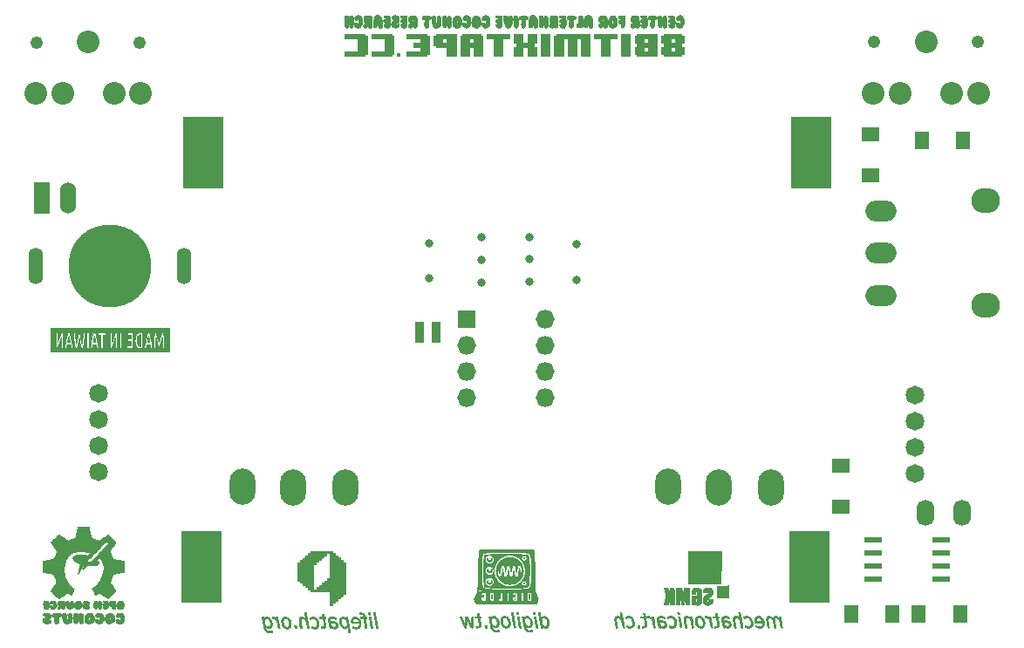
<source format=gbr>
G04 #@! TF.GenerationSoftware,KiCad,Pcbnew,5.1.2-f72e74a~84~ubuntu16.04.1*
G04 #@! TF.CreationDate,2019-05-11T14:37:20+08:00*
G04 #@! TF.ProjectId,MixtapeNEO-3000,4d697874-6170-4654-9e45-4f2d33303030,rev?*
G04 #@! TF.SameCoordinates,Original*
G04 #@! TF.FileFunction,Soldermask,Bot*
G04 #@! TF.FilePolarity,Negative*
%FSLAX46Y46*%
G04 Gerber Fmt 4.6, Leading zero omitted, Abs format (unit mm)*
G04 Created by KiCad (PCBNEW 5.1.2-f72e74a~84~ubuntu16.04.1) date 2019-05-11 14:37:20*
%MOMM*%
%LPD*%
G04 APERTURE LIST*
%ADD10C,0.010000*%
%ADD11O,2.800000X2.400000*%
%ADD12O,3.020000X2.020000*%
%ADD13R,0.820000X2.020000*%
%ADD14O,1.720000X2.520000*%
%ADD15O,2.520000X3.520000*%
%ADD16O,1.530000X3.030000*%
%ADD17R,1.530000X3.030000*%
%ADD18O,1.820000X1.820000*%
%ADD19R,1.820000X1.820000*%
%ADD20R,1.770000X0.570000*%
%ADD21R,4.020000X7.020000*%
%ADD22C,8.020000*%
%ADD23O,1.420000X3.520000*%
%ADD24C,0.820000*%
%ADD25R,1.420000X1.820000*%
%ADD26R,1.720000X1.320000*%
%ADD27C,1.820000*%
%ADD28C,2.201860*%
%ADD29C,1.220000*%
G04 APERTURE END LIST*
D10*
G36*
X151697257Y-122750983D02*
G01*
X151704327Y-122752852D01*
X151722822Y-122768053D01*
X151724763Y-122793435D01*
X151716176Y-122821414D01*
X151695883Y-122829536D01*
X151673225Y-122825766D01*
X151654397Y-122815867D01*
X151651000Y-122809307D01*
X151646850Y-122788731D01*
X151643920Y-122780127D01*
X151647191Y-122761858D01*
X151667623Y-122750946D01*
X151697257Y-122750983D01*
X151697257Y-122750983D01*
G37*
X151697257Y-122750983D02*
X151704327Y-122752852D01*
X151722822Y-122768053D01*
X151724763Y-122793435D01*
X151716176Y-122821414D01*
X151695883Y-122829536D01*
X151673225Y-122825766D01*
X151654397Y-122815867D01*
X151651000Y-122809307D01*
X151646850Y-122788731D01*
X151643920Y-122780127D01*
X151647191Y-122761858D01*
X151667623Y-122750946D01*
X151697257Y-122750983D01*
G36*
X148547086Y-122815314D02*
G01*
X148552191Y-122838606D01*
X148552200Y-122840191D01*
X148558110Y-122875635D01*
X148567367Y-122897331D01*
X148576182Y-122923130D01*
X148567856Y-122953825D01*
X148567367Y-122954906D01*
X148555961Y-122988092D01*
X148552200Y-123011991D01*
X148542316Y-123037872D01*
X148517042Y-123070267D01*
X148482940Y-123102918D01*
X148446575Y-123129566D01*
X148414510Y-123143952D01*
X148413595Y-123144147D01*
X148359037Y-123154512D01*
X148322789Y-123159162D01*
X148298508Y-123158496D01*
X148279852Y-123152913D01*
X148279150Y-123152600D01*
X148246480Y-123143388D01*
X148219151Y-123140292D01*
X148187986Y-123130956D01*
X148164919Y-123101433D01*
X148164850Y-123101300D01*
X148148652Y-123075485D01*
X148135422Y-123063336D01*
X148134446Y-123063200D01*
X148126188Y-123051830D01*
X148117546Y-123022879D01*
X148110153Y-122984088D01*
X148105641Y-122943195D01*
X148104975Y-122923500D01*
X148108592Y-122889009D01*
X148117266Y-122849072D01*
X148117767Y-122847300D01*
X148126082Y-122820386D01*
X148130056Y-122816511D01*
X148131705Y-122834119D01*
X148131800Y-122836478D01*
X148145509Y-122893229D01*
X148178493Y-122947163D01*
X148225069Y-122992800D01*
X148279554Y-123024660D01*
X148336264Y-123037263D01*
X148340038Y-123037283D01*
X148400198Y-123025476D01*
X148447681Y-122992324D01*
X148480928Y-122939322D01*
X148495398Y-122888478D01*
X148506381Y-122842159D01*
X148519459Y-122817624D01*
X148530323Y-122811550D01*
X148547086Y-122815314D01*
X148547086Y-122815314D01*
G37*
X148547086Y-122815314D02*
X148552191Y-122838606D01*
X148552200Y-122840191D01*
X148558110Y-122875635D01*
X148567367Y-122897331D01*
X148576182Y-122923130D01*
X148567856Y-122953825D01*
X148567367Y-122954906D01*
X148555961Y-122988092D01*
X148552200Y-123011991D01*
X148542316Y-123037872D01*
X148517042Y-123070267D01*
X148482940Y-123102918D01*
X148446575Y-123129566D01*
X148414510Y-123143952D01*
X148413595Y-123144147D01*
X148359037Y-123154512D01*
X148322789Y-123159162D01*
X148298508Y-123158496D01*
X148279852Y-123152913D01*
X148279150Y-123152600D01*
X148246480Y-123143388D01*
X148219151Y-123140292D01*
X148187986Y-123130956D01*
X148164919Y-123101433D01*
X148164850Y-123101300D01*
X148148652Y-123075485D01*
X148135422Y-123063336D01*
X148134446Y-123063200D01*
X148126188Y-123051830D01*
X148117546Y-123022879D01*
X148110153Y-122984088D01*
X148105641Y-122943195D01*
X148104975Y-122923500D01*
X148108592Y-122889009D01*
X148117266Y-122849072D01*
X148117767Y-122847300D01*
X148126082Y-122820386D01*
X148130056Y-122816511D01*
X148131705Y-122834119D01*
X148131800Y-122836478D01*
X148145509Y-122893229D01*
X148178493Y-122947163D01*
X148225069Y-122992800D01*
X148279554Y-123024660D01*
X148336264Y-123037263D01*
X148340038Y-123037283D01*
X148400198Y-123025476D01*
X148447681Y-122992324D01*
X148480928Y-122939322D01*
X148495398Y-122888478D01*
X148506381Y-122842159D01*
X148519459Y-122817624D01*
X148530323Y-122811550D01*
X148547086Y-122815314D01*
G36*
X148131639Y-123904973D02*
G01*
X148137821Y-123942253D01*
X148152150Y-123960307D01*
X148168071Y-123977592D01*
X148171200Y-123992306D01*
X148180093Y-124014798D01*
X148202746Y-124044512D01*
X148218825Y-124060736D01*
X148273553Y-124095849D01*
X148333306Y-124106472D01*
X148396008Y-124092503D01*
X148435536Y-124071395D01*
X148468424Y-124046319D01*
X148485547Y-124019994D01*
X148494335Y-123980822D01*
X148494549Y-123979320D01*
X148502950Y-123927031D01*
X148511234Y-123895458D01*
X148521165Y-123879986D01*
X148534005Y-123876000D01*
X148548295Y-123887299D01*
X148552200Y-123911560D01*
X148556995Y-123942883D01*
X148566477Y-123961397D01*
X148574377Y-123980072D01*
X148568263Y-124011354D01*
X148566477Y-124016632D01*
X148556457Y-124052506D01*
X148552201Y-124081892D01*
X148552200Y-124082225D01*
X148541647Y-124112591D01*
X148514218Y-124147397D01*
X148476257Y-124180789D01*
X148434108Y-124206911D01*
X148405315Y-124217785D01*
X148364880Y-124226988D01*
X148335030Y-124229361D01*
X148303243Y-124224750D01*
X148268571Y-124216076D01*
X148229761Y-124199181D01*
X148189217Y-124171305D01*
X148153281Y-124138184D01*
X148128295Y-124105553D01*
X148120400Y-124082073D01*
X148111679Y-124051150D01*
X148101350Y-124036564D01*
X148083670Y-124005915D01*
X148090170Y-123976193D01*
X148096894Y-123968085D01*
X148108767Y-123946616D01*
X148119315Y-123912413D01*
X148120833Y-123905220D01*
X148130179Y-123856950D01*
X148131639Y-123904973D01*
X148131639Y-123904973D01*
G37*
X148131639Y-123904973D02*
X148137821Y-123942253D01*
X148152150Y-123960307D01*
X148168071Y-123977592D01*
X148171200Y-123992306D01*
X148180093Y-124014798D01*
X148202746Y-124044512D01*
X148218825Y-124060736D01*
X148273553Y-124095849D01*
X148333306Y-124106472D01*
X148396008Y-124092503D01*
X148435536Y-124071395D01*
X148468424Y-124046319D01*
X148485547Y-124019994D01*
X148494335Y-123980822D01*
X148494549Y-123979320D01*
X148502950Y-123927031D01*
X148511234Y-123895458D01*
X148521165Y-123879986D01*
X148534005Y-123876000D01*
X148548295Y-123887299D01*
X148552200Y-123911560D01*
X148556995Y-123942883D01*
X148566477Y-123961397D01*
X148574377Y-123980072D01*
X148568263Y-124011354D01*
X148566477Y-124016632D01*
X148556457Y-124052506D01*
X148552201Y-124081892D01*
X148552200Y-124082225D01*
X148541647Y-124112591D01*
X148514218Y-124147397D01*
X148476257Y-124180789D01*
X148434108Y-124206911D01*
X148405315Y-124217785D01*
X148364880Y-124226988D01*
X148335030Y-124229361D01*
X148303243Y-124224750D01*
X148268571Y-124216076D01*
X148229761Y-124199181D01*
X148189217Y-124171305D01*
X148153281Y-124138184D01*
X148128295Y-124105553D01*
X148120400Y-124082073D01*
X148111679Y-124051150D01*
X148101350Y-124036564D01*
X148083670Y-124005915D01*
X148090170Y-123976193D01*
X148096894Y-123968085D01*
X148108767Y-123946616D01*
X148119315Y-123912413D01*
X148120833Y-123905220D01*
X148130179Y-123856950D01*
X148131639Y-123904973D01*
G36*
X151724254Y-125232019D02*
G01*
X151727200Y-125254699D01*
X151722943Y-125276892D01*
X151705099Y-125284995D01*
X151689100Y-125285700D01*
X151661817Y-125282229D01*
X151651858Y-125267710D01*
X151651000Y-125254805D01*
X151660738Y-125225764D01*
X151676286Y-125215886D01*
X151707714Y-125213682D01*
X151724254Y-125232019D01*
X151724254Y-125232019D01*
G37*
X151724254Y-125232019D02*
X151727200Y-125254699D01*
X151722943Y-125276892D01*
X151705099Y-125284995D01*
X151689100Y-125285700D01*
X151661817Y-125282229D01*
X151651858Y-125267710D01*
X151651000Y-125254805D01*
X151660738Y-125225764D01*
X151676286Y-125215886D01*
X151707714Y-125213682D01*
X151724254Y-125232019D01*
G36*
X148131800Y-125028923D02*
G01*
X148137557Y-125059460D01*
X148149764Y-125076931D01*
X148150724Y-125077360D01*
X148165989Y-125093745D01*
X148175355Y-125119151D01*
X148194188Y-125155684D01*
X148230977Y-125188260D01*
X148278294Y-125212025D01*
X148328712Y-125222126D01*
X148333058Y-125222200D01*
X148367735Y-125219339D01*
X148390449Y-125212193D01*
X148393568Y-125209307D01*
X148409863Y-125196074D01*
X148439203Y-125180725D01*
X148443476Y-125178891D01*
X148469695Y-125164918D01*
X148484087Y-125145535D01*
X148492304Y-125111908D01*
X148494131Y-125099709D01*
X148502582Y-125046703D01*
X148510739Y-125014418D01*
X148520331Y-124998254D01*
X148533087Y-124993612D01*
X148534005Y-124993600D01*
X148548295Y-125004899D01*
X148552200Y-125029160D01*
X148557220Y-125060745D01*
X148567095Y-125079615D01*
X148575634Y-125097697D01*
X148568016Y-125125156D01*
X148567095Y-125127203D01*
X148555597Y-125164116D01*
X148552200Y-125191792D01*
X148542029Y-125228284D01*
X148516143Y-125268180D01*
X148481478Y-125303396D01*
X148444971Y-125325847D01*
X148434545Y-125328915D01*
X148399656Y-125340342D01*
X148374943Y-125355058D01*
X148349987Y-125366165D01*
X148336009Y-125361254D01*
X148311705Y-125349991D01*
X148276176Y-125337882D01*
X148269655Y-125336015D01*
X148225103Y-125315412D01*
X148179907Y-125281351D01*
X148141479Y-125240765D01*
X148117233Y-125200586D01*
X148114017Y-125190450D01*
X148105714Y-125102433D01*
X148117623Y-125031700D01*
X148130500Y-124987250D01*
X148131800Y-125028923D01*
X148131800Y-125028923D01*
G37*
X148131800Y-125028923D02*
X148137557Y-125059460D01*
X148149764Y-125076931D01*
X148150724Y-125077360D01*
X148165989Y-125093745D01*
X148175355Y-125119151D01*
X148194188Y-125155684D01*
X148230977Y-125188260D01*
X148278294Y-125212025D01*
X148328712Y-125222126D01*
X148333058Y-125222200D01*
X148367735Y-125219339D01*
X148390449Y-125212193D01*
X148393568Y-125209307D01*
X148409863Y-125196074D01*
X148439203Y-125180725D01*
X148443476Y-125178891D01*
X148469695Y-125164918D01*
X148484087Y-125145535D01*
X148492304Y-125111908D01*
X148494131Y-125099709D01*
X148502582Y-125046703D01*
X148510739Y-125014418D01*
X148520331Y-124998254D01*
X148533087Y-124993612D01*
X148534005Y-124993600D01*
X148548295Y-125004899D01*
X148552200Y-125029160D01*
X148557220Y-125060745D01*
X148567095Y-125079615D01*
X148575634Y-125097697D01*
X148568016Y-125125156D01*
X148567095Y-125127203D01*
X148555597Y-125164116D01*
X148552200Y-125191792D01*
X148542029Y-125228284D01*
X148516143Y-125268180D01*
X148481478Y-125303396D01*
X148444971Y-125325847D01*
X148434545Y-125328915D01*
X148399656Y-125340342D01*
X148374943Y-125355058D01*
X148349987Y-125366165D01*
X148336009Y-125361254D01*
X148311705Y-125349991D01*
X148276176Y-125337882D01*
X148269655Y-125336015D01*
X148225103Y-125315412D01*
X148179907Y-125281351D01*
X148141479Y-125240765D01*
X148117233Y-125200586D01*
X148114017Y-125190450D01*
X148105714Y-125102433D01*
X148117623Y-125031700D01*
X148130500Y-124987250D01*
X148131800Y-125028923D01*
G36*
X150300729Y-122724697D02*
G01*
X150349250Y-122738983D01*
X150387377Y-122748074D01*
X150439984Y-122754802D01*
X150496170Y-122757805D01*
X150500249Y-122757842D01*
X150555882Y-122759563D01*
X150591080Y-122764553D01*
X150610698Y-122773675D01*
X150614995Y-122778292D01*
X150635902Y-122792006D01*
X150671155Y-122802842D01*
X150686245Y-122805362D01*
X150725368Y-122813301D01*
X150755570Y-122824614D01*
X150762000Y-122828845D01*
X150786973Y-122842054D01*
X150822937Y-122852856D01*
X150827795Y-122853823D01*
X150860119Y-122863894D01*
X150879869Y-122877600D01*
X150881371Y-122880298D01*
X150898268Y-122895340D01*
X150912033Y-122898100D01*
X150938222Y-122907031D01*
X150958850Y-122923500D01*
X150982148Y-122942614D01*
X150999316Y-122948900D01*
X151018906Y-122959106D01*
X151023809Y-122967173D01*
X151040331Y-122983000D01*
X151066800Y-122993350D01*
X151095248Y-123004905D01*
X151109790Y-123019526D01*
X151126982Y-123035927D01*
X151136251Y-123037800D01*
X151153148Y-123048049D01*
X151155700Y-123058038D01*
X151166361Y-123077285D01*
X151181100Y-123084920D01*
X151201739Y-123097677D01*
X151206500Y-123109131D01*
X151216573Y-123125010D01*
X151224068Y-123126700D01*
X151241127Y-123137340D01*
X151248279Y-123152100D01*
X151262176Y-123172754D01*
X151275161Y-123177500D01*
X151292745Y-123187348D01*
X151295400Y-123196948D01*
X151305653Y-123218260D01*
X151313966Y-123223521D01*
X151332529Y-123240489D01*
X151341152Y-123257802D01*
X151356185Y-123290258D01*
X151379623Y-123327242D01*
X151404488Y-123358564D01*
X151419225Y-123371806D01*
X151431501Y-123391251D01*
X151435100Y-123413479D01*
X151441491Y-123440076D01*
X151452901Y-123451828D01*
X151467111Y-123467942D01*
X151478052Y-123498154D01*
X151478812Y-123501884D01*
X151488833Y-123533995D01*
X151502344Y-123554134D01*
X151503596Y-123554979D01*
X151515308Y-123572768D01*
X151525052Y-123605839D01*
X151527566Y-123620980D01*
X151536459Y-123658695D01*
X151549942Y-123684176D01*
X151554830Y-123688286D01*
X151566015Y-123701328D01*
X151572388Y-123728214D01*
X151574938Y-123773952D01*
X151575102Y-123790906D01*
X151577235Y-123845407D01*
X151582502Y-123897561D01*
X151589101Y-123933150D01*
X151604936Y-124004407D01*
X151609018Y-124062809D01*
X151601615Y-124117874D01*
X151594979Y-124142859D01*
X151584044Y-124193590D01*
X151576716Y-124254226D01*
X151574800Y-124297405D01*
X151573211Y-124348036D01*
X151567346Y-124380674D01*
X151555556Y-124402590D01*
X151549400Y-124409400D01*
X151528251Y-124448196D01*
X151524000Y-124484241D01*
X151519403Y-124521796D01*
X151506743Y-124540286D01*
X151506147Y-124540533D01*
X151490927Y-124556824D01*
X151479931Y-124585464D01*
X151468128Y-124617871D01*
X151453333Y-124638677D01*
X151438736Y-124662766D01*
X151435100Y-124683558D01*
X151424795Y-124713194D01*
X151409700Y-124726900D01*
X151389630Y-124741961D01*
X151384300Y-124751607D01*
X151377638Y-124769456D01*
X151361224Y-124797701D01*
X151340408Y-124828498D01*
X151320544Y-124854001D01*
X151306985Y-124866363D01*
X151305844Y-124866600D01*
X151295510Y-124876097D01*
X151295400Y-124877710D01*
X151286859Y-124893295D01*
X151265248Y-124919390D01*
X151236584Y-124949859D01*
X151206885Y-124978568D01*
X151182166Y-124999383D01*
X151169268Y-125006300D01*
X151157085Y-125016509D01*
X151155700Y-125024494D01*
X151145159Y-125042831D01*
X151131473Y-125050377D01*
X151107785Y-125065429D01*
X151100121Y-125076633D01*
X151083052Y-125091940D01*
X151067306Y-125095200D01*
X151040666Y-125105199D01*
X151025752Y-125120600D01*
X151005071Y-125140661D01*
X150988903Y-125146000D01*
X150966984Y-125155048D01*
X150961300Y-125163244D01*
X150945214Y-125177670D01*
X150915750Y-125188274D01*
X150915491Y-125188326D01*
X150886576Y-125199797D01*
X150876300Y-125215532D01*
X150865770Y-125230590D01*
X150837028Y-125234900D01*
X150798169Y-125242952D01*
X150765465Y-125260300D01*
X150728769Y-125278846D01*
X150691992Y-125285700D01*
X150658957Y-125290665D01*
X150636761Y-125302630D01*
X150636579Y-125302846D01*
X150615581Y-125312920D01*
X150572261Y-125321499D01*
X150509682Y-125327985D01*
X150506174Y-125328239D01*
X150449471Y-125334043D01*
X150398211Y-125342427D01*
X150360756Y-125351914D01*
X150351798Y-125355542D01*
X150315933Y-125370606D01*
X150290150Y-125371364D01*
X150263553Y-125357828D01*
X150260350Y-125355633D01*
X150234556Y-125346381D01*
X150187101Y-125338057D01*
X150121721Y-125331243D01*
X150088900Y-125328915D01*
X150020458Y-125323354D01*
X149968903Y-125316443D01*
X149937570Y-125308699D01*
X149930150Y-125304253D01*
X149910463Y-125293227D01*
X149876111Y-125284048D01*
X149861319Y-125281757D01*
X149823123Y-125272995D01*
X149797785Y-125259471D01*
X149794013Y-125254869D01*
X149773978Y-125240232D01*
X149745368Y-125234900D01*
X149718894Y-125230974D01*
X149707900Y-125221551D01*
X149697489Y-125207879D01*
X149671905Y-125191601D01*
X149666625Y-125189040D01*
X149611540Y-125161533D01*
X149573485Y-125137341D01*
X149550430Y-125117344D01*
X149526094Y-125100026D01*
X149509750Y-125095200D01*
X149490680Y-125086430D01*
X149463663Y-125064225D01*
X149450420Y-125050750D01*
X149423097Y-125024390D01*
X149400540Y-125008455D01*
X149393662Y-125006300D01*
X149379764Y-124995985D01*
X149377700Y-124986061D01*
X149367038Y-124966814D01*
X149352300Y-124959179D01*
X149331682Y-124947739D01*
X149326900Y-124938055D01*
X149318246Y-124921227D01*
X149296486Y-124896029D01*
X149285625Y-124885497D01*
X149255717Y-124853964D01*
X149232490Y-124822731D01*
X149228567Y-124815735D01*
X149197971Y-124760884D01*
X149172224Y-124728507D01*
X149165967Y-124723649D01*
X149152641Y-124705130D01*
X149142966Y-124677085D01*
X149131467Y-124648265D01*
X149116573Y-124633109D01*
X149103213Y-124616584D01*
X149098300Y-124590421D01*
X149089190Y-124555076D01*
X149072900Y-124532996D01*
X149052430Y-124500624D01*
X149047500Y-124461683D01*
X149042381Y-124422159D01*
X149028450Y-124404807D01*
X149015910Y-124390279D01*
X149009954Y-124356582D01*
X149009135Y-124330423D01*
X149005783Y-124280332D01*
X148997409Y-124221183D01*
X148991998Y-124194479D01*
X149061396Y-124194479D01*
X149062317Y-124235650D01*
X149064804Y-124305390D01*
X149068340Y-124354303D01*
X149073588Y-124386961D01*
X149081208Y-124407934D01*
X149088775Y-124418632D01*
X149105118Y-124449273D01*
X149111000Y-124482066D01*
X149116306Y-124511954D01*
X149128852Y-124527833D01*
X149143957Y-124544086D01*
X149155245Y-124573568D01*
X149155261Y-124573641D01*
X149165431Y-124600695D01*
X149178267Y-124612575D01*
X149178804Y-124612600D01*
X149196607Y-124622287D01*
X149209652Y-124638000D01*
X149221974Y-124651642D01*
X149241852Y-124659394D01*
X149275694Y-124662788D01*
X149315692Y-124663400D01*
X149366252Y-124662113D01*
X149399158Y-124657037D01*
X149422081Y-124646352D01*
X149436015Y-124634825D01*
X149456958Y-124611370D01*
X149466347Y-124593750D01*
X149466380Y-124593197D01*
X149475312Y-124575846D01*
X149492000Y-124558396D01*
X149509158Y-124535172D01*
X149516585Y-124499267D01*
X149517400Y-124474082D01*
X149520080Y-124436257D01*
X149526993Y-124411665D01*
X149531713Y-124406745D01*
X149543490Y-124390468D01*
X149553458Y-124352289D01*
X149561114Y-124295672D01*
X149565954Y-124224082D01*
X149567442Y-124161115D01*
X149569784Y-124095368D01*
X149575638Y-124050883D01*
X149584075Y-124030314D01*
X149593653Y-124009844D01*
X149602426Y-123972778D01*
X149607538Y-123935699D01*
X149610969Y-123902451D01*
X149613311Y-123888421D01*
X149614884Y-123895128D01*
X149616006Y-123924094D01*
X149616995Y-123976838D01*
X149617063Y-123981182D01*
X149620972Y-124060691D01*
X149629647Y-124121780D01*
X149638753Y-124152632D01*
X149648118Y-124186065D01*
X149656824Y-124236498D01*
X149663564Y-124295543D01*
X149665858Y-124326850D01*
X149670652Y-124384675D01*
X149677508Y-124435930D01*
X149685321Y-124473297D01*
X149689792Y-124485600D01*
X149703242Y-124520324D01*
X149713535Y-124561848D01*
X149714063Y-124564975D01*
X149723305Y-124596896D01*
X149736278Y-124612185D01*
X149738744Y-124612600D01*
X149755331Y-124623235D01*
X149762379Y-124638000D01*
X149768729Y-124651333D01*
X149782916Y-124659009D01*
X149810713Y-124662531D01*
X149857899Y-124663399D01*
X149860087Y-124663400D01*
X149909044Y-124662492D01*
X149940690Y-124658212D01*
X149963095Y-124648223D01*
X149984326Y-124630188D01*
X149988276Y-124626276D01*
X150011977Y-124596462D01*
X150024706Y-124568540D01*
X150025400Y-124562776D01*
X150034052Y-124534335D01*
X150050800Y-124511000D01*
X150066887Y-124487356D01*
X150074621Y-124453004D01*
X150076200Y-124413575D01*
X150080494Y-124357976D01*
X150092987Y-124323389D01*
X150095621Y-124320089D01*
X150105617Y-124300041D01*
X150113400Y-124262780D01*
X150119458Y-124205289D01*
X150122974Y-124150614D01*
X150126537Y-124087791D01*
X150129796Y-124046703D01*
X150133652Y-124023713D01*
X150139004Y-124015183D01*
X150146754Y-124017478D01*
X150154353Y-124023817D01*
X150165888Y-124038414D01*
X150173001Y-124060507D01*
X150176664Y-124095751D01*
X150177852Y-124149802D01*
X150177878Y-124160543D01*
X150180825Y-124239038D01*
X150189532Y-124292972D01*
X150196672Y-124311934D01*
X150208001Y-124343902D01*
X150218179Y-124389972D01*
X150223737Y-124429300D01*
X150230637Y-124473866D01*
X150240304Y-124508856D01*
X150249392Y-124525146D01*
X150263164Y-124548494D01*
X150266700Y-124569597D01*
X150276766Y-124599829D01*
X150292100Y-124615547D01*
X150312045Y-124634123D01*
X150317500Y-124647404D01*
X150326716Y-124656655D01*
X150356077Y-124661832D01*
X150406400Y-124663400D01*
X150455663Y-124662097D01*
X150483736Y-124657647D01*
X150494722Y-124649231D01*
X150495300Y-124645708D01*
X150505457Y-124625676D01*
X150512487Y-124621422D01*
X150535125Y-124601470D01*
X150556487Y-124563730D01*
X150573518Y-124515753D01*
X150583165Y-124465088D01*
X150584283Y-124443933D01*
X150592103Y-124378728D01*
X150609600Y-124339550D01*
X150623632Y-124311790D01*
X150631533Y-124276547D01*
X150634680Y-124226347D01*
X150634916Y-124202117D01*
X150636860Y-124142855D01*
X150643003Y-124104746D01*
X150653991Y-124083794D01*
X150654050Y-124083735D01*
X150667293Y-124058674D01*
X150674463Y-124022611D01*
X150674710Y-124017967D01*
X150676430Y-124000059D01*
X150679694Y-124006038D01*
X150684719Y-124036519D01*
X150686779Y-124051891D01*
X150695417Y-124099588D01*
X150707139Y-124140944D01*
X150716918Y-124162569D01*
X150728671Y-124192835D01*
X150735033Y-124241432D01*
X150736600Y-124298177D01*
X150739173Y-124366123D01*
X150746739Y-124411942D01*
X150754058Y-124428799D01*
X150767039Y-124456874D01*
X150778361Y-124496748D01*
X150781017Y-124510448D01*
X150795692Y-124560570D01*
X150820140Y-124609398D01*
X150848807Y-124646504D01*
X150857250Y-124653680D01*
X150876105Y-124658781D01*
X150911607Y-124662251D01*
X150943951Y-124663205D01*
X150988482Y-124661721D01*
X151017813Y-124654647D01*
X151042057Y-124638490D01*
X151057311Y-124624042D01*
X151082164Y-124594249D01*
X151095706Y-124561534D01*
X151102459Y-124514843D01*
X151102581Y-124513388D01*
X151108800Y-124470816D01*
X151118487Y-124437391D01*
X151125746Y-124424838D01*
X151135126Y-124404558D01*
X151140749Y-124364726D01*
X151142943Y-124302757D01*
X151143000Y-124288149D01*
X151144079Y-124226514D01*
X151148021Y-124183505D01*
X151155882Y-124152415D01*
X151168352Y-124127131D01*
X151180218Y-124103461D01*
X151187800Y-124075305D01*
X151191972Y-124036578D01*
X151193609Y-123981197D01*
X151193752Y-123950580D01*
X151194642Y-123885744D01*
X151197618Y-123841980D01*
X151203222Y-123815006D01*
X151211998Y-123800541D01*
X151212850Y-123799800D01*
X151229988Y-123776272D01*
X151233637Y-123763319D01*
X151235745Y-123763916D01*
X151239619Y-123785199D01*
X151244432Y-123822590D01*
X151244558Y-123823699D01*
X151254058Y-123878920D01*
X151267476Y-123910098D01*
X151274571Y-123916405D01*
X151284392Y-123926205D01*
X151290649Y-123945514D01*
X151294055Y-123979082D01*
X151295327Y-124031657D01*
X151295400Y-124054745D01*
X151295663Y-124112449D01*
X151297251Y-124149863D01*
X151301360Y-124172094D01*
X151309188Y-124184252D01*
X151321930Y-124191446D01*
X151327976Y-124193814D01*
X151369014Y-124203760D01*
X151411026Y-124205344D01*
X151444516Y-124198821D01*
X151457240Y-124190325D01*
X151467184Y-124172175D01*
X151477197Y-124140748D01*
X151488698Y-124091180D01*
X151494612Y-124062291D01*
X151495286Y-124025636D01*
X151488074Y-123998791D01*
X151481597Y-123974182D01*
X151475847Y-123931600D01*
X151471714Y-123878474D01*
X151470606Y-123852743D01*
X151467818Y-123793755D01*
X151463293Y-123755079D01*
X151456051Y-123731639D01*
X151445115Y-123718357D01*
X151444625Y-123717993D01*
X151427588Y-123692302D01*
X151422400Y-123661476D01*
X151416832Y-123629575D01*
X151403833Y-123614078D01*
X151384649Y-123596886D01*
X151377577Y-123582726D01*
X151363325Y-123562764D01*
X151351694Y-123558500D01*
X151335387Y-123549201D01*
X151333500Y-123541829D01*
X151322387Y-123525671D01*
X151294479Y-123507956D01*
X151257922Y-123491932D01*
X151220864Y-123480849D01*
X151191451Y-123477953D01*
X151181311Y-123481151D01*
X151154504Y-123498213D01*
X151133475Y-123509830D01*
X151111665Y-123527059D01*
X151104900Y-123541488D01*
X151094772Y-123556765D01*
X151086859Y-123558500D01*
X151071682Y-123569481D01*
X151060642Y-123595722D01*
X151048784Y-123627876D01*
X151034233Y-123648077D01*
X151022974Y-123669060D01*
X151017128Y-123710387D01*
X151016000Y-123752329D01*
X151014530Y-123803267D01*
X151009288Y-123834896D01*
X150999019Y-123853180D01*
X150993901Y-123857609D01*
X150983923Y-123868987D01*
X150976932Y-123889021D01*
X150972177Y-123922272D01*
X150968905Y-123973300D01*
X150967166Y-124019801D01*
X150964707Y-124083441D01*
X150961601Y-124126061D01*
X150957053Y-124152040D01*
X150950269Y-124165759D01*
X150940454Y-124171596D01*
X150939578Y-124171837D01*
X150929245Y-124172380D01*
X150922279Y-124164753D01*
X150917774Y-124144734D01*
X150914824Y-124108102D01*
X150912524Y-124050636D01*
X150912338Y-124044925D01*
X150909592Y-123982516D01*
X150905579Y-123940705D01*
X150899446Y-123914691D01*
X150890341Y-123899674D01*
X150885825Y-123895780D01*
X150874221Y-123882355D01*
X150867368Y-123859239D01*
X150864200Y-123820764D01*
X150863600Y-123777729D01*
X150862044Y-123720075D01*
X150856907Y-123683279D01*
X150847477Y-123662965D01*
X150844550Y-123660100D01*
X150829171Y-123635312D01*
X150825500Y-123615071D01*
X150816833Y-123588109D01*
X150795183Y-123556282D01*
X150786423Y-123546776D01*
X150760926Y-123524258D01*
X150735901Y-123512521D01*
X150701423Y-123508173D01*
X150672123Y-123507700D01*
X150610704Y-123514368D01*
X150568947Y-123533836D01*
X150548213Y-123565298D01*
X150546100Y-123582344D01*
X150537271Y-123610309D01*
X150528465Y-123620824D01*
X150517270Y-123640866D01*
X150507003Y-123677096D01*
X150501797Y-123707769D01*
X150493704Y-123752487D01*
X150482592Y-123789918D01*
X150474981Y-123805465D01*
X150463943Y-123836658D01*
X150458067Y-123889717D01*
X150457200Y-123926940D01*
X150454113Y-123994094D01*
X150444043Y-124043779D01*
X150433243Y-124070019D01*
X150417916Y-124098266D01*
X150409367Y-124105899D01*
X150403562Y-124095288D01*
X150401666Y-124088579D01*
X150395227Y-124052363D01*
X150393873Y-124032482D01*
X150385891Y-124001701D01*
X150375997Y-123987112D01*
X150365078Y-123962032D01*
X150357462Y-123912154D01*
X150353772Y-123854169D01*
X150349997Y-123792353D01*
X150343802Y-123750799D01*
X150334211Y-123724410D01*
X150327025Y-123714390D01*
X150310613Y-123681679D01*
X150304800Y-123639697D01*
X150298026Y-123594664D01*
X150282575Y-123568566D01*
X150257331Y-123542813D01*
X150243974Y-123527643D01*
X150221802Y-123514493D01*
X150180568Y-123508380D01*
X150152937Y-123507700D01*
X150095162Y-123509668D01*
X150059122Y-123516229D01*
X150041413Y-123528364D01*
X150038100Y-123540808D01*
X150028018Y-123556769D01*
X150020408Y-123558500D01*
X150000395Y-123570107D01*
X149989162Y-123602636D01*
X149987300Y-123629835D01*
X149980423Y-123665517D01*
X149969722Y-123689121D01*
X149960183Y-123715417D01*
X149951587Y-123758203D01*
X149945688Y-123808582D01*
X149945398Y-123812500D01*
X149939354Y-123865047D01*
X149929891Y-123912560D01*
X149919015Y-123945049D01*
X149918603Y-123945850D01*
X149906245Y-123984568D01*
X149898896Y-124045124D01*
X149896541Y-124104600D01*
X149895506Y-124158138D01*
X149894379Y-124187806D01*
X149892819Y-124195132D01*
X149890487Y-124181645D01*
X149887043Y-124148872D01*
X149886938Y-124147798D01*
X149880652Y-124103540D01*
X149872137Y-124068214D01*
X149865145Y-124052548D01*
X149858548Y-124032915D01*
X149852100Y-123994182D01*
X149846690Y-123942639D01*
X149844069Y-123903669D01*
X149839074Y-123834669D01*
X149832181Y-123787538D01*
X149822773Y-123758779D01*
X149816998Y-123750269D01*
X149803583Y-123723066D01*
X149796951Y-123685344D01*
X149796800Y-123679215D01*
X149792029Y-123641921D01*
X149780303Y-123613393D01*
X149777838Y-123610365D01*
X149735952Y-123565986D01*
X149706607Y-123536651D01*
X149684572Y-123519257D01*
X149664616Y-123510701D01*
X149641506Y-123507881D01*
X149610011Y-123507692D01*
X149604745Y-123507700D01*
X149558498Y-123509485D01*
X149528364Y-123516641D01*
X149505196Y-123531868D01*
X149497195Y-123539450D01*
X149473077Y-123560695D01*
X149455723Y-123571013D01*
X149454331Y-123571200D01*
X149444454Y-123582209D01*
X149435209Y-123609058D01*
X149434445Y-123612475D01*
X149423455Y-123647321D01*
X149409492Y-123672800D01*
X149401093Y-123694520D01*
X149393774Y-123735168D01*
X149388620Y-123788273D01*
X149387831Y-123802046D01*
X149382379Y-123866886D01*
X149373712Y-123912640D01*
X149364150Y-123934162D01*
X149355179Y-123954344D01*
X149348566Y-123992030D01*
X149343955Y-124050028D01*
X149341469Y-124112890D01*
X149339297Y-124178479D01*
X149336718Y-124222787D01*
X149332982Y-124249929D01*
X149327337Y-124264021D01*
X149319035Y-124269179D01*
X149312894Y-124269700D01*
X149300093Y-124266898D01*
X149292809Y-124254880D01*
X149289544Y-124228228D01*
X149288800Y-124182512D01*
X149284757Y-124116067D01*
X149270956Y-124070729D01*
X149244883Y-124043261D01*
X149204028Y-124030428D01*
X149169196Y-124028400D01*
X149127512Y-124030027D01*
X149097778Y-124037300D01*
X149078147Y-124053799D01*
X149066771Y-124083106D01*
X149061803Y-124128806D01*
X149061396Y-124194479D01*
X148991998Y-124194479D01*
X148989225Y-124180800D01*
X148973443Y-124110662D01*
X148964602Y-124059158D01*
X148962376Y-124020583D01*
X148966442Y-123989235D01*
X148976473Y-123959407D01*
X148976587Y-123959133D01*
X148987102Y-123923402D01*
X148996851Y-123872049D01*
X149004064Y-123814833D01*
X149005210Y-123801454D01*
X149011314Y-123745644D01*
X149019598Y-123702286D01*
X149028869Y-123677317D01*
X149030555Y-123675230D01*
X149041864Y-123651827D01*
X149047391Y-123616654D01*
X149047500Y-123611215D01*
X149056488Y-123564189D01*
X149072900Y-123542396D01*
X149092587Y-123513601D01*
X149098300Y-123488375D01*
X149104720Y-123461398D01*
X149116573Y-123449090D01*
X149132400Y-123432568D01*
X149142750Y-123406100D01*
X149154305Y-123377651D01*
X149168926Y-123363109D01*
X149185302Y-123347553D01*
X149187200Y-123339471D01*
X149196077Y-123319268D01*
X149212600Y-123301096D01*
X149232104Y-123275176D01*
X149238000Y-123253824D01*
X149245911Y-123233040D01*
X149257050Y-123228300D01*
X149273956Y-123221816D01*
X149276100Y-123216305D01*
X149284663Y-123202241D01*
X149307040Y-123176076D01*
X149338265Y-123142794D01*
X149373370Y-123107381D01*
X149407388Y-123074821D01*
X149435350Y-123050100D01*
X149452290Y-123038202D01*
X149453974Y-123037800D01*
X149470239Y-123028522D01*
X149475493Y-123021925D01*
X149494863Y-123002147D01*
X149526960Y-122977816D01*
X149561888Y-122955919D01*
X149584075Y-122945265D01*
X149602877Y-122929159D01*
X149606300Y-122917548D01*
X149617512Y-122901974D01*
X149642844Y-122898100D01*
X149674960Y-122891955D01*
X149694921Y-122879386D01*
X149717748Y-122864100D01*
X149751484Y-122852981D01*
X149752746Y-122852737D01*
X149783498Y-122842483D01*
X149801308Y-122828233D01*
X149801871Y-122827001D01*
X149819514Y-122814142D01*
X149856340Y-122809208D01*
X149858188Y-122809200D01*
X149904055Y-122802024D01*
X149937962Y-122785423D01*
X149959675Y-122773187D01*
X149991451Y-122764834D01*
X150038747Y-122759332D01*
X150092024Y-122756264D01*
X150151492Y-122752186D01*
X150197929Y-122746056D01*
X150226155Y-122738643D01*
X150231089Y-122735590D01*
X150258639Y-122722239D01*
X150300729Y-122724697D01*
X150300729Y-122724697D01*
G37*
X150300729Y-122724697D02*
X150349250Y-122738983D01*
X150387377Y-122748074D01*
X150439984Y-122754802D01*
X150496170Y-122757805D01*
X150500249Y-122757842D01*
X150555882Y-122759563D01*
X150591080Y-122764553D01*
X150610698Y-122773675D01*
X150614995Y-122778292D01*
X150635902Y-122792006D01*
X150671155Y-122802842D01*
X150686245Y-122805362D01*
X150725368Y-122813301D01*
X150755570Y-122824614D01*
X150762000Y-122828845D01*
X150786973Y-122842054D01*
X150822937Y-122852856D01*
X150827795Y-122853823D01*
X150860119Y-122863894D01*
X150879869Y-122877600D01*
X150881371Y-122880298D01*
X150898268Y-122895340D01*
X150912033Y-122898100D01*
X150938222Y-122907031D01*
X150958850Y-122923500D01*
X150982148Y-122942614D01*
X150999316Y-122948900D01*
X151018906Y-122959106D01*
X151023809Y-122967173D01*
X151040331Y-122983000D01*
X151066800Y-122993350D01*
X151095248Y-123004905D01*
X151109790Y-123019526D01*
X151126982Y-123035927D01*
X151136251Y-123037800D01*
X151153148Y-123048049D01*
X151155700Y-123058038D01*
X151166361Y-123077285D01*
X151181100Y-123084920D01*
X151201739Y-123097677D01*
X151206500Y-123109131D01*
X151216573Y-123125010D01*
X151224068Y-123126700D01*
X151241127Y-123137340D01*
X151248279Y-123152100D01*
X151262176Y-123172754D01*
X151275161Y-123177500D01*
X151292745Y-123187348D01*
X151295400Y-123196948D01*
X151305653Y-123218260D01*
X151313966Y-123223521D01*
X151332529Y-123240489D01*
X151341152Y-123257802D01*
X151356185Y-123290258D01*
X151379623Y-123327242D01*
X151404488Y-123358564D01*
X151419225Y-123371806D01*
X151431501Y-123391251D01*
X151435100Y-123413479D01*
X151441491Y-123440076D01*
X151452901Y-123451828D01*
X151467111Y-123467942D01*
X151478052Y-123498154D01*
X151478812Y-123501884D01*
X151488833Y-123533995D01*
X151502344Y-123554134D01*
X151503596Y-123554979D01*
X151515308Y-123572768D01*
X151525052Y-123605839D01*
X151527566Y-123620980D01*
X151536459Y-123658695D01*
X151549942Y-123684176D01*
X151554830Y-123688286D01*
X151566015Y-123701328D01*
X151572388Y-123728214D01*
X151574938Y-123773952D01*
X151575102Y-123790906D01*
X151577235Y-123845407D01*
X151582502Y-123897561D01*
X151589101Y-123933150D01*
X151604936Y-124004407D01*
X151609018Y-124062809D01*
X151601615Y-124117874D01*
X151594979Y-124142859D01*
X151584044Y-124193590D01*
X151576716Y-124254226D01*
X151574800Y-124297405D01*
X151573211Y-124348036D01*
X151567346Y-124380674D01*
X151555556Y-124402590D01*
X151549400Y-124409400D01*
X151528251Y-124448196D01*
X151524000Y-124484241D01*
X151519403Y-124521796D01*
X151506743Y-124540286D01*
X151506147Y-124540533D01*
X151490927Y-124556824D01*
X151479931Y-124585464D01*
X151468128Y-124617871D01*
X151453333Y-124638677D01*
X151438736Y-124662766D01*
X151435100Y-124683558D01*
X151424795Y-124713194D01*
X151409700Y-124726900D01*
X151389630Y-124741961D01*
X151384300Y-124751607D01*
X151377638Y-124769456D01*
X151361224Y-124797701D01*
X151340408Y-124828498D01*
X151320544Y-124854001D01*
X151306985Y-124866363D01*
X151305844Y-124866600D01*
X151295510Y-124876097D01*
X151295400Y-124877710D01*
X151286859Y-124893295D01*
X151265248Y-124919390D01*
X151236584Y-124949859D01*
X151206885Y-124978568D01*
X151182166Y-124999383D01*
X151169268Y-125006300D01*
X151157085Y-125016509D01*
X151155700Y-125024494D01*
X151145159Y-125042831D01*
X151131473Y-125050377D01*
X151107785Y-125065429D01*
X151100121Y-125076633D01*
X151083052Y-125091940D01*
X151067306Y-125095200D01*
X151040666Y-125105199D01*
X151025752Y-125120600D01*
X151005071Y-125140661D01*
X150988903Y-125146000D01*
X150966984Y-125155048D01*
X150961300Y-125163244D01*
X150945214Y-125177670D01*
X150915750Y-125188274D01*
X150915491Y-125188326D01*
X150886576Y-125199797D01*
X150876300Y-125215532D01*
X150865770Y-125230590D01*
X150837028Y-125234900D01*
X150798169Y-125242952D01*
X150765465Y-125260300D01*
X150728769Y-125278846D01*
X150691992Y-125285700D01*
X150658957Y-125290665D01*
X150636761Y-125302630D01*
X150636579Y-125302846D01*
X150615581Y-125312920D01*
X150572261Y-125321499D01*
X150509682Y-125327985D01*
X150506174Y-125328239D01*
X150449471Y-125334043D01*
X150398211Y-125342427D01*
X150360756Y-125351914D01*
X150351798Y-125355542D01*
X150315933Y-125370606D01*
X150290150Y-125371364D01*
X150263553Y-125357828D01*
X150260350Y-125355633D01*
X150234556Y-125346381D01*
X150187101Y-125338057D01*
X150121721Y-125331243D01*
X150088900Y-125328915D01*
X150020458Y-125323354D01*
X149968903Y-125316443D01*
X149937570Y-125308699D01*
X149930150Y-125304253D01*
X149910463Y-125293227D01*
X149876111Y-125284048D01*
X149861319Y-125281757D01*
X149823123Y-125272995D01*
X149797785Y-125259471D01*
X149794013Y-125254869D01*
X149773978Y-125240232D01*
X149745368Y-125234900D01*
X149718894Y-125230974D01*
X149707900Y-125221551D01*
X149697489Y-125207879D01*
X149671905Y-125191601D01*
X149666625Y-125189040D01*
X149611540Y-125161533D01*
X149573485Y-125137341D01*
X149550430Y-125117344D01*
X149526094Y-125100026D01*
X149509750Y-125095200D01*
X149490680Y-125086430D01*
X149463663Y-125064225D01*
X149450420Y-125050750D01*
X149423097Y-125024390D01*
X149400540Y-125008455D01*
X149393662Y-125006300D01*
X149379764Y-124995985D01*
X149377700Y-124986061D01*
X149367038Y-124966814D01*
X149352300Y-124959179D01*
X149331682Y-124947739D01*
X149326900Y-124938055D01*
X149318246Y-124921227D01*
X149296486Y-124896029D01*
X149285625Y-124885497D01*
X149255717Y-124853964D01*
X149232490Y-124822731D01*
X149228567Y-124815735D01*
X149197971Y-124760884D01*
X149172224Y-124728507D01*
X149165967Y-124723649D01*
X149152641Y-124705130D01*
X149142966Y-124677085D01*
X149131467Y-124648265D01*
X149116573Y-124633109D01*
X149103213Y-124616584D01*
X149098300Y-124590421D01*
X149089190Y-124555076D01*
X149072900Y-124532996D01*
X149052430Y-124500624D01*
X149047500Y-124461683D01*
X149042381Y-124422159D01*
X149028450Y-124404807D01*
X149015910Y-124390279D01*
X149009954Y-124356582D01*
X149009135Y-124330423D01*
X149005783Y-124280332D01*
X148997409Y-124221183D01*
X148991998Y-124194479D01*
X149061396Y-124194479D01*
X149062317Y-124235650D01*
X149064804Y-124305390D01*
X149068340Y-124354303D01*
X149073588Y-124386961D01*
X149081208Y-124407934D01*
X149088775Y-124418632D01*
X149105118Y-124449273D01*
X149111000Y-124482066D01*
X149116306Y-124511954D01*
X149128852Y-124527833D01*
X149143957Y-124544086D01*
X149155245Y-124573568D01*
X149155261Y-124573641D01*
X149165431Y-124600695D01*
X149178267Y-124612575D01*
X149178804Y-124612600D01*
X149196607Y-124622287D01*
X149209652Y-124638000D01*
X149221974Y-124651642D01*
X149241852Y-124659394D01*
X149275694Y-124662788D01*
X149315692Y-124663400D01*
X149366252Y-124662113D01*
X149399158Y-124657037D01*
X149422081Y-124646352D01*
X149436015Y-124634825D01*
X149456958Y-124611370D01*
X149466347Y-124593750D01*
X149466380Y-124593197D01*
X149475312Y-124575846D01*
X149492000Y-124558396D01*
X149509158Y-124535172D01*
X149516585Y-124499267D01*
X149517400Y-124474082D01*
X149520080Y-124436257D01*
X149526993Y-124411665D01*
X149531713Y-124406745D01*
X149543490Y-124390468D01*
X149553458Y-124352289D01*
X149561114Y-124295672D01*
X149565954Y-124224082D01*
X149567442Y-124161115D01*
X149569784Y-124095368D01*
X149575638Y-124050883D01*
X149584075Y-124030314D01*
X149593653Y-124009844D01*
X149602426Y-123972778D01*
X149607538Y-123935699D01*
X149610969Y-123902451D01*
X149613311Y-123888421D01*
X149614884Y-123895128D01*
X149616006Y-123924094D01*
X149616995Y-123976838D01*
X149617063Y-123981182D01*
X149620972Y-124060691D01*
X149629647Y-124121780D01*
X149638753Y-124152632D01*
X149648118Y-124186065D01*
X149656824Y-124236498D01*
X149663564Y-124295543D01*
X149665858Y-124326850D01*
X149670652Y-124384675D01*
X149677508Y-124435930D01*
X149685321Y-124473297D01*
X149689792Y-124485600D01*
X149703242Y-124520324D01*
X149713535Y-124561848D01*
X149714063Y-124564975D01*
X149723305Y-124596896D01*
X149736278Y-124612185D01*
X149738744Y-124612600D01*
X149755331Y-124623235D01*
X149762379Y-124638000D01*
X149768729Y-124651333D01*
X149782916Y-124659009D01*
X149810713Y-124662531D01*
X149857899Y-124663399D01*
X149860087Y-124663400D01*
X149909044Y-124662492D01*
X149940690Y-124658212D01*
X149963095Y-124648223D01*
X149984326Y-124630188D01*
X149988276Y-124626276D01*
X150011977Y-124596462D01*
X150024706Y-124568540D01*
X150025400Y-124562776D01*
X150034052Y-124534335D01*
X150050800Y-124511000D01*
X150066887Y-124487356D01*
X150074621Y-124453004D01*
X150076200Y-124413575D01*
X150080494Y-124357976D01*
X150092987Y-124323389D01*
X150095621Y-124320089D01*
X150105617Y-124300041D01*
X150113400Y-124262780D01*
X150119458Y-124205289D01*
X150122974Y-124150614D01*
X150126537Y-124087791D01*
X150129796Y-124046703D01*
X150133652Y-124023713D01*
X150139004Y-124015183D01*
X150146754Y-124017478D01*
X150154353Y-124023817D01*
X150165888Y-124038414D01*
X150173001Y-124060507D01*
X150176664Y-124095751D01*
X150177852Y-124149802D01*
X150177878Y-124160543D01*
X150180825Y-124239038D01*
X150189532Y-124292972D01*
X150196672Y-124311934D01*
X150208001Y-124343902D01*
X150218179Y-124389972D01*
X150223737Y-124429300D01*
X150230637Y-124473866D01*
X150240304Y-124508856D01*
X150249392Y-124525146D01*
X150263164Y-124548494D01*
X150266700Y-124569597D01*
X150276766Y-124599829D01*
X150292100Y-124615547D01*
X150312045Y-124634123D01*
X150317500Y-124647404D01*
X150326716Y-124656655D01*
X150356077Y-124661832D01*
X150406400Y-124663400D01*
X150455663Y-124662097D01*
X150483736Y-124657647D01*
X150494722Y-124649231D01*
X150495300Y-124645708D01*
X150505457Y-124625676D01*
X150512487Y-124621422D01*
X150535125Y-124601470D01*
X150556487Y-124563730D01*
X150573518Y-124515753D01*
X150583165Y-124465088D01*
X150584283Y-124443933D01*
X150592103Y-124378728D01*
X150609600Y-124339550D01*
X150623632Y-124311790D01*
X150631533Y-124276547D01*
X150634680Y-124226347D01*
X150634916Y-124202117D01*
X150636860Y-124142855D01*
X150643003Y-124104746D01*
X150653991Y-124083794D01*
X150654050Y-124083735D01*
X150667293Y-124058674D01*
X150674463Y-124022611D01*
X150674710Y-124017967D01*
X150676430Y-124000059D01*
X150679694Y-124006038D01*
X150684719Y-124036519D01*
X150686779Y-124051891D01*
X150695417Y-124099588D01*
X150707139Y-124140944D01*
X150716918Y-124162569D01*
X150728671Y-124192835D01*
X150735033Y-124241432D01*
X150736600Y-124298177D01*
X150739173Y-124366123D01*
X150746739Y-124411942D01*
X150754058Y-124428799D01*
X150767039Y-124456874D01*
X150778361Y-124496748D01*
X150781017Y-124510448D01*
X150795692Y-124560570D01*
X150820140Y-124609398D01*
X150848807Y-124646504D01*
X150857250Y-124653680D01*
X150876105Y-124658781D01*
X150911607Y-124662251D01*
X150943951Y-124663205D01*
X150988482Y-124661721D01*
X151017813Y-124654647D01*
X151042057Y-124638490D01*
X151057311Y-124624042D01*
X151082164Y-124594249D01*
X151095706Y-124561534D01*
X151102459Y-124514843D01*
X151102581Y-124513388D01*
X151108800Y-124470816D01*
X151118487Y-124437391D01*
X151125746Y-124424838D01*
X151135126Y-124404558D01*
X151140749Y-124364726D01*
X151142943Y-124302757D01*
X151143000Y-124288149D01*
X151144079Y-124226514D01*
X151148021Y-124183505D01*
X151155882Y-124152415D01*
X151168352Y-124127131D01*
X151180218Y-124103461D01*
X151187800Y-124075305D01*
X151191972Y-124036578D01*
X151193609Y-123981197D01*
X151193752Y-123950580D01*
X151194642Y-123885744D01*
X151197618Y-123841980D01*
X151203222Y-123815006D01*
X151211998Y-123800541D01*
X151212850Y-123799800D01*
X151229988Y-123776272D01*
X151233637Y-123763319D01*
X151235745Y-123763916D01*
X151239619Y-123785199D01*
X151244432Y-123822590D01*
X151244558Y-123823699D01*
X151254058Y-123878920D01*
X151267476Y-123910098D01*
X151274571Y-123916405D01*
X151284392Y-123926205D01*
X151290649Y-123945514D01*
X151294055Y-123979082D01*
X151295327Y-124031657D01*
X151295400Y-124054745D01*
X151295663Y-124112449D01*
X151297251Y-124149863D01*
X151301360Y-124172094D01*
X151309188Y-124184252D01*
X151321930Y-124191446D01*
X151327976Y-124193814D01*
X151369014Y-124203760D01*
X151411026Y-124205344D01*
X151444516Y-124198821D01*
X151457240Y-124190325D01*
X151467184Y-124172175D01*
X151477197Y-124140748D01*
X151488698Y-124091180D01*
X151494612Y-124062291D01*
X151495286Y-124025636D01*
X151488074Y-123998791D01*
X151481597Y-123974182D01*
X151475847Y-123931600D01*
X151471714Y-123878474D01*
X151470606Y-123852743D01*
X151467818Y-123793755D01*
X151463293Y-123755079D01*
X151456051Y-123731639D01*
X151445115Y-123718357D01*
X151444625Y-123717993D01*
X151427588Y-123692302D01*
X151422400Y-123661476D01*
X151416832Y-123629575D01*
X151403833Y-123614078D01*
X151384649Y-123596886D01*
X151377577Y-123582726D01*
X151363325Y-123562764D01*
X151351694Y-123558500D01*
X151335387Y-123549201D01*
X151333500Y-123541829D01*
X151322387Y-123525671D01*
X151294479Y-123507956D01*
X151257922Y-123491932D01*
X151220864Y-123480849D01*
X151191451Y-123477953D01*
X151181311Y-123481151D01*
X151154504Y-123498213D01*
X151133475Y-123509830D01*
X151111665Y-123527059D01*
X151104900Y-123541488D01*
X151094772Y-123556765D01*
X151086859Y-123558500D01*
X151071682Y-123569481D01*
X151060642Y-123595722D01*
X151048784Y-123627876D01*
X151034233Y-123648077D01*
X151022974Y-123669060D01*
X151017128Y-123710387D01*
X151016000Y-123752329D01*
X151014530Y-123803267D01*
X151009288Y-123834896D01*
X150999019Y-123853180D01*
X150993901Y-123857609D01*
X150983923Y-123868987D01*
X150976932Y-123889021D01*
X150972177Y-123922272D01*
X150968905Y-123973300D01*
X150967166Y-124019801D01*
X150964707Y-124083441D01*
X150961601Y-124126061D01*
X150957053Y-124152040D01*
X150950269Y-124165759D01*
X150940454Y-124171596D01*
X150939578Y-124171837D01*
X150929245Y-124172380D01*
X150922279Y-124164753D01*
X150917774Y-124144734D01*
X150914824Y-124108102D01*
X150912524Y-124050636D01*
X150912338Y-124044925D01*
X150909592Y-123982516D01*
X150905579Y-123940705D01*
X150899446Y-123914691D01*
X150890341Y-123899674D01*
X150885825Y-123895780D01*
X150874221Y-123882355D01*
X150867368Y-123859239D01*
X150864200Y-123820764D01*
X150863600Y-123777729D01*
X150862044Y-123720075D01*
X150856907Y-123683279D01*
X150847477Y-123662965D01*
X150844550Y-123660100D01*
X150829171Y-123635312D01*
X150825500Y-123615071D01*
X150816833Y-123588109D01*
X150795183Y-123556282D01*
X150786423Y-123546776D01*
X150760926Y-123524258D01*
X150735901Y-123512521D01*
X150701423Y-123508173D01*
X150672123Y-123507700D01*
X150610704Y-123514368D01*
X150568947Y-123533836D01*
X150548213Y-123565298D01*
X150546100Y-123582344D01*
X150537271Y-123610309D01*
X150528465Y-123620824D01*
X150517270Y-123640866D01*
X150507003Y-123677096D01*
X150501797Y-123707769D01*
X150493704Y-123752487D01*
X150482592Y-123789918D01*
X150474981Y-123805465D01*
X150463943Y-123836658D01*
X150458067Y-123889717D01*
X150457200Y-123926940D01*
X150454113Y-123994094D01*
X150444043Y-124043779D01*
X150433243Y-124070019D01*
X150417916Y-124098266D01*
X150409367Y-124105899D01*
X150403562Y-124095288D01*
X150401666Y-124088579D01*
X150395227Y-124052363D01*
X150393873Y-124032482D01*
X150385891Y-124001701D01*
X150375997Y-123987112D01*
X150365078Y-123962032D01*
X150357462Y-123912154D01*
X150353772Y-123854169D01*
X150349997Y-123792353D01*
X150343802Y-123750799D01*
X150334211Y-123724410D01*
X150327025Y-123714390D01*
X150310613Y-123681679D01*
X150304800Y-123639697D01*
X150298026Y-123594664D01*
X150282575Y-123568566D01*
X150257331Y-123542813D01*
X150243974Y-123527643D01*
X150221802Y-123514493D01*
X150180568Y-123508380D01*
X150152937Y-123507700D01*
X150095162Y-123509668D01*
X150059122Y-123516229D01*
X150041413Y-123528364D01*
X150038100Y-123540808D01*
X150028018Y-123556769D01*
X150020408Y-123558500D01*
X150000395Y-123570107D01*
X149989162Y-123602636D01*
X149987300Y-123629835D01*
X149980423Y-123665517D01*
X149969722Y-123689121D01*
X149960183Y-123715417D01*
X149951587Y-123758203D01*
X149945688Y-123808582D01*
X149945398Y-123812500D01*
X149939354Y-123865047D01*
X149929891Y-123912560D01*
X149919015Y-123945049D01*
X149918603Y-123945850D01*
X149906245Y-123984568D01*
X149898896Y-124045124D01*
X149896541Y-124104600D01*
X149895506Y-124158138D01*
X149894379Y-124187806D01*
X149892819Y-124195132D01*
X149890487Y-124181645D01*
X149887043Y-124148872D01*
X149886938Y-124147798D01*
X149880652Y-124103540D01*
X149872137Y-124068214D01*
X149865145Y-124052548D01*
X149858548Y-124032915D01*
X149852100Y-123994182D01*
X149846690Y-123942639D01*
X149844069Y-123903669D01*
X149839074Y-123834669D01*
X149832181Y-123787538D01*
X149822773Y-123758779D01*
X149816998Y-123750269D01*
X149803583Y-123723066D01*
X149796951Y-123685344D01*
X149796800Y-123679215D01*
X149792029Y-123641921D01*
X149780303Y-123613393D01*
X149777838Y-123610365D01*
X149735952Y-123565986D01*
X149706607Y-123536651D01*
X149684572Y-123519257D01*
X149664616Y-123510701D01*
X149641506Y-123507881D01*
X149610011Y-123507692D01*
X149604745Y-123507700D01*
X149558498Y-123509485D01*
X149528364Y-123516641D01*
X149505196Y-123531868D01*
X149497195Y-123539450D01*
X149473077Y-123560695D01*
X149455723Y-123571013D01*
X149454331Y-123571200D01*
X149444454Y-123582209D01*
X149435209Y-123609058D01*
X149434445Y-123612475D01*
X149423455Y-123647321D01*
X149409492Y-123672800D01*
X149401093Y-123694520D01*
X149393774Y-123735168D01*
X149388620Y-123788273D01*
X149387831Y-123802046D01*
X149382379Y-123866886D01*
X149373712Y-123912640D01*
X149364150Y-123934162D01*
X149355179Y-123954344D01*
X149348566Y-123992030D01*
X149343955Y-124050028D01*
X149341469Y-124112890D01*
X149339297Y-124178479D01*
X149336718Y-124222787D01*
X149332982Y-124249929D01*
X149327337Y-124264021D01*
X149319035Y-124269179D01*
X149312894Y-124269700D01*
X149300093Y-124266898D01*
X149292809Y-124254880D01*
X149289544Y-124228228D01*
X149288800Y-124182512D01*
X149284757Y-124116067D01*
X149270956Y-124070729D01*
X149244883Y-124043261D01*
X149204028Y-124030428D01*
X149169196Y-124028400D01*
X149127512Y-124030027D01*
X149097778Y-124037300D01*
X149078147Y-124053799D01*
X149066771Y-124083106D01*
X149061803Y-124128806D01*
X149061396Y-124194479D01*
X148991998Y-124194479D01*
X148989225Y-124180800D01*
X148973443Y-124110662D01*
X148964602Y-124059158D01*
X148962376Y-124020583D01*
X148966442Y-123989235D01*
X148976473Y-123959407D01*
X148976587Y-123959133D01*
X148987102Y-123923402D01*
X148996851Y-123872049D01*
X149004064Y-123814833D01*
X149005210Y-123801454D01*
X149011314Y-123745644D01*
X149019598Y-123702286D01*
X149028869Y-123677317D01*
X149030555Y-123675230D01*
X149041864Y-123651827D01*
X149047391Y-123616654D01*
X149047500Y-123611215D01*
X149056488Y-123564189D01*
X149072900Y-123542396D01*
X149092587Y-123513601D01*
X149098300Y-123488375D01*
X149104720Y-123461398D01*
X149116573Y-123449090D01*
X149132400Y-123432568D01*
X149142750Y-123406100D01*
X149154305Y-123377651D01*
X149168926Y-123363109D01*
X149185302Y-123347553D01*
X149187200Y-123339471D01*
X149196077Y-123319268D01*
X149212600Y-123301096D01*
X149232104Y-123275176D01*
X149238000Y-123253824D01*
X149245911Y-123233040D01*
X149257050Y-123228300D01*
X149273956Y-123221816D01*
X149276100Y-123216305D01*
X149284663Y-123202241D01*
X149307040Y-123176076D01*
X149338265Y-123142794D01*
X149373370Y-123107381D01*
X149407388Y-123074821D01*
X149435350Y-123050100D01*
X149452290Y-123038202D01*
X149453974Y-123037800D01*
X149470239Y-123028522D01*
X149475493Y-123021925D01*
X149494863Y-123002147D01*
X149526960Y-122977816D01*
X149561888Y-122955919D01*
X149584075Y-122945265D01*
X149602877Y-122929159D01*
X149606300Y-122917548D01*
X149617512Y-122901974D01*
X149642844Y-122898100D01*
X149674960Y-122891955D01*
X149694921Y-122879386D01*
X149717748Y-122864100D01*
X149751484Y-122852981D01*
X149752746Y-122852737D01*
X149783498Y-122842483D01*
X149801308Y-122828233D01*
X149801871Y-122827001D01*
X149819514Y-122814142D01*
X149856340Y-122809208D01*
X149858188Y-122809200D01*
X149904055Y-122802024D01*
X149937962Y-122785423D01*
X149959675Y-122773187D01*
X149991451Y-122764834D01*
X150038747Y-122759332D01*
X150092024Y-122756264D01*
X150151492Y-122752186D01*
X150197929Y-122746056D01*
X150226155Y-122738643D01*
X150231089Y-122735590D01*
X150258639Y-122722239D01*
X150300729Y-122724697D01*
G36*
X150185476Y-122389779D02*
G01*
X150277906Y-122390832D01*
X150360828Y-122392545D01*
X150430928Y-122394927D01*
X150484889Y-122397989D01*
X150519394Y-122401740D01*
X150530716Y-122405196D01*
X150545588Y-122410208D01*
X150580472Y-122414849D01*
X150636434Y-122419184D01*
X150714539Y-122423279D01*
X150815854Y-122427201D01*
X150941444Y-122431016D01*
X150949181Y-122431227D01*
X151080608Y-122435258D01*
X151188773Y-122439584D01*
X151273208Y-122444176D01*
X151333443Y-122449008D01*
X151369009Y-122454050D01*
X151377950Y-122456939D01*
X151401101Y-122462927D01*
X151447349Y-122468164D01*
X151514396Y-122472476D01*
X151599945Y-122475690D01*
X151638300Y-122476618D01*
X151725219Y-122478818D01*
X151790135Y-122481499D01*
X151836445Y-122484987D01*
X151867546Y-122489605D01*
X151886835Y-122495678D01*
X151895346Y-122501161D01*
X151920409Y-122513617D01*
X151959807Y-122523585D01*
X151984246Y-122526908D01*
X152032691Y-122533298D01*
X152061738Y-122544679D01*
X152077387Y-122565857D01*
X152085641Y-122601638D01*
X152086660Y-122608917D01*
X152095635Y-122645777D01*
X152109263Y-122672428D01*
X152113707Y-122676804D01*
X152124134Y-122690839D01*
X152130363Y-122717495D01*
X152133197Y-122761664D01*
X152133600Y-122798249D01*
X152136188Y-122867524D01*
X152143857Y-122913649D01*
X152151140Y-122930199D01*
X152157696Y-122947102D01*
X152163248Y-122979022D01*
X152167999Y-123028303D01*
X152172151Y-123097290D01*
X152175906Y-123188327D01*
X152177444Y-123234650D01*
X152181169Y-123334547D01*
X152186208Y-123442745D01*
X152192099Y-123550738D01*
X152198379Y-123650021D01*
X152204353Y-123729368D01*
X152214622Y-123865525D01*
X152220379Y-123976954D01*
X152221628Y-124063919D01*
X152218370Y-124126688D01*
X152210608Y-124165526D01*
X152207880Y-124171686D01*
X152203037Y-124193353D01*
X152198277Y-124239634D01*
X152193643Y-124309743D01*
X152189182Y-124402896D01*
X152184938Y-124518307D01*
X152181591Y-124631226D01*
X152177818Y-124760077D01*
X152174037Y-124865570D01*
X152170124Y-124949748D01*
X152165949Y-125014653D01*
X152161388Y-125062328D01*
X152156312Y-125094814D01*
X152151761Y-125111332D01*
X152141750Y-125154025D01*
X152135530Y-125216890D01*
X152133600Y-125287731D01*
X152132810Y-125349361D01*
X152129996Y-125390339D01*
X152124490Y-125415381D01*
X152115622Y-125429198D01*
X152113260Y-125431122D01*
X152099146Y-125453185D01*
X152088614Y-125491645D01*
X152086199Y-125508722D01*
X152080134Y-125548158D01*
X152072306Y-125577592D01*
X152068318Y-125585595D01*
X152050707Y-125593762D01*
X152015490Y-125601362D01*
X151972312Y-125606552D01*
X151918424Y-125613707D01*
X151883648Y-125624521D01*
X151873829Y-125632009D01*
X151860601Y-125640749D01*
X151833236Y-125647248D01*
X151788217Y-125652013D01*
X151722026Y-125655550D01*
X151705964Y-125656154D01*
X151629649Y-125660039D01*
X151576059Y-125665620D01*
X151542551Y-125673252D01*
X151529580Y-125680051D01*
X151519771Y-125684933D01*
X151501586Y-125689069D01*
X151472767Y-125692571D01*
X151431060Y-125695552D01*
X151374205Y-125698125D01*
X151299948Y-125700402D01*
X151206031Y-125702496D01*
X151090197Y-125704520D01*
X151017238Y-125705630D01*
X150870018Y-125708143D01*
X150747633Y-125711014D01*
X150649523Y-125714267D01*
X150575125Y-125717926D01*
X150523877Y-125722014D01*
X150495218Y-125726555D01*
X150491298Y-125727855D01*
X150468217Y-125732152D01*
X150423687Y-125735718D01*
X150361525Y-125738557D01*
X150285549Y-125740674D01*
X150199575Y-125742074D01*
X150107422Y-125742762D01*
X150012907Y-125742742D01*
X149919847Y-125742018D01*
X149832059Y-125740597D01*
X149753362Y-125738481D01*
X149687572Y-125735676D01*
X149638507Y-125732187D01*
X149609985Y-125728017D01*
X149606300Y-125726775D01*
X149585092Y-125722545D01*
X149540578Y-125718695D01*
X149472387Y-125715210D01*
X149380151Y-125712078D01*
X149263501Y-125709284D01*
X149122066Y-125706817D01*
X149014505Y-125705355D01*
X148877459Y-125703555D01*
X148763643Y-125701775D01*
X148670887Y-125699917D01*
X148597019Y-125697886D01*
X148539871Y-125695585D01*
X148497272Y-125692917D01*
X148467052Y-125689785D01*
X148447041Y-125686094D01*
X148435069Y-125681745D01*
X148431544Y-125679400D01*
X148413717Y-125670653D01*
X148382051Y-125664226D01*
X148332986Y-125659678D01*
X148262965Y-125656568D01*
X148242288Y-125655978D01*
X148168385Y-125653302D01*
X148115975Y-125649461D01*
X148081158Y-125643955D01*
X148060036Y-125636285D01*
X148053797Y-125631850D01*
X148025368Y-125618833D01*
X147975079Y-125609484D01*
X147936322Y-125605977D01*
X147841000Y-125599859D01*
X147841000Y-125540855D01*
X147836691Y-125497719D01*
X147825817Y-125461735D01*
X147821238Y-125453638D01*
X147809765Y-125424772D01*
X147801094Y-125374096D01*
X147794959Y-125299968D01*
X147794353Y-125288887D01*
X147789997Y-125230073D01*
X147783844Y-125178766D01*
X147776812Y-125141514D01*
X147771645Y-125126950D01*
X147766570Y-125109022D01*
X147766433Y-125107900D01*
X147898150Y-125107900D01*
X147898506Y-125180257D01*
X147899890Y-125231392D01*
X147902774Y-125265475D01*
X147907632Y-125286679D01*
X147914936Y-125299174D01*
X147920375Y-125303998D01*
X147938539Y-125324669D01*
X147942758Y-125337900D01*
X147951255Y-125356112D01*
X147972974Y-125384363D01*
X147993298Y-125406350D01*
X148038086Y-125450520D01*
X148069900Y-125478961D01*
X148092814Y-125494773D01*
X148110902Y-125501055D01*
X148118456Y-125501600D01*
X148144687Y-125509578D01*
X148171200Y-125527000D01*
X148202119Y-125541535D01*
X148250108Y-125550778D01*
X148307382Y-125554678D01*
X148366156Y-125553184D01*
X148418645Y-125546243D01*
X148457067Y-125533806D01*
X148464762Y-125528936D01*
X148498902Y-125508490D01*
X148527825Y-125497484D01*
X148555457Y-125483966D01*
X148590070Y-125458072D01*
X148625628Y-125425609D01*
X148656097Y-125392384D01*
X148675440Y-125364204D01*
X148679200Y-125351836D01*
X148688270Y-125326953D01*
X148704600Y-125307696D01*
X148714746Y-125296972D01*
X148721778Y-125282219D01*
X148726257Y-125259025D01*
X148728745Y-125222976D01*
X148729804Y-125169658D01*
X148730000Y-125108131D01*
X148729739Y-125037183D01*
X148728583Y-124987363D01*
X148725974Y-124954401D01*
X148721349Y-124934028D01*
X148714150Y-124921973D01*
X148704600Y-124914452D01*
X148684376Y-124890480D01*
X148679200Y-124870002D01*
X148669122Y-124840947D01*
X148653800Y-124825552D01*
X148634027Y-124809812D01*
X148628400Y-124800622D01*
X148619227Y-124783783D01*
X148597454Y-124760781D01*
X148571695Y-124739416D01*
X148550567Y-124727492D01*
X148546985Y-124726900D01*
X148525871Y-124719546D01*
X148498352Y-124701827D01*
X148497934Y-124701500D01*
X148481453Y-124690730D01*
X148461064Y-124683477D01*
X148431718Y-124679072D01*
X148388363Y-124676844D01*
X148325949Y-124676123D01*
X148306471Y-124676100D01*
X148231158Y-124677242D01*
X148177064Y-124680579D01*
X148145777Y-124685981D01*
X148138649Y-124690095D01*
X148121884Y-124704023D01*
X148092091Y-124719861D01*
X148087099Y-124722016D01*
X148059000Y-124736627D01*
X148044669Y-124749694D01*
X148044200Y-124751614D01*
X148033721Y-124764372D01*
X148018800Y-124771350D01*
X147998236Y-124784155D01*
X147993400Y-124794550D01*
X147983707Y-124812479D01*
X147968000Y-124825552D01*
X147947807Y-124848859D01*
X147942600Y-124868482D01*
X147932919Y-124897873D01*
X147920375Y-124911801D01*
X147911465Y-124921199D01*
X147905271Y-124936927D01*
X147901320Y-124963159D01*
X147899138Y-125004064D01*
X147898254Y-125063814D01*
X147898150Y-125107900D01*
X147766433Y-125107900D01*
X147762005Y-125071883D01*
X147757883Y-125014327D01*
X147754135Y-124935148D01*
X147750695Y-124833140D01*
X147747495Y-124707096D01*
X147747091Y-124688800D01*
X147744492Y-124585688D01*
X147741354Y-124488000D01*
X147737844Y-124399360D01*
X147734132Y-124323394D01*
X147730383Y-124263725D01*
X147726767Y-124223980D01*
X147725028Y-124212550D01*
X147714600Y-124141915D01*
X147707848Y-124053856D01*
X147707019Y-124026687D01*
X147891800Y-124026687D01*
X147892302Y-124092890D01*
X147894293Y-124138952D01*
X147898503Y-124170119D01*
X147905658Y-124191637D01*
X147916489Y-124208755D01*
X147917200Y-124209665D01*
X147935170Y-124238826D01*
X147942600Y-124263367D01*
X147953269Y-124283573D01*
X147968000Y-124291420D01*
X147988752Y-124306948D01*
X147993400Y-124321981D01*
X148001753Y-124341745D01*
X148012450Y-124345900D01*
X148029287Y-124356065D01*
X148031500Y-124364950D01*
X148041897Y-124381028D01*
X148053845Y-124384000D01*
X148077706Y-124393905D01*
X148092052Y-124409400D01*
X148117473Y-124429727D01*
X148152257Y-124434800D01*
X148181598Y-124437731D01*
X148196228Y-124444937D01*
X148196600Y-124446441D01*
X148208035Y-124461339D01*
X148237925Y-124472001D01*
X148279646Y-124478222D01*
X148326574Y-124479795D01*
X148372086Y-124476514D01*
X148409557Y-124468171D01*
X148432365Y-124454561D01*
X148432950Y-124453809D01*
X148455331Y-124439665D01*
X148482684Y-124434800D01*
X148516585Y-124428437D01*
X148538434Y-124416450D01*
X148558518Y-124398425D01*
X148590083Y-124370400D01*
X148618875Y-124344982D01*
X148650398Y-124314638D01*
X148672229Y-124288680D01*
X148679200Y-124274432D01*
X148687553Y-124253183D01*
X148704600Y-124231600D01*
X148715146Y-124218683D01*
X148722316Y-124201666D01*
X148726745Y-124175806D01*
X148729069Y-124136360D01*
X148729924Y-124078587D01*
X148729982Y-124050334D01*
X148780800Y-124050334D01*
X148780891Y-124153939D01*
X148781303Y-124235210D01*
X148782239Y-124297217D01*
X148783903Y-124343025D01*
X148786501Y-124375702D01*
X148790237Y-124398315D01*
X148795315Y-124413931D01*
X148801939Y-124425618D01*
X148806200Y-124431334D01*
X148827077Y-124476963D01*
X148831600Y-124517703D01*
X148835669Y-124557314D01*
X148846987Y-124577481D01*
X148848830Y-124578394D01*
X148861021Y-124594075D01*
X148870983Y-124625493D01*
X148873311Y-124639058D01*
X148882190Y-124675142D01*
X148895654Y-124700166D01*
X148900530Y-124704286D01*
X148916086Y-124724615D01*
X148920500Y-124746473D01*
X148930435Y-124777362D01*
X148945900Y-124793347D01*
X148965957Y-124813944D01*
X148971300Y-124829999D01*
X148980393Y-124855661D01*
X148989103Y-124865565D01*
X149006086Y-124889123D01*
X149014745Y-124911570D01*
X149027186Y-124935164D01*
X149041391Y-124942800D01*
X149056636Y-124953367D01*
X149060200Y-124968200D01*
X149065383Y-124988839D01*
X149072573Y-124993600D01*
X149086526Y-125003724D01*
X149102885Y-125028116D01*
X149103098Y-125028525D01*
X149123800Y-125059307D01*
X149156735Y-125098384D01*
X149197483Y-125141537D01*
X149241620Y-125184545D01*
X149284726Y-125223187D01*
X149322378Y-125253243D01*
X149350155Y-125270492D01*
X149359238Y-125273000D01*
X149378596Y-125283056D01*
X149390400Y-125298400D01*
X149408032Y-125318600D01*
X149421238Y-125323800D01*
X149440440Y-125334035D01*
X149445792Y-125342850D01*
X149462727Y-125357423D01*
X149484804Y-125361900D01*
X149516376Y-125372096D01*
X149530100Y-125387300D01*
X149555170Y-125408531D01*
X149581346Y-125412700D01*
X149611177Y-125418362D01*
X149619000Y-125432067D01*
X149630399Y-125448668D01*
X149656815Y-125458998D01*
X149688929Y-125470037D01*
X149709170Y-125484080D01*
X149731699Y-125496840D01*
X149761426Y-125501600D01*
X149799018Y-125509602D01*
X149831434Y-125527000D01*
X149860267Y-125543009D01*
X149899494Y-125550806D01*
X149942022Y-125552400D01*
X149985873Y-125554677D01*
X150020178Y-125560590D01*
X150035145Y-125567225D01*
X150059304Y-125578378D01*
X150103084Y-125586879D01*
X150160843Y-125592689D01*
X150226935Y-125595772D01*
X150295717Y-125596089D01*
X150361545Y-125593603D01*
X150418776Y-125588277D01*
X150461766Y-125580072D01*
X150483600Y-125570211D01*
X150511455Y-125558700D01*
X150560810Y-125552954D01*
X150586662Y-125552400D01*
X150639711Y-125550115D01*
X150675667Y-125542088D01*
X150701965Y-125527000D01*
X150745159Y-125506691D01*
X150784673Y-125501600D01*
X150820686Y-125497392D01*
X150846456Y-125486971D01*
X150849797Y-125483878D01*
X150871921Y-125469379D01*
X150905394Y-125458500D01*
X150907276Y-125458133D01*
X150938323Y-125447637D01*
X150956562Y-125432838D01*
X150957225Y-125431404D01*
X150974036Y-125417154D01*
X150996443Y-125412700D01*
X151028479Y-125402736D01*
X151044347Y-125387300D01*
X151065609Y-125367208D01*
X151082554Y-125361900D01*
X151101473Y-125356017D01*
X151104900Y-125349370D01*
X151115481Y-125336856D01*
X151141685Y-125321658D01*
X151149350Y-125318268D01*
X151169624Y-125307551D01*
X151393995Y-125307551D01*
X151404738Y-125335302D01*
X151417729Y-125345252D01*
X151432281Y-125361970D01*
X151435100Y-125376357D01*
X151443805Y-125400193D01*
X151454150Y-125408107D01*
X151470944Y-125420118D01*
X151473200Y-125425931D01*
X151477343Y-125444663D01*
X151485585Y-125469023D01*
X151497971Y-125501600D01*
X151669735Y-125501600D01*
X151740306Y-125501176D01*
X151789123Y-125499644D01*
X151819821Y-125496609D01*
X151836036Y-125491678D01*
X151841404Y-125484457D01*
X151841500Y-125482996D01*
X151851583Y-125462785D01*
X151866900Y-125450800D01*
X151887823Y-125426875D01*
X151892300Y-125405504D01*
X151898988Y-125378690D01*
X151911004Y-125366625D01*
X151926876Y-125349408D01*
X151936811Y-125317152D01*
X151940819Y-125277258D01*
X151938908Y-125237124D01*
X151931088Y-125204152D01*
X151917369Y-125185740D01*
X151910774Y-125184100D01*
X151896047Y-125173082D01*
X151892300Y-125153070D01*
X151883358Y-125122146D01*
X151869238Y-125105445D01*
X151846516Y-125081943D01*
X151837887Y-125066625D01*
X151831202Y-125056738D01*
X151816924Y-125050260D01*
X151790493Y-125046503D01*
X151747345Y-125044779D01*
X151690325Y-125044400D01*
X151613528Y-125045539D01*
X151558295Y-125049694D01*
X151520861Y-125057968D01*
X151497462Y-125071464D01*
X151484333Y-125091286D01*
X151479950Y-125106077D01*
X151468494Y-125135210D01*
X151453373Y-125150890D01*
X151439473Y-125167561D01*
X151435100Y-125190051D01*
X151426231Y-125223857D01*
X151411178Y-125246121D01*
X151395910Y-125274319D01*
X151393995Y-125307551D01*
X151169624Y-125307551D01*
X151178073Y-125303085D01*
X151193141Y-125288912D01*
X151193800Y-125286348D01*
X151203518Y-125273500D01*
X151207129Y-125273000D01*
X151223320Y-125264779D01*
X151249692Y-125243839D01*
X151265864Y-125228902D01*
X151296605Y-125201497D01*
X151323042Y-125182039D01*
X151331909Y-125177436D01*
X151349597Y-125164344D01*
X151376299Y-125137324D01*
X151406976Y-125102438D01*
X151436583Y-125065751D01*
X151460081Y-125033325D01*
X151472425Y-125011226D01*
X151473200Y-125007516D01*
X151483402Y-124995023D01*
X151491394Y-124993600D01*
X151509731Y-124983059D01*
X151517277Y-124969373D01*
X151532329Y-124945685D01*
X151543533Y-124938021D01*
X151557203Y-124920947D01*
X151562100Y-124892398D01*
X151567512Y-124862195D01*
X151581464Y-124853900D01*
X151600134Y-124843301D01*
X151612430Y-124823383D01*
X151625843Y-124797180D01*
X151636539Y-124785138D01*
X151648052Y-124768156D01*
X151657189Y-124740331D01*
X151669057Y-124708220D01*
X151683566Y-124688122D01*
X151695786Y-124665997D01*
X151701698Y-124631754D01*
X151701800Y-124626799D01*
X151708223Y-124586806D01*
X151727200Y-124564747D01*
X151744165Y-124546945D01*
X151751606Y-124516600D01*
X151752600Y-124490067D01*
X151756986Y-124444452D01*
X151771079Y-124418106D01*
X151774825Y-124414993D01*
X151781475Y-124408259D01*
X151786660Y-124397003D01*
X151790558Y-124378304D01*
X151793350Y-124349242D01*
X151795215Y-124306897D01*
X151796334Y-124248351D01*
X151796884Y-124170683D01*
X151797047Y-124070974D01*
X151797050Y-124053920D01*
X151796934Y-123950796D01*
X151796469Y-123870183D01*
X151795474Y-123809194D01*
X151793769Y-123764941D01*
X151791176Y-123734536D01*
X151787514Y-123715091D01*
X151782603Y-123703719D01*
X151776264Y-123697532D01*
X151774825Y-123696671D01*
X151760143Y-123680230D01*
X151753489Y-123648444D01*
X151752600Y-123621368D01*
X151748473Y-123573307D01*
X151734573Y-123541586D01*
X151727200Y-123533100D01*
X151707953Y-123500719D01*
X151701800Y-123469201D01*
X151696589Y-123439894D01*
X151684247Y-123423967D01*
X151671051Y-123408064D01*
X151660534Y-123377199D01*
X151658961Y-123368865D01*
X151649098Y-123333059D01*
X151634786Y-123307256D01*
X151632063Y-123304594D01*
X151615873Y-123283203D01*
X151612900Y-123271641D01*
X151602857Y-123252711D01*
X151587500Y-123241000D01*
X151567187Y-123220904D01*
X151562100Y-123204421D01*
X151553196Y-123178921D01*
X151536700Y-123158450D01*
X151517597Y-123135308D01*
X151511300Y-123118381D01*
X151501092Y-123103264D01*
X151492250Y-123101300D01*
X151475694Y-123091042D01*
X151473200Y-123081061D01*
X151462538Y-123061814D01*
X151447800Y-123054179D01*
X151427047Y-123038651D01*
X151422400Y-123023618D01*
X151416617Y-123003802D01*
X151409307Y-122999700D01*
X151393618Y-122991040D01*
X151368769Y-122969083D01*
X151355420Y-122955250D01*
X151328097Y-122928890D01*
X151305540Y-122912955D01*
X151298662Y-122910800D01*
X151284764Y-122900485D01*
X151282700Y-122890561D01*
X151272038Y-122871314D01*
X151257300Y-122863679D01*
X151236660Y-122850922D01*
X151233747Y-122843912D01*
X151393629Y-122843912D01*
X151400649Y-122875645D01*
X151417606Y-122894104D01*
X151417639Y-122894117D01*
X151433466Y-122911111D01*
X151435100Y-122919680D01*
X151442516Y-122942396D01*
X151460362Y-122970659D01*
X151460500Y-122970834D01*
X151478347Y-122998555D01*
X151485898Y-123020272D01*
X151485900Y-123020462D01*
X151496133Y-123035716D01*
X151505348Y-123037800D01*
X151526539Y-123048074D01*
X151532107Y-123056850D01*
X151541022Y-123066155D01*
X151562054Y-123071992D01*
X151599595Y-123075021D01*
X151658034Y-123075899D01*
X151659107Y-123075900D01*
X151717898Y-123075049D01*
X151755723Y-123072058D01*
X151776974Y-123066268D01*
X151786040Y-123057020D01*
X151786107Y-123056850D01*
X151803426Y-123040787D01*
X151817458Y-123037800D01*
X151837296Y-123029674D01*
X151841500Y-123019196D01*
X151851583Y-122998985D01*
X151866900Y-122987000D01*
X151888131Y-122961929D01*
X151892300Y-122935753D01*
X151897664Y-122906645D01*
X151909991Y-122898100D01*
X151928675Y-122887107D01*
X151940179Y-122859084D01*
X151944155Y-122821466D01*
X151940256Y-122781686D01*
X151928136Y-122747178D01*
X151917700Y-122733000D01*
X151898893Y-122708256D01*
X151892300Y-122689588D01*
X151885877Y-122655321D01*
X151869614Y-122634390D01*
X151859191Y-122631400D01*
X151844844Y-122620817D01*
X151841500Y-122606000D01*
X151840014Y-122595312D01*
X151832761Y-122588132D01*
X151815549Y-122583764D01*
X151784183Y-122581517D01*
X151734470Y-122580697D01*
X151687911Y-122580600D01*
X151623037Y-122580885D01*
X151579181Y-122582206D01*
X151551961Y-122585257D01*
X151536996Y-122590730D01*
X151529907Y-122599323D01*
X151527679Y-122606000D01*
X151516270Y-122626663D01*
X151506643Y-122631497D01*
X151492912Y-122641697D01*
X151473693Y-122666649D01*
X151454206Y-122698071D01*
X151439669Y-122727683D01*
X151435100Y-122745041D01*
X151426897Y-122763366D01*
X151411618Y-122781881D01*
X151397101Y-122809220D01*
X151393629Y-122843912D01*
X151233747Y-122843912D01*
X151231900Y-122839468D01*
X151222566Y-122823574D01*
X151215672Y-122821900D01*
X151195790Y-122813036D01*
X151177696Y-122796500D01*
X151153043Y-122777081D01*
X151133479Y-122771100D01*
X151109514Y-122761190D01*
X151095147Y-122745700D01*
X151074837Y-122725658D01*
X151059170Y-122720300D01*
X151035495Y-122712846D01*
X151006795Y-122694923D01*
X151006765Y-122694900D01*
X150974929Y-122676710D01*
X150945796Y-122669500D01*
X150920162Y-122662007D01*
X150909807Y-122650450D01*
X150891635Y-122636062D01*
X150859361Y-122631400D01*
X150818180Y-122623564D01*
X150783934Y-122606000D01*
X150747312Y-122587505D01*
X150710196Y-122580600D01*
X150673069Y-122573854D01*
X150644181Y-122558375D01*
X150634544Y-122551567D01*
X150620478Y-122546295D01*
X150598918Y-122542367D01*
X150566799Y-122539591D01*
X150521053Y-122537773D01*
X150458616Y-122536723D01*
X150376421Y-122536246D01*
X150289858Y-122536150D01*
X150189231Y-122536273D01*
X150111047Y-122536771D01*
X150052349Y-122537836D01*
X150010181Y-122539659D01*
X149981585Y-122542434D01*
X149963605Y-122546351D01*
X149953284Y-122551603D01*
X149947670Y-122558375D01*
X149933950Y-122571649D01*
X149907682Y-122578536D01*
X149862699Y-122580595D01*
X149859776Y-122580600D01*
X149814635Y-122582226D01*
X149787667Y-122588422D01*
X149771777Y-122601160D01*
X149768452Y-122606000D01*
X149742183Y-122626808D01*
X149718588Y-122631400D01*
X149691560Y-122636593D01*
X149653470Y-122649843D01*
X149612078Y-122667654D01*
X149575148Y-122686531D01*
X149550440Y-122702978D01*
X149544916Y-122709611D01*
X149530413Y-122718394D01*
X149515152Y-122720300D01*
X149490837Y-122731284D01*
X149482979Y-122745700D01*
X149465921Y-122767208D01*
X149449243Y-122771160D01*
X149424244Y-122779460D01*
X149391700Y-122800440D01*
X149375861Y-122813739D01*
X149344510Y-122840410D01*
X149317825Y-122859533D01*
X149309186Y-122864079D01*
X149291471Y-122880731D01*
X149288800Y-122891351D01*
X149282406Y-122908511D01*
X149276754Y-122910800D01*
X149258588Y-122919368D01*
X149233971Y-122939574D01*
X149211593Y-122963165D01*
X149200138Y-122981890D01*
X149199900Y-122983800D01*
X149189308Y-122997064D01*
X149174500Y-123003379D01*
X149153845Y-123017276D01*
X149149100Y-123030261D01*
X149139445Y-123047849D01*
X149130050Y-123050500D01*
X149113202Y-123060227D01*
X149111000Y-123068694D01*
X149100423Y-123086802D01*
X149085600Y-123094950D01*
X149065002Y-123109233D01*
X149060200Y-123121604D01*
X149049974Y-123142208D01*
X149041926Y-123147209D01*
X149026371Y-123163640D01*
X149015328Y-123192119D01*
X149004013Y-123221223D01*
X148989152Y-123236866D01*
X148973091Y-123250096D01*
X148971300Y-123256230D01*
X148964070Y-123274142D01*
X148946606Y-123300131D01*
X148945900Y-123301034D01*
X148927825Y-123331447D01*
X148920500Y-123358184D01*
X148912902Y-123385532D01*
X148895100Y-123415334D01*
X148876717Y-123449621D01*
X148869700Y-123482653D01*
X148863458Y-123511031D01*
X148850650Y-123524992D01*
X148836213Y-123544099D01*
X148831600Y-123584673D01*
X148822708Y-123638537D01*
X148806200Y-123669334D01*
X148798661Y-123680177D01*
X148792780Y-123693304D01*
X148788350Y-123711784D01*
X148785167Y-123738683D01*
X148783028Y-123777069D01*
X148781726Y-123830008D01*
X148781059Y-123900568D01*
X148780821Y-123991816D01*
X148780800Y-124050334D01*
X148729982Y-124050334D01*
X148730000Y-124042138D01*
X148729477Y-123964726D01*
X148727539Y-123909258D01*
X148723626Y-123872290D01*
X148717181Y-123850380D01*
X148707645Y-123840087D01*
X148696891Y-123837900D01*
X148683258Y-123826388D01*
X148679200Y-123798611D01*
X148673644Y-123767114D01*
X148654754Y-123752939D01*
X148653800Y-123752679D01*
X148633153Y-123739415D01*
X148628400Y-123727279D01*
X148617749Y-123709247D01*
X148603000Y-123701879D01*
X148582364Y-123689368D01*
X148577600Y-123678244D01*
X148566482Y-123664850D01*
X148539203Y-123654167D01*
X148534029Y-123653077D01*
X148502821Y-123642865D01*
X148484441Y-123628775D01*
X148483628Y-123627101D01*
X148468348Y-123618834D01*
X148433626Y-123612816D01*
X148385317Y-123609025D01*
X148329277Y-123607441D01*
X148271363Y-123608042D01*
X148217430Y-123610808D01*
X148173334Y-123615716D01*
X148144930Y-123622747D01*
X148137692Y-123628350D01*
X148120373Y-123644412D01*
X148106341Y-123647400D01*
X148079118Y-123655984D01*
X148059104Y-123670595D01*
X148032774Y-123691919D01*
X148014654Y-123701946D01*
X147996458Y-123716876D01*
X147993400Y-123726496D01*
X147983669Y-123745452D01*
X147968000Y-123758752D01*
X147947844Y-123781286D01*
X147942600Y-123799907D01*
X147933984Y-123827467D01*
X147917200Y-123850600D01*
X147906239Y-123864161D01*
X147898943Y-123882120D01*
X147894588Y-123909487D01*
X147892452Y-123951274D01*
X147891812Y-124012493D01*
X147891800Y-124026687D01*
X147707019Y-124026687D01*
X147704863Y-123956096D01*
X147705736Y-123856354D01*
X147710557Y-123762354D01*
X147718863Y-123685500D01*
X147725004Y-123633089D01*
X147731143Y-123561097D01*
X147736906Y-123475338D01*
X147741919Y-123381629D01*
X147745811Y-123285784D01*
X147746991Y-123247350D01*
X147750531Y-123137550D01*
X147754477Y-123051818D01*
X147758926Y-122988826D01*
X147761849Y-122964775D01*
X147891973Y-122964775D01*
X147892432Y-123026927D01*
X147894553Y-123069044D01*
X147899168Y-123096474D01*
X147907113Y-123114569D01*
X147917200Y-123126700D01*
X147936389Y-123156597D01*
X147942600Y-123182994D01*
X147952363Y-123212054D01*
X147968000Y-123221950D01*
X147988517Y-123233107D01*
X147993400Y-123241278D01*
X148002736Y-123259790D01*
X148024977Y-123283827D01*
X148051466Y-123305483D01*
X148073548Y-123316854D01*
X148076527Y-123317200D01*
X148098602Y-123325587D01*
X148120400Y-123342600D01*
X148157979Y-123363492D01*
X148193425Y-123368403D01*
X148232048Y-123373588D01*
X148263205Y-123385719D01*
X148265702Y-123387453D01*
X148296455Y-123402439D01*
X148317250Y-123406100D01*
X148348893Y-123398515D01*
X148368797Y-123387453D01*
X148398268Y-123374558D01*
X148436506Y-123368463D01*
X148439362Y-123368403D01*
X148483091Y-123360264D01*
X148517565Y-123342600D01*
X148542439Y-123325002D01*
X148558392Y-123317220D01*
X148558777Y-123317200D01*
X148573100Y-123308452D01*
X148597649Y-123286378D01*
X148626468Y-123257230D01*
X148653600Y-123227257D01*
X148673090Y-123202713D01*
X148679200Y-123190799D01*
X148687417Y-123172809D01*
X148704600Y-123152100D01*
X148715336Y-123138890D01*
X148722565Y-123121446D01*
X148726962Y-123094905D01*
X148729202Y-123054400D01*
X148729960Y-122995068D01*
X148730000Y-122968988D01*
X148729441Y-122892879D01*
X148727376Y-122838674D01*
X148723223Y-122802894D01*
X148716401Y-122782061D01*
X148706326Y-122772695D01*
X148696891Y-122771100D01*
X148683096Y-122759963D01*
X148679200Y-122737881D01*
X148670950Y-122709422D01*
X148644682Y-122673799D01*
X148614160Y-122642631D01*
X148579182Y-122611731D01*
X148549105Y-122589510D01*
X148530246Y-122580613D01*
X148529835Y-122580600D01*
X148507222Y-122571184D01*
X148494316Y-122558375D01*
X148481984Y-122547716D01*
X148460224Y-122540443D01*
X148424176Y-122535664D01*
X148368980Y-122532489D01*
X148349020Y-122531753D01*
X148261273Y-122530489D01*
X148197305Y-122533635D01*
X148155848Y-122541369D01*
X148135636Y-122553868D01*
X148133100Y-122562125D01*
X148122580Y-122577306D01*
X148108738Y-122580600D01*
X148070970Y-122586212D01*
X148048095Y-122600936D01*
X148044200Y-122612227D01*
X148033572Y-122628172D01*
X148018800Y-122635079D01*
X147998145Y-122648976D01*
X147993400Y-122661961D01*
X147984410Y-122679564D01*
X147975708Y-122682200D01*
X147955917Y-122693669D01*
X147944375Y-122724284D01*
X147942600Y-122746738D01*
X147935004Y-122766765D01*
X147925031Y-122771100D01*
X147911979Y-122776333D01*
X147902680Y-122794104D01*
X147896604Y-122827518D01*
X147893220Y-122879679D01*
X147892000Y-122953694D01*
X147891973Y-122964775D01*
X147761849Y-122964775D01*
X147763980Y-122947243D01*
X147769736Y-122925739D01*
X147771165Y-122923500D01*
X147779336Y-122902403D01*
X147786960Y-122863396D01*
X147792671Y-122813953D01*
X147793665Y-122800435D01*
X147800493Y-122735924D01*
X147811087Y-122688553D01*
X147820696Y-122667435D01*
X147833861Y-122635922D01*
X147840719Y-122594676D01*
X147841000Y-122585512D01*
X147841000Y-122532576D01*
X147937500Y-122527703D01*
X147992481Y-122523310D01*
X148027194Y-122516075D01*
X148046718Y-122504787D01*
X148050025Y-122500915D01*
X148060616Y-122491283D01*
X148078714Y-122484897D01*
X148108948Y-122481137D01*
X148155949Y-122479380D01*
X148213431Y-122479000D01*
X148294432Y-122477086D01*
X148361344Y-122471647D01*
X148409039Y-122463130D01*
X148415231Y-122461291D01*
X148452262Y-122453662D01*
X148513146Y-122446828D01*
X148596343Y-122440860D01*
X148700316Y-122435828D01*
X148823528Y-122431805D01*
X148964440Y-122428860D01*
X149121514Y-122427065D01*
X149161800Y-122426811D01*
X149277239Y-122425059D01*
X149368557Y-122421179D01*
X149435336Y-122415196D01*
X149472950Y-122408354D01*
X149501718Y-122403916D01*
X149550825Y-122400048D01*
X149616953Y-122396760D01*
X149696787Y-122394063D01*
X149787010Y-122391966D01*
X149884306Y-122390480D01*
X149985360Y-122389613D01*
X150086856Y-122389376D01*
X150185476Y-122389779D01*
X150185476Y-122389779D01*
G37*
X150185476Y-122389779D02*
X150277906Y-122390832D01*
X150360828Y-122392545D01*
X150430928Y-122394927D01*
X150484889Y-122397989D01*
X150519394Y-122401740D01*
X150530716Y-122405196D01*
X150545588Y-122410208D01*
X150580472Y-122414849D01*
X150636434Y-122419184D01*
X150714539Y-122423279D01*
X150815854Y-122427201D01*
X150941444Y-122431016D01*
X150949181Y-122431227D01*
X151080608Y-122435258D01*
X151188773Y-122439584D01*
X151273208Y-122444176D01*
X151333443Y-122449008D01*
X151369009Y-122454050D01*
X151377950Y-122456939D01*
X151401101Y-122462927D01*
X151447349Y-122468164D01*
X151514396Y-122472476D01*
X151599945Y-122475690D01*
X151638300Y-122476618D01*
X151725219Y-122478818D01*
X151790135Y-122481499D01*
X151836445Y-122484987D01*
X151867546Y-122489605D01*
X151886835Y-122495678D01*
X151895346Y-122501161D01*
X151920409Y-122513617D01*
X151959807Y-122523585D01*
X151984246Y-122526908D01*
X152032691Y-122533298D01*
X152061738Y-122544679D01*
X152077387Y-122565857D01*
X152085641Y-122601638D01*
X152086660Y-122608917D01*
X152095635Y-122645777D01*
X152109263Y-122672428D01*
X152113707Y-122676804D01*
X152124134Y-122690839D01*
X152130363Y-122717495D01*
X152133197Y-122761664D01*
X152133600Y-122798249D01*
X152136188Y-122867524D01*
X152143857Y-122913649D01*
X152151140Y-122930199D01*
X152157696Y-122947102D01*
X152163248Y-122979022D01*
X152167999Y-123028303D01*
X152172151Y-123097290D01*
X152175906Y-123188327D01*
X152177444Y-123234650D01*
X152181169Y-123334547D01*
X152186208Y-123442745D01*
X152192099Y-123550738D01*
X152198379Y-123650021D01*
X152204353Y-123729368D01*
X152214622Y-123865525D01*
X152220379Y-123976954D01*
X152221628Y-124063919D01*
X152218370Y-124126688D01*
X152210608Y-124165526D01*
X152207880Y-124171686D01*
X152203037Y-124193353D01*
X152198277Y-124239634D01*
X152193643Y-124309743D01*
X152189182Y-124402896D01*
X152184938Y-124518307D01*
X152181591Y-124631226D01*
X152177818Y-124760077D01*
X152174037Y-124865570D01*
X152170124Y-124949748D01*
X152165949Y-125014653D01*
X152161388Y-125062328D01*
X152156312Y-125094814D01*
X152151761Y-125111332D01*
X152141750Y-125154025D01*
X152135530Y-125216890D01*
X152133600Y-125287731D01*
X152132810Y-125349361D01*
X152129996Y-125390339D01*
X152124490Y-125415381D01*
X152115622Y-125429198D01*
X152113260Y-125431122D01*
X152099146Y-125453185D01*
X152088614Y-125491645D01*
X152086199Y-125508722D01*
X152080134Y-125548158D01*
X152072306Y-125577592D01*
X152068318Y-125585595D01*
X152050707Y-125593762D01*
X152015490Y-125601362D01*
X151972312Y-125606552D01*
X151918424Y-125613707D01*
X151883648Y-125624521D01*
X151873829Y-125632009D01*
X151860601Y-125640749D01*
X151833236Y-125647248D01*
X151788217Y-125652013D01*
X151722026Y-125655550D01*
X151705964Y-125656154D01*
X151629649Y-125660039D01*
X151576059Y-125665620D01*
X151542551Y-125673252D01*
X151529580Y-125680051D01*
X151519771Y-125684933D01*
X151501586Y-125689069D01*
X151472767Y-125692571D01*
X151431060Y-125695552D01*
X151374205Y-125698125D01*
X151299948Y-125700402D01*
X151206031Y-125702496D01*
X151090197Y-125704520D01*
X151017238Y-125705630D01*
X150870018Y-125708143D01*
X150747633Y-125711014D01*
X150649523Y-125714267D01*
X150575125Y-125717926D01*
X150523877Y-125722014D01*
X150495218Y-125726555D01*
X150491298Y-125727855D01*
X150468217Y-125732152D01*
X150423687Y-125735718D01*
X150361525Y-125738557D01*
X150285549Y-125740674D01*
X150199575Y-125742074D01*
X150107422Y-125742762D01*
X150012907Y-125742742D01*
X149919847Y-125742018D01*
X149832059Y-125740597D01*
X149753362Y-125738481D01*
X149687572Y-125735676D01*
X149638507Y-125732187D01*
X149609985Y-125728017D01*
X149606300Y-125726775D01*
X149585092Y-125722545D01*
X149540578Y-125718695D01*
X149472387Y-125715210D01*
X149380151Y-125712078D01*
X149263501Y-125709284D01*
X149122066Y-125706817D01*
X149014505Y-125705355D01*
X148877459Y-125703555D01*
X148763643Y-125701775D01*
X148670887Y-125699917D01*
X148597019Y-125697886D01*
X148539871Y-125695585D01*
X148497272Y-125692917D01*
X148467052Y-125689785D01*
X148447041Y-125686094D01*
X148435069Y-125681745D01*
X148431544Y-125679400D01*
X148413717Y-125670653D01*
X148382051Y-125664226D01*
X148332986Y-125659678D01*
X148262965Y-125656568D01*
X148242288Y-125655978D01*
X148168385Y-125653302D01*
X148115975Y-125649461D01*
X148081158Y-125643955D01*
X148060036Y-125636285D01*
X148053797Y-125631850D01*
X148025368Y-125618833D01*
X147975079Y-125609484D01*
X147936322Y-125605977D01*
X147841000Y-125599859D01*
X147841000Y-125540855D01*
X147836691Y-125497719D01*
X147825817Y-125461735D01*
X147821238Y-125453638D01*
X147809765Y-125424772D01*
X147801094Y-125374096D01*
X147794959Y-125299968D01*
X147794353Y-125288887D01*
X147789997Y-125230073D01*
X147783844Y-125178766D01*
X147776812Y-125141514D01*
X147771645Y-125126950D01*
X147766570Y-125109022D01*
X147766433Y-125107900D01*
X147898150Y-125107900D01*
X147898506Y-125180257D01*
X147899890Y-125231392D01*
X147902774Y-125265475D01*
X147907632Y-125286679D01*
X147914936Y-125299174D01*
X147920375Y-125303998D01*
X147938539Y-125324669D01*
X147942758Y-125337900D01*
X147951255Y-125356112D01*
X147972974Y-125384363D01*
X147993298Y-125406350D01*
X148038086Y-125450520D01*
X148069900Y-125478961D01*
X148092814Y-125494773D01*
X148110902Y-125501055D01*
X148118456Y-125501600D01*
X148144687Y-125509578D01*
X148171200Y-125527000D01*
X148202119Y-125541535D01*
X148250108Y-125550778D01*
X148307382Y-125554678D01*
X148366156Y-125553184D01*
X148418645Y-125546243D01*
X148457067Y-125533806D01*
X148464762Y-125528936D01*
X148498902Y-125508490D01*
X148527825Y-125497484D01*
X148555457Y-125483966D01*
X148590070Y-125458072D01*
X148625628Y-125425609D01*
X148656097Y-125392384D01*
X148675440Y-125364204D01*
X148679200Y-125351836D01*
X148688270Y-125326953D01*
X148704600Y-125307696D01*
X148714746Y-125296972D01*
X148721778Y-125282219D01*
X148726257Y-125259025D01*
X148728745Y-125222976D01*
X148729804Y-125169658D01*
X148730000Y-125108131D01*
X148729739Y-125037183D01*
X148728583Y-124987363D01*
X148725974Y-124954401D01*
X148721349Y-124934028D01*
X148714150Y-124921973D01*
X148704600Y-124914452D01*
X148684376Y-124890480D01*
X148679200Y-124870002D01*
X148669122Y-124840947D01*
X148653800Y-124825552D01*
X148634027Y-124809812D01*
X148628400Y-124800622D01*
X148619227Y-124783783D01*
X148597454Y-124760781D01*
X148571695Y-124739416D01*
X148550567Y-124727492D01*
X148546985Y-124726900D01*
X148525871Y-124719546D01*
X148498352Y-124701827D01*
X148497934Y-124701500D01*
X148481453Y-124690730D01*
X148461064Y-124683477D01*
X148431718Y-124679072D01*
X148388363Y-124676844D01*
X148325949Y-124676123D01*
X148306471Y-124676100D01*
X148231158Y-124677242D01*
X148177064Y-124680579D01*
X148145777Y-124685981D01*
X148138649Y-124690095D01*
X148121884Y-124704023D01*
X148092091Y-124719861D01*
X148087099Y-124722016D01*
X148059000Y-124736627D01*
X148044669Y-124749694D01*
X148044200Y-124751614D01*
X148033721Y-124764372D01*
X148018800Y-124771350D01*
X147998236Y-124784155D01*
X147993400Y-124794550D01*
X147983707Y-124812479D01*
X147968000Y-124825552D01*
X147947807Y-124848859D01*
X147942600Y-124868482D01*
X147932919Y-124897873D01*
X147920375Y-124911801D01*
X147911465Y-124921199D01*
X147905271Y-124936927D01*
X147901320Y-124963159D01*
X147899138Y-125004064D01*
X147898254Y-125063814D01*
X147898150Y-125107900D01*
X147766433Y-125107900D01*
X147762005Y-125071883D01*
X147757883Y-125014327D01*
X147754135Y-124935148D01*
X147750695Y-124833140D01*
X147747495Y-124707096D01*
X147747091Y-124688800D01*
X147744492Y-124585688D01*
X147741354Y-124488000D01*
X147737844Y-124399360D01*
X147734132Y-124323394D01*
X147730383Y-124263725D01*
X147726767Y-124223980D01*
X147725028Y-124212550D01*
X147714600Y-124141915D01*
X147707848Y-124053856D01*
X147707019Y-124026687D01*
X147891800Y-124026687D01*
X147892302Y-124092890D01*
X147894293Y-124138952D01*
X147898503Y-124170119D01*
X147905658Y-124191637D01*
X147916489Y-124208755D01*
X147917200Y-124209665D01*
X147935170Y-124238826D01*
X147942600Y-124263367D01*
X147953269Y-124283573D01*
X147968000Y-124291420D01*
X147988752Y-124306948D01*
X147993400Y-124321981D01*
X148001753Y-124341745D01*
X148012450Y-124345900D01*
X148029287Y-124356065D01*
X148031500Y-124364950D01*
X148041897Y-124381028D01*
X148053845Y-124384000D01*
X148077706Y-124393905D01*
X148092052Y-124409400D01*
X148117473Y-124429727D01*
X148152257Y-124434800D01*
X148181598Y-124437731D01*
X148196228Y-124444937D01*
X148196600Y-124446441D01*
X148208035Y-124461339D01*
X148237925Y-124472001D01*
X148279646Y-124478222D01*
X148326574Y-124479795D01*
X148372086Y-124476514D01*
X148409557Y-124468171D01*
X148432365Y-124454561D01*
X148432950Y-124453809D01*
X148455331Y-124439665D01*
X148482684Y-124434800D01*
X148516585Y-124428437D01*
X148538434Y-124416450D01*
X148558518Y-124398425D01*
X148590083Y-124370400D01*
X148618875Y-124344982D01*
X148650398Y-124314638D01*
X148672229Y-124288680D01*
X148679200Y-124274432D01*
X148687553Y-124253183D01*
X148704600Y-124231600D01*
X148715146Y-124218683D01*
X148722316Y-124201666D01*
X148726745Y-124175806D01*
X148729069Y-124136360D01*
X148729924Y-124078587D01*
X148729982Y-124050334D01*
X148780800Y-124050334D01*
X148780891Y-124153939D01*
X148781303Y-124235210D01*
X148782239Y-124297217D01*
X148783903Y-124343025D01*
X148786501Y-124375702D01*
X148790237Y-124398315D01*
X148795315Y-124413931D01*
X148801939Y-124425618D01*
X148806200Y-124431334D01*
X148827077Y-124476963D01*
X148831600Y-124517703D01*
X148835669Y-124557314D01*
X148846987Y-124577481D01*
X148848830Y-124578394D01*
X148861021Y-124594075D01*
X148870983Y-124625493D01*
X148873311Y-124639058D01*
X148882190Y-124675142D01*
X148895654Y-124700166D01*
X148900530Y-124704286D01*
X148916086Y-124724615D01*
X148920500Y-124746473D01*
X148930435Y-124777362D01*
X148945900Y-124793347D01*
X148965957Y-124813944D01*
X148971300Y-124829999D01*
X148980393Y-124855661D01*
X148989103Y-124865565D01*
X149006086Y-124889123D01*
X149014745Y-124911570D01*
X149027186Y-124935164D01*
X149041391Y-124942800D01*
X149056636Y-124953367D01*
X149060200Y-124968200D01*
X149065383Y-124988839D01*
X149072573Y-124993600D01*
X149086526Y-125003724D01*
X149102885Y-125028116D01*
X149103098Y-125028525D01*
X149123800Y-125059307D01*
X149156735Y-125098384D01*
X149197483Y-125141537D01*
X149241620Y-125184545D01*
X149284726Y-125223187D01*
X149322378Y-125253243D01*
X149350155Y-125270492D01*
X149359238Y-125273000D01*
X149378596Y-125283056D01*
X149390400Y-125298400D01*
X149408032Y-125318600D01*
X149421238Y-125323800D01*
X149440440Y-125334035D01*
X149445792Y-125342850D01*
X149462727Y-125357423D01*
X149484804Y-125361900D01*
X149516376Y-125372096D01*
X149530100Y-125387300D01*
X149555170Y-125408531D01*
X149581346Y-125412700D01*
X149611177Y-125418362D01*
X149619000Y-125432067D01*
X149630399Y-125448668D01*
X149656815Y-125458998D01*
X149688929Y-125470037D01*
X149709170Y-125484080D01*
X149731699Y-125496840D01*
X149761426Y-125501600D01*
X149799018Y-125509602D01*
X149831434Y-125527000D01*
X149860267Y-125543009D01*
X149899494Y-125550806D01*
X149942022Y-125552400D01*
X149985873Y-125554677D01*
X150020178Y-125560590D01*
X150035145Y-125567225D01*
X150059304Y-125578378D01*
X150103084Y-125586879D01*
X150160843Y-125592689D01*
X150226935Y-125595772D01*
X150295717Y-125596089D01*
X150361545Y-125593603D01*
X150418776Y-125588277D01*
X150461766Y-125580072D01*
X150483600Y-125570211D01*
X150511455Y-125558700D01*
X150560810Y-125552954D01*
X150586662Y-125552400D01*
X150639711Y-125550115D01*
X150675667Y-125542088D01*
X150701965Y-125527000D01*
X150745159Y-125506691D01*
X150784673Y-125501600D01*
X150820686Y-125497392D01*
X150846456Y-125486971D01*
X150849797Y-125483878D01*
X150871921Y-125469379D01*
X150905394Y-125458500D01*
X150907276Y-125458133D01*
X150938323Y-125447637D01*
X150956562Y-125432838D01*
X150957225Y-125431404D01*
X150974036Y-125417154D01*
X150996443Y-125412700D01*
X151028479Y-125402736D01*
X151044347Y-125387300D01*
X151065609Y-125367208D01*
X151082554Y-125361900D01*
X151101473Y-125356017D01*
X151104900Y-125349370D01*
X151115481Y-125336856D01*
X151141685Y-125321658D01*
X151149350Y-125318268D01*
X151169624Y-125307551D01*
X151393995Y-125307551D01*
X151404738Y-125335302D01*
X151417729Y-125345252D01*
X151432281Y-125361970D01*
X151435100Y-125376357D01*
X151443805Y-125400193D01*
X151454150Y-125408107D01*
X151470944Y-125420118D01*
X151473200Y-125425931D01*
X151477343Y-125444663D01*
X151485585Y-125469023D01*
X151497971Y-125501600D01*
X151669735Y-125501600D01*
X151740306Y-125501176D01*
X151789123Y-125499644D01*
X151819821Y-125496609D01*
X151836036Y-125491678D01*
X151841404Y-125484457D01*
X151841500Y-125482996D01*
X151851583Y-125462785D01*
X151866900Y-125450800D01*
X151887823Y-125426875D01*
X151892300Y-125405504D01*
X151898988Y-125378690D01*
X151911004Y-125366625D01*
X151926876Y-125349408D01*
X151936811Y-125317152D01*
X151940819Y-125277258D01*
X151938908Y-125237124D01*
X151931088Y-125204152D01*
X151917369Y-125185740D01*
X151910774Y-125184100D01*
X151896047Y-125173082D01*
X151892300Y-125153070D01*
X151883358Y-125122146D01*
X151869238Y-125105445D01*
X151846516Y-125081943D01*
X151837887Y-125066625D01*
X151831202Y-125056738D01*
X151816924Y-125050260D01*
X151790493Y-125046503D01*
X151747345Y-125044779D01*
X151690325Y-125044400D01*
X151613528Y-125045539D01*
X151558295Y-125049694D01*
X151520861Y-125057968D01*
X151497462Y-125071464D01*
X151484333Y-125091286D01*
X151479950Y-125106077D01*
X151468494Y-125135210D01*
X151453373Y-125150890D01*
X151439473Y-125167561D01*
X151435100Y-125190051D01*
X151426231Y-125223857D01*
X151411178Y-125246121D01*
X151395910Y-125274319D01*
X151393995Y-125307551D01*
X151169624Y-125307551D01*
X151178073Y-125303085D01*
X151193141Y-125288912D01*
X151193800Y-125286348D01*
X151203518Y-125273500D01*
X151207129Y-125273000D01*
X151223320Y-125264779D01*
X151249692Y-125243839D01*
X151265864Y-125228902D01*
X151296605Y-125201497D01*
X151323042Y-125182039D01*
X151331909Y-125177436D01*
X151349597Y-125164344D01*
X151376299Y-125137324D01*
X151406976Y-125102438D01*
X151436583Y-125065751D01*
X151460081Y-125033325D01*
X151472425Y-125011226D01*
X151473200Y-125007516D01*
X151483402Y-124995023D01*
X151491394Y-124993600D01*
X151509731Y-124983059D01*
X151517277Y-124969373D01*
X151532329Y-124945685D01*
X151543533Y-124938021D01*
X151557203Y-124920947D01*
X151562100Y-124892398D01*
X151567512Y-124862195D01*
X151581464Y-124853900D01*
X151600134Y-124843301D01*
X151612430Y-124823383D01*
X151625843Y-124797180D01*
X151636539Y-124785138D01*
X151648052Y-124768156D01*
X151657189Y-124740331D01*
X151669057Y-124708220D01*
X151683566Y-124688122D01*
X151695786Y-124665997D01*
X151701698Y-124631754D01*
X151701800Y-124626799D01*
X151708223Y-124586806D01*
X151727200Y-124564747D01*
X151744165Y-124546945D01*
X151751606Y-124516600D01*
X151752600Y-124490067D01*
X151756986Y-124444452D01*
X151771079Y-124418106D01*
X151774825Y-124414993D01*
X151781475Y-124408259D01*
X151786660Y-124397003D01*
X151790558Y-124378304D01*
X151793350Y-124349242D01*
X151795215Y-124306897D01*
X151796334Y-124248351D01*
X151796884Y-124170683D01*
X151797047Y-124070974D01*
X151797050Y-124053920D01*
X151796934Y-123950796D01*
X151796469Y-123870183D01*
X151795474Y-123809194D01*
X151793769Y-123764941D01*
X151791176Y-123734536D01*
X151787514Y-123715091D01*
X151782603Y-123703719D01*
X151776264Y-123697532D01*
X151774825Y-123696671D01*
X151760143Y-123680230D01*
X151753489Y-123648444D01*
X151752600Y-123621368D01*
X151748473Y-123573307D01*
X151734573Y-123541586D01*
X151727200Y-123533100D01*
X151707953Y-123500719D01*
X151701800Y-123469201D01*
X151696589Y-123439894D01*
X151684247Y-123423967D01*
X151671051Y-123408064D01*
X151660534Y-123377199D01*
X151658961Y-123368865D01*
X151649098Y-123333059D01*
X151634786Y-123307256D01*
X151632063Y-123304594D01*
X151615873Y-123283203D01*
X151612900Y-123271641D01*
X151602857Y-123252711D01*
X151587500Y-123241000D01*
X151567187Y-123220904D01*
X151562100Y-123204421D01*
X151553196Y-123178921D01*
X151536700Y-123158450D01*
X151517597Y-123135308D01*
X151511300Y-123118381D01*
X151501092Y-123103264D01*
X151492250Y-123101300D01*
X151475694Y-123091042D01*
X151473200Y-123081061D01*
X151462538Y-123061814D01*
X151447800Y-123054179D01*
X151427047Y-123038651D01*
X151422400Y-123023618D01*
X151416617Y-123003802D01*
X151409307Y-122999700D01*
X151393618Y-122991040D01*
X151368769Y-122969083D01*
X151355420Y-122955250D01*
X151328097Y-122928890D01*
X151305540Y-122912955D01*
X151298662Y-122910800D01*
X151284764Y-122900485D01*
X151282700Y-122890561D01*
X151272038Y-122871314D01*
X151257300Y-122863679D01*
X151236660Y-122850922D01*
X151233747Y-122843912D01*
X151393629Y-122843912D01*
X151400649Y-122875645D01*
X151417606Y-122894104D01*
X151417639Y-122894117D01*
X151433466Y-122911111D01*
X151435100Y-122919680D01*
X151442516Y-122942396D01*
X151460362Y-122970659D01*
X151460500Y-122970834D01*
X151478347Y-122998555D01*
X151485898Y-123020272D01*
X151485900Y-123020462D01*
X151496133Y-123035716D01*
X151505348Y-123037800D01*
X151526539Y-123048074D01*
X151532107Y-123056850D01*
X151541022Y-123066155D01*
X151562054Y-123071992D01*
X151599595Y-123075021D01*
X151658034Y-123075899D01*
X151659107Y-123075900D01*
X151717898Y-123075049D01*
X151755723Y-123072058D01*
X151776974Y-123066268D01*
X151786040Y-123057020D01*
X151786107Y-123056850D01*
X151803426Y-123040787D01*
X151817458Y-123037800D01*
X151837296Y-123029674D01*
X151841500Y-123019196D01*
X151851583Y-122998985D01*
X151866900Y-122987000D01*
X151888131Y-122961929D01*
X151892300Y-122935753D01*
X151897664Y-122906645D01*
X151909991Y-122898100D01*
X151928675Y-122887107D01*
X151940179Y-122859084D01*
X151944155Y-122821466D01*
X151940256Y-122781686D01*
X151928136Y-122747178D01*
X151917700Y-122733000D01*
X151898893Y-122708256D01*
X151892300Y-122689588D01*
X151885877Y-122655321D01*
X151869614Y-122634390D01*
X151859191Y-122631400D01*
X151844844Y-122620817D01*
X151841500Y-122606000D01*
X151840014Y-122595312D01*
X151832761Y-122588132D01*
X151815549Y-122583764D01*
X151784183Y-122581517D01*
X151734470Y-122580697D01*
X151687911Y-122580600D01*
X151623037Y-122580885D01*
X151579181Y-122582206D01*
X151551961Y-122585257D01*
X151536996Y-122590730D01*
X151529907Y-122599323D01*
X151527679Y-122606000D01*
X151516270Y-122626663D01*
X151506643Y-122631497D01*
X151492912Y-122641697D01*
X151473693Y-122666649D01*
X151454206Y-122698071D01*
X151439669Y-122727683D01*
X151435100Y-122745041D01*
X151426897Y-122763366D01*
X151411618Y-122781881D01*
X151397101Y-122809220D01*
X151393629Y-122843912D01*
X151233747Y-122843912D01*
X151231900Y-122839468D01*
X151222566Y-122823574D01*
X151215672Y-122821900D01*
X151195790Y-122813036D01*
X151177696Y-122796500D01*
X151153043Y-122777081D01*
X151133479Y-122771100D01*
X151109514Y-122761190D01*
X151095147Y-122745700D01*
X151074837Y-122725658D01*
X151059170Y-122720300D01*
X151035495Y-122712846D01*
X151006795Y-122694923D01*
X151006765Y-122694900D01*
X150974929Y-122676710D01*
X150945796Y-122669500D01*
X150920162Y-122662007D01*
X150909807Y-122650450D01*
X150891635Y-122636062D01*
X150859361Y-122631400D01*
X150818180Y-122623564D01*
X150783934Y-122606000D01*
X150747312Y-122587505D01*
X150710196Y-122580600D01*
X150673069Y-122573854D01*
X150644181Y-122558375D01*
X150634544Y-122551567D01*
X150620478Y-122546295D01*
X150598918Y-122542367D01*
X150566799Y-122539591D01*
X150521053Y-122537773D01*
X150458616Y-122536723D01*
X150376421Y-122536246D01*
X150289858Y-122536150D01*
X150189231Y-122536273D01*
X150111047Y-122536771D01*
X150052349Y-122537836D01*
X150010181Y-122539659D01*
X149981585Y-122542434D01*
X149963605Y-122546351D01*
X149953284Y-122551603D01*
X149947670Y-122558375D01*
X149933950Y-122571649D01*
X149907682Y-122578536D01*
X149862699Y-122580595D01*
X149859776Y-122580600D01*
X149814635Y-122582226D01*
X149787667Y-122588422D01*
X149771777Y-122601160D01*
X149768452Y-122606000D01*
X149742183Y-122626808D01*
X149718588Y-122631400D01*
X149691560Y-122636593D01*
X149653470Y-122649843D01*
X149612078Y-122667654D01*
X149575148Y-122686531D01*
X149550440Y-122702978D01*
X149544916Y-122709611D01*
X149530413Y-122718394D01*
X149515152Y-122720300D01*
X149490837Y-122731284D01*
X149482979Y-122745700D01*
X149465921Y-122767208D01*
X149449243Y-122771160D01*
X149424244Y-122779460D01*
X149391700Y-122800440D01*
X149375861Y-122813739D01*
X149344510Y-122840410D01*
X149317825Y-122859533D01*
X149309186Y-122864079D01*
X149291471Y-122880731D01*
X149288800Y-122891351D01*
X149282406Y-122908511D01*
X149276754Y-122910800D01*
X149258588Y-122919368D01*
X149233971Y-122939574D01*
X149211593Y-122963165D01*
X149200138Y-122981890D01*
X149199900Y-122983800D01*
X149189308Y-122997064D01*
X149174500Y-123003379D01*
X149153845Y-123017276D01*
X149149100Y-123030261D01*
X149139445Y-123047849D01*
X149130050Y-123050500D01*
X149113202Y-123060227D01*
X149111000Y-123068694D01*
X149100423Y-123086802D01*
X149085600Y-123094950D01*
X149065002Y-123109233D01*
X149060200Y-123121604D01*
X149049974Y-123142208D01*
X149041926Y-123147209D01*
X149026371Y-123163640D01*
X149015328Y-123192119D01*
X149004013Y-123221223D01*
X148989152Y-123236866D01*
X148973091Y-123250096D01*
X148971300Y-123256230D01*
X148964070Y-123274142D01*
X148946606Y-123300131D01*
X148945900Y-123301034D01*
X148927825Y-123331447D01*
X148920500Y-123358184D01*
X148912902Y-123385532D01*
X148895100Y-123415334D01*
X148876717Y-123449621D01*
X148869700Y-123482653D01*
X148863458Y-123511031D01*
X148850650Y-123524992D01*
X148836213Y-123544099D01*
X148831600Y-123584673D01*
X148822708Y-123638537D01*
X148806200Y-123669334D01*
X148798661Y-123680177D01*
X148792780Y-123693304D01*
X148788350Y-123711784D01*
X148785167Y-123738683D01*
X148783028Y-123777069D01*
X148781726Y-123830008D01*
X148781059Y-123900568D01*
X148780821Y-123991816D01*
X148780800Y-124050334D01*
X148729982Y-124050334D01*
X148730000Y-124042138D01*
X148729477Y-123964726D01*
X148727539Y-123909258D01*
X148723626Y-123872290D01*
X148717181Y-123850380D01*
X148707645Y-123840087D01*
X148696891Y-123837900D01*
X148683258Y-123826388D01*
X148679200Y-123798611D01*
X148673644Y-123767114D01*
X148654754Y-123752939D01*
X148653800Y-123752679D01*
X148633153Y-123739415D01*
X148628400Y-123727279D01*
X148617749Y-123709247D01*
X148603000Y-123701879D01*
X148582364Y-123689368D01*
X148577600Y-123678244D01*
X148566482Y-123664850D01*
X148539203Y-123654167D01*
X148534029Y-123653077D01*
X148502821Y-123642865D01*
X148484441Y-123628775D01*
X148483628Y-123627101D01*
X148468348Y-123618834D01*
X148433626Y-123612816D01*
X148385317Y-123609025D01*
X148329277Y-123607441D01*
X148271363Y-123608042D01*
X148217430Y-123610808D01*
X148173334Y-123615716D01*
X148144930Y-123622747D01*
X148137692Y-123628350D01*
X148120373Y-123644412D01*
X148106341Y-123647400D01*
X148079118Y-123655984D01*
X148059104Y-123670595D01*
X148032774Y-123691919D01*
X148014654Y-123701946D01*
X147996458Y-123716876D01*
X147993400Y-123726496D01*
X147983669Y-123745452D01*
X147968000Y-123758752D01*
X147947844Y-123781286D01*
X147942600Y-123799907D01*
X147933984Y-123827467D01*
X147917200Y-123850600D01*
X147906239Y-123864161D01*
X147898943Y-123882120D01*
X147894588Y-123909487D01*
X147892452Y-123951274D01*
X147891812Y-124012493D01*
X147891800Y-124026687D01*
X147707019Y-124026687D01*
X147704863Y-123956096D01*
X147705736Y-123856354D01*
X147710557Y-123762354D01*
X147718863Y-123685500D01*
X147725004Y-123633089D01*
X147731143Y-123561097D01*
X147736906Y-123475338D01*
X147741919Y-123381629D01*
X147745811Y-123285784D01*
X147746991Y-123247350D01*
X147750531Y-123137550D01*
X147754477Y-123051818D01*
X147758926Y-122988826D01*
X147761849Y-122964775D01*
X147891973Y-122964775D01*
X147892432Y-123026927D01*
X147894553Y-123069044D01*
X147899168Y-123096474D01*
X147907113Y-123114569D01*
X147917200Y-123126700D01*
X147936389Y-123156597D01*
X147942600Y-123182994D01*
X147952363Y-123212054D01*
X147968000Y-123221950D01*
X147988517Y-123233107D01*
X147993400Y-123241278D01*
X148002736Y-123259790D01*
X148024977Y-123283827D01*
X148051466Y-123305483D01*
X148073548Y-123316854D01*
X148076527Y-123317200D01*
X148098602Y-123325587D01*
X148120400Y-123342600D01*
X148157979Y-123363492D01*
X148193425Y-123368403D01*
X148232048Y-123373588D01*
X148263205Y-123385719D01*
X148265702Y-123387453D01*
X148296455Y-123402439D01*
X148317250Y-123406100D01*
X148348893Y-123398515D01*
X148368797Y-123387453D01*
X148398268Y-123374558D01*
X148436506Y-123368463D01*
X148439362Y-123368403D01*
X148483091Y-123360264D01*
X148517565Y-123342600D01*
X148542439Y-123325002D01*
X148558392Y-123317220D01*
X148558777Y-123317200D01*
X148573100Y-123308452D01*
X148597649Y-123286378D01*
X148626468Y-123257230D01*
X148653600Y-123227257D01*
X148673090Y-123202713D01*
X148679200Y-123190799D01*
X148687417Y-123172809D01*
X148704600Y-123152100D01*
X148715336Y-123138890D01*
X148722565Y-123121446D01*
X148726962Y-123094905D01*
X148729202Y-123054400D01*
X148729960Y-122995068D01*
X148730000Y-122968988D01*
X148729441Y-122892879D01*
X148727376Y-122838674D01*
X148723223Y-122802894D01*
X148716401Y-122782061D01*
X148706326Y-122772695D01*
X148696891Y-122771100D01*
X148683096Y-122759963D01*
X148679200Y-122737881D01*
X148670950Y-122709422D01*
X148644682Y-122673799D01*
X148614160Y-122642631D01*
X148579182Y-122611731D01*
X148549105Y-122589510D01*
X148530246Y-122580613D01*
X148529835Y-122580600D01*
X148507222Y-122571184D01*
X148494316Y-122558375D01*
X148481984Y-122547716D01*
X148460224Y-122540443D01*
X148424176Y-122535664D01*
X148368980Y-122532489D01*
X148349020Y-122531753D01*
X148261273Y-122530489D01*
X148197305Y-122533635D01*
X148155848Y-122541369D01*
X148135636Y-122553868D01*
X148133100Y-122562125D01*
X148122580Y-122577306D01*
X148108738Y-122580600D01*
X148070970Y-122586212D01*
X148048095Y-122600936D01*
X148044200Y-122612227D01*
X148033572Y-122628172D01*
X148018800Y-122635079D01*
X147998145Y-122648976D01*
X147993400Y-122661961D01*
X147984410Y-122679564D01*
X147975708Y-122682200D01*
X147955917Y-122693669D01*
X147944375Y-122724284D01*
X147942600Y-122746738D01*
X147935004Y-122766765D01*
X147925031Y-122771100D01*
X147911979Y-122776333D01*
X147902680Y-122794104D01*
X147896604Y-122827518D01*
X147893220Y-122879679D01*
X147892000Y-122953694D01*
X147891973Y-122964775D01*
X147761849Y-122964775D01*
X147763980Y-122947243D01*
X147769736Y-122925739D01*
X147771165Y-122923500D01*
X147779336Y-122902403D01*
X147786960Y-122863396D01*
X147792671Y-122813953D01*
X147793665Y-122800435D01*
X147800493Y-122735924D01*
X147811087Y-122688553D01*
X147820696Y-122667435D01*
X147833861Y-122635922D01*
X147840719Y-122594676D01*
X147841000Y-122585512D01*
X147841000Y-122532576D01*
X147937500Y-122527703D01*
X147992481Y-122523310D01*
X148027194Y-122516075D01*
X148046718Y-122504787D01*
X148050025Y-122500915D01*
X148060616Y-122491283D01*
X148078714Y-122484897D01*
X148108948Y-122481137D01*
X148155949Y-122479380D01*
X148213431Y-122479000D01*
X148294432Y-122477086D01*
X148361344Y-122471647D01*
X148409039Y-122463130D01*
X148415231Y-122461291D01*
X148452262Y-122453662D01*
X148513146Y-122446828D01*
X148596343Y-122440860D01*
X148700316Y-122435828D01*
X148823528Y-122431805D01*
X148964440Y-122428860D01*
X149121514Y-122427065D01*
X149161800Y-122426811D01*
X149277239Y-122425059D01*
X149368557Y-122421179D01*
X149435336Y-122415196D01*
X149472950Y-122408354D01*
X149501718Y-122403916D01*
X149550825Y-122400048D01*
X149616953Y-122396760D01*
X149696787Y-122394063D01*
X149787010Y-122391966D01*
X149884306Y-122390480D01*
X149985360Y-122389613D01*
X150086856Y-122389376D01*
X150185476Y-122389779D01*
G36*
X152207829Y-126304303D02*
G01*
X152213455Y-126310319D01*
X152217432Y-126325330D01*
X152220044Y-126352514D01*
X152221570Y-126395046D01*
X152222294Y-126456103D01*
X152222497Y-126538860D01*
X152222500Y-126554768D01*
X152222000Y-126632116D01*
X152220606Y-126700024D01*
X152218475Y-126754698D01*
X152215763Y-126792344D01*
X152212629Y-126809167D01*
X152211946Y-126809700D01*
X152198672Y-126799765D01*
X152186174Y-126781125D01*
X152179919Y-126757821D01*
X152175868Y-126714552D01*
X152173945Y-126649694D01*
X152174075Y-126561622D01*
X152174503Y-126530462D01*
X152176006Y-126449900D01*
X152177823Y-126391229D01*
X152180353Y-126350941D01*
X152183994Y-126325528D01*
X152189147Y-126311481D01*
X152196211Y-126305292D01*
X152200275Y-126304106D01*
X152207829Y-126304303D01*
X152207829Y-126304303D01*
G37*
X152207829Y-126304303D02*
X152213455Y-126310319D01*
X152217432Y-126325330D01*
X152220044Y-126352514D01*
X152221570Y-126395046D01*
X152222294Y-126456103D01*
X152222497Y-126538860D01*
X152222500Y-126554768D01*
X152222000Y-126632116D01*
X152220606Y-126700024D01*
X152218475Y-126754698D01*
X152215763Y-126792344D01*
X152212629Y-126809167D01*
X152211946Y-126809700D01*
X152198672Y-126799765D01*
X152186174Y-126781125D01*
X152179919Y-126757821D01*
X152175868Y-126714552D01*
X152173945Y-126649694D01*
X152174075Y-126561622D01*
X152174503Y-126530462D01*
X152176006Y-126449900D01*
X152177823Y-126391229D01*
X152180353Y-126350941D01*
X152183994Y-126325528D01*
X152189147Y-126311481D01*
X152196211Y-126305292D01*
X152200275Y-126304106D01*
X152207829Y-126304303D01*
G36*
X150783110Y-126768425D02*
G01*
X150784788Y-126794426D01*
X150783110Y-126800175D01*
X150778475Y-126801770D01*
X150776705Y-126784300D01*
X150778701Y-126766270D01*
X150783110Y-126768425D01*
X150783110Y-126768425D01*
G37*
X150783110Y-126768425D02*
X150784788Y-126794426D01*
X150783110Y-126800175D01*
X150778475Y-126801770D01*
X150776705Y-126784300D01*
X150778701Y-126766270D01*
X150783110Y-126768425D01*
G36*
X148586663Y-126313741D02*
G01*
X148588121Y-126347228D01*
X148589273Y-126398209D01*
X148590029Y-126462731D01*
X148590300Y-126536650D01*
X148590185Y-126619195D01*
X148589596Y-126679743D01*
X148588165Y-126721695D01*
X148585523Y-126748453D01*
X148581305Y-126763419D01*
X148575140Y-126769994D01*
X148566662Y-126771581D01*
X148564900Y-126771600D01*
X148555846Y-126770512D01*
X148549246Y-126764943D01*
X148544711Y-126751435D01*
X148541856Y-126726528D01*
X148540293Y-126686764D01*
X148539637Y-126628686D01*
X148539500Y-126548833D01*
X148539500Y-126544358D01*
X148539768Y-126461880D01*
X148540767Y-126401361D01*
X148542793Y-126359364D01*
X148546139Y-126332452D01*
X148551098Y-126317188D01*
X148557964Y-126310134D01*
X148559588Y-126309408D01*
X148579833Y-126302684D01*
X148584988Y-126301700D01*
X148586663Y-126313741D01*
X148586663Y-126313741D01*
G37*
X148586663Y-126313741D02*
X148588121Y-126347228D01*
X148589273Y-126398209D01*
X148590029Y-126462731D01*
X148590300Y-126536650D01*
X148590185Y-126619195D01*
X148589596Y-126679743D01*
X148588165Y-126721695D01*
X148585523Y-126748453D01*
X148581305Y-126763419D01*
X148575140Y-126769994D01*
X148566662Y-126771581D01*
X148564900Y-126771600D01*
X148555846Y-126770512D01*
X148549246Y-126764943D01*
X148544711Y-126751435D01*
X148541856Y-126726528D01*
X148540293Y-126686764D01*
X148539637Y-126628686D01*
X148539500Y-126548833D01*
X148539500Y-126544358D01*
X148539768Y-126461880D01*
X148540767Y-126401361D01*
X148542793Y-126359364D01*
X148546139Y-126332452D01*
X148551098Y-126317188D01*
X148557964Y-126310134D01*
X148559588Y-126309408D01*
X148579833Y-126302684D01*
X148584988Y-126301700D01*
X148586663Y-126313741D01*
G36*
X157178038Y-70170543D02*
G01*
X157180065Y-70170705D01*
X157242130Y-70179255D01*
X157285554Y-70195579D01*
X157316772Y-70223396D01*
X157340896Y-70263675D01*
X157355422Y-70307843D01*
X157367754Y-70374176D01*
X157377642Y-70459513D01*
X157384838Y-70560696D01*
X157389091Y-70674562D01*
X157390153Y-70797953D01*
X157389152Y-70875350D01*
X157386022Y-70974507D01*
X157380664Y-71052194D01*
X157372145Y-71112308D01*
X157359529Y-71158745D01*
X157341882Y-71195403D01*
X157318269Y-71226180D01*
X157300876Y-71243418D01*
X157246125Y-71279104D01*
X157174771Y-71304320D01*
X157093937Y-71317656D01*
X157010749Y-71317704D01*
X156961525Y-71310529D01*
X156879613Y-71284159D01*
X156818522Y-71244289D01*
X156778795Y-71191556D01*
X156760975Y-71126599D01*
X156761632Y-71075930D01*
X156774280Y-71014718D01*
X156797990Y-70974419D01*
X156835453Y-70951964D01*
X156876556Y-70944821D01*
X156922197Y-70945266D01*
X156964097Y-70951093D01*
X156975239Y-70954221D01*
X157013471Y-70967549D01*
X157003239Y-70754949D01*
X156997859Y-70625707D01*
X156995522Y-70519041D01*
X156996517Y-70432280D01*
X157001133Y-70362749D01*
X157009659Y-70307777D01*
X157022383Y-70264690D01*
X157039594Y-70230814D01*
X157061581Y-70203478D01*
X157062935Y-70202111D01*
X157085565Y-70181436D01*
X157106346Y-70170878D01*
X157134196Y-70168045D01*
X157178038Y-70170543D01*
X157178038Y-70170543D01*
G37*
X157178038Y-70170543D02*
X157180065Y-70170705D01*
X157242130Y-70179255D01*
X157285554Y-70195579D01*
X157316772Y-70223396D01*
X157340896Y-70263675D01*
X157355422Y-70307843D01*
X157367754Y-70374176D01*
X157377642Y-70459513D01*
X157384838Y-70560696D01*
X157389091Y-70674562D01*
X157390153Y-70797953D01*
X157389152Y-70875350D01*
X157386022Y-70974507D01*
X157380664Y-71052194D01*
X157372145Y-71112308D01*
X157359529Y-71158745D01*
X157341882Y-71195403D01*
X157318269Y-71226180D01*
X157300876Y-71243418D01*
X157246125Y-71279104D01*
X157174771Y-71304320D01*
X157093937Y-71317656D01*
X157010749Y-71317704D01*
X156961525Y-71310529D01*
X156879613Y-71284159D01*
X156818522Y-71244289D01*
X156778795Y-71191556D01*
X156760975Y-71126599D01*
X156761632Y-71075930D01*
X156774280Y-71014718D01*
X156797990Y-70974419D01*
X156835453Y-70951964D01*
X156876556Y-70944821D01*
X156922197Y-70945266D01*
X156964097Y-70951093D01*
X156975239Y-70954221D01*
X157013471Y-70967549D01*
X157003239Y-70754949D01*
X156997859Y-70625707D01*
X156995522Y-70519041D01*
X156996517Y-70432280D01*
X157001133Y-70362749D01*
X157009659Y-70307777D01*
X157022383Y-70264690D01*
X157039594Y-70230814D01*
X157061581Y-70203478D01*
X157062935Y-70202111D01*
X157085565Y-70181436D01*
X157106346Y-70170878D01*
X157134196Y-70168045D01*
X157178038Y-70170543D01*
G36*
X166929685Y-70148972D02*
G01*
X167006899Y-70184924D01*
X167071029Y-70241069D01*
X167122741Y-70318158D01*
X167162699Y-70416941D01*
X167189856Y-70528715D01*
X167202010Y-70614152D01*
X167209096Y-70707293D01*
X167211001Y-70800425D01*
X167207613Y-70885838D01*
X167198822Y-70955820D01*
X167196235Y-70968019D01*
X167168357Y-71052108D01*
X167126429Y-71132848D01*
X167074211Y-71205440D01*
X167015459Y-71265087D01*
X166953933Y-71306992D01*
X166919851Y-71320865D01*
X166853741Y-71332715D01*
X166776249Y-71334650D01*
X166699236Y-71326996D01*
X166643084Y-71313221D01*
X166561671Y-71275566D01*
X166501123Y-71225208D01*
X166460242Y-71160368D01*
X166437829Y-71079265D01*
X166432388Y-71000525D01*
X166434844Y-70935926D01*
X166443711Y-70891148D01*
X166461240Y-70860957D01*
X166489684Y-70840116D01*
X166504264Y-70833374D01*
X166537290Y-70821164D01*
X166563568Y-70818056D01*
X166589660Y-70825970D01*
X166622130Y-70846824D01*
X166664733Y-70880262D01*
X166719292Y-70923081D01*
X166758660Y-70950161D01*
X166786294Y-70963009D01*
X166805653Y-70963131D01*
X166820194Y-70952033D01*
X166822541Y-70948995D01*
X166832192Y-70920552D01*
X166837595Y-70868123D01*
X166838727Y-70792765D01*
X166835570Y-70695537D01*
X166829330Y-70594155D01*
X166823095Y-70535584D01*
X166814656Y-70495362D01*
X166804869Y-70475246D01*
X166794585Y-70476991D01*
X166784678Y-70502281D01*
X166767840Y-70533372D01*
X166736238Y-70567989D01*
X166698025Y-70598707D01*
X166661353Y-70618097D01*
X166655733Y-70619764D01*
X166597995Y-70623141D01*
X166547403Y-70605436D01*
X166506213Y-70570491D01*
X166476677Y-70522147D01*
X166461051Y-70464247D01*
X166461589Y-70400633D01*
X166480547Y-70335146D01*
X166484155Y-70327368D01*
X166534005Y-70252286D01*
X166601131Y-70193536D01*
X166681809Y-70153166D01*
X166772310Y-70133226D01*
X166838723Y-70132462D01*
X166929685Y-70148972D01*
X166929685Y-70148972D01*
G37*
X166929685Y-70148972D02*
X167006899Y-70184924D01*
X167071029Y-70241069D01*
X167122741Y-70318158D01*
X167162699Y-70416941D01*
X167189856Y-70528715D01*
X167202010Y-70614152D01*
X167209096Y-70707293D01*
X167211001Y-70800425D01*
X167207613Y-70885838D01*
X167198822Y-70955820D01*
X167196235Y-70968019D01*
X167168357Y-71052108D01*
X167126429Y-71132848D01*
X167074211Y-71205440D01*
X167015459Y-71265087D01*
X166953933Y-71306992D01*
X166919851Y-71320865D01*
X166853741Y-71332715D01*
X166776249Y-71334650D01*
X166699236Y-71326996D01*
X166643084Y-71313221D01*
X166561671Y-71275566D01*
X166501123Y-71225208D01*
X166460242Y-71160368D01*
X166437829Y-71079265D01*
X166432388Y-71000525D01*
X166434844Y-70935926D01*
X166443711Y-70891148D01*
X166461240Y-70860957D01*
X166489684Y-70840116D01*
X166504264Y-70833374D01*
X166537290Y-70821164D01*
X166563568Y-70818056D01*
X166589660Y-70825970D01*
X166622130Y-70846824D01*
X166664733Y-70880262D01*
X166719292Y-70923081D01*
X166758660Y-70950161D01*
X166786294Y-70963009D01*
X166805653Y-70963131D01*
X166820194Y-70952033D01*
X166822541Y-70948995D01*
X166832192Y-70920552D01*
X166837595Y-70868123D01*
X166838727Y-70792765D01*
X166835570Y-70695537D01*
X166829330Y-70594155D01*
X166823095Y-70535584D01*
X166814656Y-70495362D01*
X166804869Y-70475246D01*
X166794585Y-70476991D01*
X166784678Y-70502281D01*
X166767840Y-70533372D01*
X166736238Y-70567989D01*
X166698025Y-70598707D01*
X166661353Y-70618097D01*
X166655733Y-70619764D01*
X166597995Y-70623141D01*
X166547403Y-70605436D01*
X166506213Y-70570491D01*
X166476677Y-70522147D01*
X166461051Y-70464247D01*
X166461589Y-70400633D01*
X166480547Y-70335146D01*
X166484155Y-70327368D01*
X166534005Y-70252286D01*
X166601131Y-70193536D01*
X166681809Y-70153166D01*
X166772310Y-70133226D01*
X166838723Y-70132462D01*
X166929685Y-70148972D01*
G36*
X164923045Y-70156626D02*
G01*
X164970325Y-70182400D01*
X165007158Y-70226218D01*
X165018381Y-70250137D01*
X165028023Y-70278705D01*
X165033204Y-70306289D01*
X165034151Y-70339560D01*
X165031091Y-70385191D01*
X165024956Y-70443598D01*
X165018032Y-70504007D01*
X165011530Y-70558766D01*
X165006324Y-70600599D01*
X165003937Y-70618191D01*
X165003982Y-70628855D01*
X165009889Y-70617489D01*
X165018240Y-70593150D01*
X165062354Y-70464967D01*
X165106453Y-70361524D01*
X165151220Y-70282169D01*
X165197336Y-70226250D01*
X165245485Y-70193116D01*
X165296347Y-70182115D01*
X165350605Y-70192596D01*
X165406553Y-70222286D01*
X165440728Y-70248209D01*
X165468575Y-70277213D01*
X165490714Y-70312057D01*
X165507764Y-70355501D01*
X165520347Y-70410304D01*
X165529082Y-70479224D01*
X165534588Y-70565022D01*
X165537486Y-70670457D01*
X165538397Y-70798287D01*
X165538402Y-70809050D01*
X165538337Y-70909486D01*
X165537932Y-70988010D01*
X165536922Y-71048108D01*
X165535041Y-71093267D01*
X165532024Y-71126976D01*
X165527605Y-71152719D01*
X165521518Y-71173986D01*
X165513499Y-71194262D01*
X165508156Y-71206283D01*
X165484537Y-71248782D01*
X165456877Y-71284961D01*
X165440887Y-71299646D01*
X165396536Y-71321104D01*
X165345172Y-71331543D01*
X165298296Y-71329127D01*
X165284450Y-71324633D01*
X165257445Y-71307059D01*
X165232039Y-71283513D01*
X165206721Y-71247778D01*
X165189789Y-71203692D01*
X165180364Y-71146744D01*
X165177563Y-71072422D01*
X165178923Y-71011481D01*
X165184415Y-70867992D01*
X165118331Y-71032670D01*
X165080324Y-71124604D01*
X165047800Y-71195143D01*
X165018344Y-71247033D01*
X164989545Y-71283020D01*
X164958989Y-71305851D01*
X164924261Y-71318271D01*
X164882950Y-71323027D01*
X164862847Y-71323400D01*
X164808575Y-71313226D01*
X164763192Y-71282152D01*
X164726178Y-71229345D01*
X164697011Y-71153973D01*
X164675169Y-71055204D01*
X164669098Y-71014506D01*
X164662356Y-70943508D01*
X164658557Y-70857631D01*
X164657514Y-70762046D01*
X164659036Y-70661923D01*
X164662935Y-70562433D01*
X164669022Y-70468746D01*
X164677108Y-70386033D01*
X164687004Y-70319463D01*
X164695880Y-70282000D01*
X164724278Y-70224586D01*
X164765935Y-70182874D01*
X164816109Y-70157331D01*
X164870059Y-70148425D01*
X164923045Y-70156626D01*
X164923045Y-70156626D01*
G37*
X164923045Y-70156626D02*
X164970325Y-70182400D01*
X165007158Y-70226218D01*
X165018381Y-70250137D01*
X165028023Y-70278705D01*
X165033204Y-70306289D01*
X165034151Y-70339560D01*
X165031091Y-70385191D01*
X165024956Y-70443598D01*
X165018032Y-70504007D01*
X165011530Y-70558766D01*
X165006324Y-70600599D01*
X165003937Y-70618191D01*
X165003982Y-70628855D01*
X165009889Y-70617489D01*
X165018240Y-70593150D01*
X165062354Y-70464967D01*
X165106453Y-70361524D01*
X165151220Y-70282169D01*
X165197336Y-70226250D01*
X165245485Y-70193116D01*
X165296347Y-70182115D01*
X165350605Y-70192596D01*
X165406553Y-70222286D01*
X165440728Y-70248209D01*
X165468575Y-70277213D01*
X165490714Y-70312057D01*
X165507764Y-70355501D01*
X165520347Y-70410304D01*
X165529082Y-70479224D01*
X165534588Y-70565022D01*
X165537486Y-70670457D01*
X165538397Y-70798287D01*
X165538402Y-70809050D01*
X165538337Y-70909486D01*
X165537932Y-70988010D01*
X165536922Y-71048108D01*
X165535041Y-71093267D01*
X165532024Y-71126976D01*
X165527605Y-71152719D01*
X165521518Y-71173986D01*
X165513499Y-71194262D01*
X165508156Y-71206283D01*
X165484537Y-71248782D01*
X165456877Y-71284961D01*
X165440887Y-71299646D01*
X165396536Y-71321104D01*
X165345172Y-71331543D01*
X165298296Y-71329127D01*
X165284450Y-71324633D01*
X165257445Y-71307059D01*
X165232039Y-71283513D01*
X165206721Y-71247778D01*
X165189789Y-71203692D01*
X165180364Y-71146744D01*
X165177563Y-71072422D01*
X165178923Y-71011481D01*
X165184415Y-70867992D01*
X165118331Y-71032670D01*
X165080324Y-71124604D01*
X165047800Y-71195143D01*
X165018344Y-71247033D01*
X164989545Y-71283020D01*
X164958989Y-71305851D01*
X164924261Y-71318271D01*
X164882950Y-71323027D01*
X164862847Y-71323400D01*
X164808575Y-71313226D01*
X164763192Y-71282152D01*
X164726178Y-71229345D01*
X164697011Y-71153973D01*
X164675169Y-71055204D01*
X164669098Y-71014506D01*
X164662356Y-70943508D01*
X164658557Y-70857631D01*
X164657514Y-70762046D01*
X164659036Y-70661923D01*
X164662935Y-70562433D01*
X164669022Y-70468746D01*
X164677108Y-70386033D01*
X164687004Y-70319463D01*
X164695880Y-70282000D01*
X164724278Y-70224586D01*
X164765935Y-70182874D01*
X164816109Y-70157331D01*
X164870059Y-70148425D01*
X164923045Y-70156626D01*
G36*
X161164018Y-70150697D02*
G01*
X161243393Y-70158377D01*
X161314604Y-70171544D01*
X161370235Y-70189396D01*
X161382359Y-70195314D01*
X161418020Y-70218053D01*
X161444207Y-70244322D01*
X161462293Y-70278246D01*
X161473653Y-70323954D01*
X161479659Y-70385571D01*
X161481686Y-70467226D01*
X161481729Y-70493821D01*
X161480689Y-70582424D01*
X161478037Y-70677305D01*
X161474043Y-70774083D01*
X161468978Y-70868379D01*
X161463112Y-70955814D01*
X161456714Y-71032008D01*
X161450056Y-71092581D01*
X161443408Y-71133153D01*
X161441894Y-71139250D01*
X161414071Y-71213910D01*
X161378130Y-71269531D01*
X161335912Y-71303554D01*
X161318653Y-71310275D01*
X161242504Y-71327127D01*
X161183938Y-71330124D01*
X161153210Y-71323371D01*
X161123891Y-71302193D01*
X161104250Y-71265904D01*
X161093660Y-71211956D01*
X161091497Y-71137802D01*
X161094006Y-71082201D01*
X161102812Y-70946333D01*
X161024928Y-70938192D01*
X160962074Y-70927567D01*
X160917212Y-70908462D01*
X160883313Y-70876772D01*
X160860902Y-70842359D01*
X160837047Y-70778342D01*
X160837854Y-70716376D01*
X160857985Y-70666791D01*
X160896117Y-70621290D01*
X160942870Y-70598396D01*
X161001474Y-70596823D01*
X161023847Y-70600739D01*
X161061800Y-70607316D01*
X161088671Y-70609074D01*
X161096185Y-70607348D01*
X161098275Y-70591529D01*
X161094833Y-70560471D01*
X161092133Y-70546292D01*
X161084513Y-70516375D01*
X161073188Y-70497892D01*
X161051580Y-70485036D01*
X161013110Y-70471996D01*
X161005303Y-70469612D01*
X160947667Y-70448941D01*
X160909476Y-70426008D01*
X160884887Y-70396158D01*
X160870419Y-70362186D01*
X160862091Y-70298572D01*
X160877836Y-70237193D01*
X160899827Y-70202056D01*
X160921383Y-70180847D01*
X160949429Y-70167238D01*
X160992097Y-70157770D01*
X161010428Y-70155013D01*
X161083891Y-70149308D01*
X161164018Y-70150697D01*
X161164018Y-70150697D01*
G37*
X161164018Y-70150697D02*
X161243393Y-70158377D01*
X161314604Y-70171544D01*
X161370235Y-70189396D01*
X161382359Y-70195314D01*
X161418020Y-70218053D01*
X161444207Y-70244322D01*
X161462293Y-70278246D01*
X161473653Y-70323954D01*
X161479659Y-70385571D01*
X161481686Y-70467226D01*
X161481729Y-70493821D01*
X161480689Y-70582424D01*
X161478037Y-70677305D01*
X161474043Y-70774083D01*
X161468978Y-70868379D01*
X161463112Y-70955814D01*
X161456714Y-71032008D01*
X161450056Y-71092581D01*
X161443408Y-71133153D01*
X161441894Y-71139250D01*
X161414071Y-71213910D01*
X161378130Y-71269531D01*
X161335912Y-71303554D01*
X161318653Y-71310275D01*
X161242504Y-71327127D01*
X161183938Y-71330124D01*
X161153210Y-71323371D01*
X161123891Y-71302193D01*
X161104250Y-71265904D01*
X161093660Y-71211956D01*
X161091497Y-71137802D01*
X161094006Y-71082201D01*
X161102812Y-70946333D01*
X161024928Y-70938192D01*
X160962074Y-70927567D01*
X160917212Y-70908462D01*
X160883313Y-70876772D01*
X160860902Y-70842359D01*
X160837047Y-70778342D01*
X160837854Y-70716376D01*
X160857985Y-70666791D01*
X160896117Y-70621290D01*
X160942870Y-70598396D01*
X161001474Y-70596823D01*
X161023847Y-70600739D01*
X161061800Y-70607316D01*
X161088671Y-70609074D01*
X161096185Y-70607348D01*
X161098275Y-70591529D01*
X161094833Y-70560471D01*
X161092133Y-70546292D01*
X161084513Y-70516375D01*
X161073188Y-70497892D01*
X161051580Y-70485036D01*
X161013110Y-70471996D01*
X161005303Y-70469612D01*
X160947667Y-70448941D01*
X160909476Y-70426008D01*
X160884887Y-70396158D01*
X160870419Y-70362186D01*
X160862091Y-70298572D01*
X160877836Y-70237193D01*
X160899827Y-70202056D01*
X160921383Y-70180847D01*
X160949429Y-70167238D01*
X160992097Y-70157770D01*
X161010428Y-70155013D01*
X161083891Y-70149308D01*
X161164018Y-70150697D01*
G36*
X160402689Y-70166812D02*
G01*
X160485380Y-70201868D01*
X160558126Y-70259590D01*
X160620367Y-70339403D01*
X160671544Y-70440733D01*
X160711096Y-70563003D01*
X160712287Y-70567750D01*
X160727350Y-70653644D01*
X160733863Y-70749419D01*
X160731908Y-70846034D01*
X160721570Y-70934449D01*
X160708348Y-70990001D01*
X160666680Y-71089364D01*
X160609588Y-71175927D01*
X160540163Y-71246295D01*
X160461496Y-71297071D01*
X160410865Y-71316804D01*
X160360010Y-71327101D01*
X160296999Y-71333117D01*
X160231378Y-71334595D01*
X160172696Y-71331279D01*
X160134517Y-71324233D01*
X160055696Y-71287855D01*
X159985184Y-71231590D01*
X159928983Y-71160845D01*
X159907005Y-71119224D01*
X159887744Y-71063841D01*
X159870723Y-70993733D01*
X159857347Y-70917582D01*
X159849022Y-70844069D01*
X159848166Y-70815555D01*
X160224797Y-70815555D01*
X160226304Y-70871987D01*
X160230169Y-70916664D01*
X160236473Y-70942903D01*
X160236646Y-70943234D01*
X160259644Y-70963641D01*
X160290722Y-70966115D01*
X160320388Y-70951063D01*
X160330397Y-70939225D01*
X160348317Y-70894623D01*
X160357729Y-70833333D01*
X160357995Y-70762817D01*
X160350638Y-70701639D01*
X160334690Y-70633146D01*
X160316059Y-70584511D01*
X160295985Y-70556811D01*
X160275709Y-70551127D01*
X160256469Y-70568538D01*
X160240729Y-70605951D01*
X160233614Y-70642566D01*
X160228533Y-70694161D01*
X160225567Y-70754052D01*
X160224797Y-70815555D01*
X159848166Y-70815555D01*
X159847153Y-70781877D01*
X159848809Y-70759761D01*
X159859017Y-70699981D01*
X159875381Y-70626766D01*
X159895573Y-70548882D01*
X159917262Y-70475098D01*
X159938118Y-70414181D01*
X159945556Y-70395728D01*
X159988889Y-70324321D01*
X160051248Y-70260625D01*
X160126594Y-70208624D01*
X160208889Y-70172299D01*
X160292093Y-70155633D01*
X160310614Y-70155000D01*
X160402689Y-70166812D01*
X160402689Y-70166812D01*
G37*
X160402689Y-70166812D02*
X160485380Y-70201868D01*
X160558126Y-70259590D01*
X160620367Y-70339403D01*
X160671544Y-70440733D01*
X160711096Y-70563003D01*
X160712287Y-70567750D01*
X160727350Y-70653644D01*
X160733863Y-70749419D01*
X160731908Y-70846034D01*
X160721570Y-70934449D01*
X160708348Y-70990001D01*
X160666680Y-71089364D01*
X160609588Y-71175927D01*
X160540163Y-71246295D01*
X160461496Y-71297071D01*
X160410865Y-71316804D01*
X160360010Y-71327101D01*
X160296999Y-71333117D01*
X160231378Y-71334595D01*
X160172696Y-71331279D01*
X160134517Y-71324233D01*
X160055696Y-71287855D01*
X159985184Y-71231590D01*
X159928983Y-71160845D01*
X159907005Y-71119224D01*
X159887744Y-71063841D01*
X159870723Y-70993733D01*
X159857347Y-70917582D01*
X159849022Y-70844069D01*
X159848166Y-70815555D01*
X160224797Y-70815555D01*
X160226304Y-70871987D01*
X160230169Y-70916664D01*
X160236473Y-70942903D01*
X160236646Y-70943234D01*
X160259644Y-70963641D01*
X160290722Y-70966115D01*
X160320388Y-70951063D01*
X160330397Y-70939225D01*
X160348317Y-70894623D01*
X160357729Y-70833333D01*
X160357995Y-70762817D01*
X160350638Y-70701639D01*
X160334690Y-70633146D01*
X160316059Y-70584511D01*
X160295985Y-70556811D01*
X160275709Y-70551127D01*
X160256469Y-70568538D01*
X160240729Y-70605951D01*
X160233614Y-70642566D01*
X160228533Y-70694161D01*
X160225567Y-70754052D01*
X160224797Y-70815555D01*
X159848166Y-70815555D01*
X159847153Y-70781877D01*
X159848809Y-70759761D01*
X159859017Y-70699981D01*
X159875381Y-70626766D01*
X159895573Y-70548882D01*
X159917262Y-70475098D01*
X159938118Y-70414181D01*
X159945556Y-70395728D01*
X159988889Y-70324321D01*
X160051248Y-70260625D01*
X160126594Y-70208624D01*
X160208889Y-70172299D01*
X160292093Y-70155633D01*
X160310614Y-70155000D01*
X160402689Y-70166812D01*
G36*
X153370158Y-70151303D02*
G01*
X153424592Y-70170012D01*
X153462639Y-70204186D01*
X153487648Y-70252406D01*
X153497308Y-70280994D01*
X153502459Y-70308463D01*
X153503317Y-70341536D01*
X153500102Y-70386939D01*
X153493867Y-70444226D01*
X153486710Y-70504400D01*
X153479922Y-70559013D01*
X153474435Y-70600696D01*
X153471949Y-70617725D01*
X153473026Y-70622665D01*
X153480703Y-70606597D01*
X153493673Y-70572649D01*
X153508707Y-70529650D01*
X153550327Y-70416372D01*
X153590829Y-70327094D01*
X153631458Y-70260523D01*
X153673457Y-70215370D01*
X153718071Y-70190341D01*
X153766545Y-70184148D01*
X153820124Y-70195497D01*
X153828040Y-70198389D01*
X153893737Y-70236733D01*
X153945428Y-70295581D01*
X153981859Y-70373470D01*
X153984077Y-70380481D01*
X153990997Y-70406443D01*
X153996371Y-70435993D01*
X154000387Y-70472575D01*
X154003230Y-70519632D01*
X154005088Y-70580607D01*
X154006147Y-70658945D01*
X154006594Y-70758089D01*
X154006640Y-70796350D01*
X154006850Y-71139250D01*
X153973120Y-71211199D01*
X153949740Y-71253428D01*
X153924113Y-71288318D01*
X153906929Y-71304417D01*
X153869803Y-71320616D01*
X153823596Y-71330479D01*
X153780279Y-71332111D01*
X153759200Y-71327803D01*
X153737446Y-71314369D01*
X153709340Y-71291482D01*
X153705707Y-71288151D01*
X153675899Y-71246640D01*
X153656414Y-71186386D01*
X153646937Y-71105798D01*
X153647151Y-71003288D01*
X153647493Y-70995811D01*
X153653597Y-70869046D01*
X153586753Y-71033755D01*
X153548516Y-71125333D01*
X153515923Y-71195575D01*
X153486547Y-71247231D01*
X153457964Y-71283051D01*
X153427748Y-71305782D01*
X153393475Y-71318176D01*
X153352718Y-71322981D01*
X153331247Y-71323400D01*
X153278672Y-71314099D01*
X153234702Y-71285393D01*
X153198585Y-71236074D01*
X153169569Y-71164936D01*
X153146902Y-71070772D01*
X153137367Y-71012250D01*
X153130738Y-70945568D01*
X153126982Y-70863102D01*
X153125908Y-70770037D01*
X153127323Y-70671561D01*
X153131037Y-70572860D01*
X153136859Y-70479122D01*
X153144597Y-70395534D01*
X153154061Y-70327282D01*
X153164280Y-70282000D01*
X153194213Y-70222996D01*
X153240007Y-70179081D01*
X153296555Y-70153496D01*
X153358751Y-70149483D01*
X153370158Y-70151303D01*
X153370158Y-70151303D01*
G37*
X153370158Y-70151303D02*
X153424592Y-70170012D01*
X153462639Y-70204186D01*
X153487648Y-70252406D01*
X153497308Y-70280994D01*
X153502459Y-70308463D01*
X153503317Y-70341536D01*
X153500102Y-70386939D01*
X153493867Y-70444226D01*
X153486710Y-70504400D01*
X153479922Y-70559013D01*
X153474435Y-70600696D01*
X153471949Y-70617725D01*
X153473026Y-70622665D01*
X153480703Y-70606597D01*
X153493673Y-70572649D01*
X153508707Y-70529650D01*
X153550327Y-70416372D01*
X153590829Y-70327094D01*
X153631458Y-70260523D01*
X153673457Y-70215370D01*
X153718071Y-70190341D01*
X153766545Y-70184148D01*
X153820124Y-70195497D01*
X153828040Y-70198389D01*
X153893737Y-70236733D01*
X153945428Y-70295581D01*
X153981859Y-70373470D01*
X153984077Y-70380481D01*
X153990997Y-70406443D01*
X153996371Y-70435993D01*
X154000387Y-70472575D01*
X154003230Y-70519632D01*
X154005088Y-70580607D01*
X154006147Y-70658945D01*
X154006594Y-70758089D01*
X154006640Y-70796350D01*
X154006850Y-71139250D01*
X153973120Y-71211199D01*
X153949740Y-71253428D01*
X153924113Y-71288318D01*
X153906929Y-71304417D01*
X153869803Y-71320616D01*
X153823596Y-71330479D01*
X153780279Y-71332111D01*
X153759200Y-71327803D01*
X153737446Y-71314369D01*
X153709340Y-71291482D01*
X153705707Y-71288151D01*
X153675899Y-71246640D01*
X153656414Y-71186386D01*
X153646937Y-71105798D01*
X153647151Y-71003288D01*
X153647493Y-70995811D01*
X153653597Y-70869046D01*
X153586753Y-71033755D01*
X153548516Y-71125333D01*
X153515923Y-71195575D01*
X153486547Y-71247231D01*
X153457964Y-71283051D01*
X153427748Y-71305782D01*
X153393475Y-71318176D01*
X153352718Y-71322981D01*
X153331247Y-71323400D01*
X153278672Y-71314099D01*
X153234702Y-71285393D01*
X153198585Y-71236074D01*
X153169569Y-71164936D01*
X153146902Y-71070772D01*
X153137367Y-71012250D01*
X153130738Y-70945568D01*
X153126982Y-70863102D01*
X153125908Y-70770037D01*
X153127323Y-70671561D01*
X153131037Y-70572860D01*
X153136859Y-70479122D01*
X153144597Y-70395534D01*
X153154061Y-70327282D01*
X153164280Y-70282000D01*
X153194213Y-70222996D01*
X153240007Y-70179081D01*
X153296555Y-70153496D01*
X153358751Y-70149483D01*
X153370158Y-70151303D01*
G36*
X150882139Y-70186090D02*
G01*
X150949419Y-70209943D01*
X151003819Y-70254754D01*
X151045949Y-70321115D01*
X151076417Y-70409614D01*
X151086878Y-70459003D01*
X151094713Y-70521367D01*
X151100103Y-70602787D01*
X151103047Y-70697039D01*
X151103541Y-70797898D01*
X151101583Y-70899138D01*
X151097170Y-70994533D01*
X151090298Y-71077859D01*
X151087166Y-71104124D01*
X151074323Y-71183969D01*
X151058322Y-71242125D01*
X151036497Y-71282299D01*
X151006181Y-71308195D01*
X150964709Y-71323521D01*
X150924437Y-71330337D01*
X150861390Y-71327851D01*
X150828754Y-71315917D01*
X150796719Y-71295240D01*
X150769925Y-71267271D01*
X150747948Y-71229851D01*
X150730360Y-71180824D01*
X150716736Y-71118030D01*
X150706648Y-71039312D01*
X150699672Y-70942512D01*
X150695380Y-70825473D01*
X150693347Y-70686036D01*
X150693084Y-70629029D01*
X150692882Y-70522114D01*
X150693005Y-70437611D01*
X150693641Y-70372531D01*
X150694979Y-70323887D01*
X150697209Y-70288690D01*
X150700519Y-70263953D01*
X150705100Y-70246686D01*
X150711140Y-70233903D01*
X150718819Y-70222629D01*
X150744145Y-70197392D01*
X150777521Y-70185385D01*
X150801369Y-70182606D01*
X150882139Y-70186090D01*
X150882139Y-70186090D01*
G37*
X150882139Y-70186090D02*
X150949419Y-70209943D01*
X151003819Y-70254754D01*
X151045949Y-70321115D01*
X151076417Y-70409614D01*
X151086878Y-70459003D01*
X151094713Y-70521367D01*
X151100103Y-70602787D01*
X151103047Y-70697039D01*
X151103541Y-70797898D01*
X151101583Y-70899138D01*
X151097170Y-70994533D01*
X151090298Y-71077859D01*
X151087166Y-71104124D01*
X151074323Y-71183969D01*
X151058322Y-71242125D01*
X151036497Y-71282299D01*
X151006181Y-71308195D01*
X150964709Y-71323521D01*
X150924437Y-71330337D01*
X150861390Y-71327851D01*
X150828754Y-71315917D01*
X150796719Y-71295240D01*
X150769925Y-71267271D01*
X150747948Y-71229851D01*
X150730360Y-71180824D01*
X150716736Y-71118030D01*
X150706648Y-71039312D01*
X150699672Y-70942512D01*
X150695380Y-70825473D01*
X150693347Y-70686036D01*
X150693084Y-70629029D01*
X150692882Y-70522114D01*
X150693005Y-70437611D01*
X150693641Y-70372531D01*
X150694979Y-70323887D01*
X150697209Y-70288690D01*
X150700519Y-70263953D01*
X150705100Y-70246686D01*
X150711140Y-70233903D01*
X150718819Y-70222629D01*
X150744145Y-70197392D01*
X150777521Y-70185385D01*
X150801369Y-70182606D01*
X150882139Y-70186090D01*
G36*
X148029019Y-70136131D02*
G01*
X148114334Y-70161947D01*
X148187189Y-70209774D01*
X148247450Y-70279480D01*
X148294986Y-70370928D01*
X148329663Y-70483985D01*
X148342159Y-70548700D01*
X148360006Y-70708394D01*
X148359244Y-70851275D01*
X148339764Y-70977930D01*
X148301457Y-71088948D01*
X148244216Y-71184918D01*
X148219255Y-71215553D01*
X148166637Y-71267409D01*
X148112489Y-71301831D01*
X148049632Y-71321974D01*
X147970891Y-71330997D01*
X147955300Y-71331656D01*
X147901372Y-71332176D01*
X147853825Y-71330272D01*
X147820988Y-71326343D01*
X147815600Y-71324946D01*
X147728855Y-71287363D01*
X147663289Y-71237598D01*
X147616807Y-71173652D01*
X147592057Y-71111283D01*
X147576197Y-71030993D01*
X147576389Y-70958914D01*
X147591656Y-70898384D01*
X147621021Y-70852743D01*
X147663510Y-70825329D01*
X147676750Y-70821563D01*
X147706690Y-70819511D01*
X147738063Y-70828583D01*
X147776125Y-70851209D01*
X147826134Y-70889818D01*
X147828300Y-70891600D01*
X147884037Y-70934228D01*
X147926973Y-70960011D01*
X147953222Y-70967800D01*
X147968558Y-70957891D01*
X147979288Y-70927427D01*
X147985539Y-70875296D01*
X147987441Y-70800387D01*
X147985121Y-70701592D01*
X147984830Y-70694366D01*
X147981456Y-70625777D01*
X147977481Y-70565724D01*
X147973300Y-70519004D01*
X147969310Y-70490411D01*
X147967462Y-70484330D01*
X147952364Y-70475567D01*
X147937095Y-70485357D01*
X147929904Y-70508291D01*
X147929900Y-70508973D01*
X147919655Y-70534842D01*
X147893542Y-70565189D01*
X147858489Y-70593293D01*
X147824298Y-70611392D01*
X147762919Y-70624196D01*
X147709148Y-70612993D01*
X147677786Y-70592788D01*
X147632851Y-70540867D01*
X147609472Y-70481917D01*
X147605923Y-70419067D01*
X147620481Y-70355447D01*
X147651421Y-70294188D01*
X147697019Y-70238419D01*
X147755551Y-70191271D01*
X147825293Y-70155874D01*
X147904519Y-70135357D01*
X147931376Y-70132462D01*
X148029019Y-70136131D01*
X148029019Y-70136131D01*
G37*
X148029019Y-70136131D02*
X148114334Y-70161947D01*
X148187189Y-70209774D01*
X148247450Y-70279480D01*
X148294986Y-70370928D01*
X148329663Y-70483985D01*
X148342159Y-70548700D01*
X148360006Y-70708394D01*
X148359244Y-70851275D01*
X148339764Y-70977930D01*
X148301457Y-71088948D01*
X148244216Y-71184918D01*
X148219255Y-71215553D01*
X148166637Y-71267409D01*
X148112489Y-71301831D01*
X148049632Y-71321974D01*
X147970891Y-71330997D01*
X147955300Y-71331656D01*
X147901372Y-71332176D01*
X147853825Y-71330272D01*
X147820988Y-71326343D01*
X147815600Y-71324946D01*
X147728855Y-71287363D01*
X147663289Y-71237598D01*
X147616807Y-71173652D01*
X147592057Y-71111283D01*
X147576197Y-71030993D01*
X147576389Y-70958914D01*
X147591656Y-70898384D01*
X147621021Y-70852743D01*
X147663510Y-70825329D01*
X147676750Y-70821563D01*
X147706690Y-70819511D01*
X147738063Y-70828583D01*
X147776125Y-70851209D01*
X147826134Y-70889818D01*
X147828300Y-70891600D01*
X147884037Y-70934228D01*
X147926973Y-70960011D01*
X147953222Y-70967800D01*
X147968558Y-70957891D01*
X147979288Y-70927427D01*
X147985539Y-70875296D01*
X147987441Y-70800387D01*
X147985121Y-70701592D01*
X147984830Y-70694366D01*
X147981456Y-70625777D01*
X147977481Y-70565724D01*
X147973300Y-70519004D01*
X147969310Y-70490411D01*
X147967462Y-70484330D01*
X147952364Y-70475567D01*
X147937095Y-70485357D01*
X147929904Y-70508291D01*
X147929900Y-70508973D01*
X147919655Y-70534842D01*
X147893542Y-70565189D01*
X147858489Y-70593293D01*
X147824298Y-70611392D01*
X147762919Y-70624196D01*
X147709148Y-70612993D01*
X147677786Y-70592788D01*
X147632851Y-70540867D01*
X147609472Y-70481917D01*
X147605923Y-70419067D01*
X147620481Y-70355447D01*
X147651421Y-70294188D01*
X147697019Y-70238419D01*
X147755551Y-70191271D01*
X147825293Y-70155874D01*
X147904519Y-70135357D01*
X147931376Y-70132462D01*
X148029019Y-70136131D01*
G36*
X147160229Y-70169390D02*
G01*
X147190142Y-70180252D01*
X147269505Y-70227978D01*
X147337961Y-70297219D01*
X147394515Y-70386104D01*
X147438175Y-70492764D01*
X147467946Y-70615328D01*
X147481468Y-70728804D01*
X147480303Y-70853031D01*
X147460124Y-70968451D01*
X147422256Y-71072545D01*
X147368023Y-71162793D01*
X147298751Y-71236674D01*
X147215763Y-71291669D01*
X147176627Y-71308719D01*
X147107000Y-71326623D01*
X147026322Y-71334806D01*
X146944962Y-71333048D01*
X146873288Y-71321128D01*
X146855293Y-71315562D01*
X146789944Y-71281474D01*
X146728472Y-71229998D01*
X146679348Y-71168724D01*
X146666756Y-71146600D01*
X146641552Y-71083245D01*
X146620204Y-71003929D01*
X146604672Y-70918022D01*
X146596918Y-70834894D01*
X146596400Y-70810443D01*
X146597872Y-70791189D01*
X146971459Y-70791189D01*
X146972833Y-70863763D01*
X146978172Y-70914408D01*
X146988530Y-70946426D01*
X147004961Y-70963121D01*
X147027786Y-70967800D01*
X147052038Y-70958929D01*
X147073856Y-70941035D01*
X147087617Y-70911732D01*
X147096394Y-70864355D01*
X147100210Y-70805732D01*
X147099090Y-70742688D01*
X147093059Y-70682053D01*
X147082142Y-70630651D01*
X147072650Y-70605850D01*
X147047946Y-70566657D01*
X147025858Y-70551891D01*
X147006867Y-70560669D01*
X146991455Y-70592107D01*
X146980106Y-70645321D01*
X146973302Y-70719429D01*
X146971459Y-70791189D01*
X146597872Y-70791189D01*
X146600904Y-70751531D01*
X146613136Y-70677281D01*
X146631168Y-70595371D01*
X146653076Y-70513483D01*
X146676934Y-70439297D01*
X146700817Y-70380492D01*
X146707450Y-70367454D01*
X146759738Y-70294734D01*
X146827635Y-70235440D01*
X146906386Y-70191414D01*
X146991239Y-70164501D01*
X147077437Y-70156545D01*
X147160229Y-70169390D01*
X147160229Y-70169390D01*
G37*
X147160229Y-70169390D02*
X147190142Y-70180252D01*
X147269505Y-70227978D01*
X147337961Y-70297219D01*
X147394515Y-70386104D01*
X147438175Y-70492764D01*
X147467946Y-70615328D01*
X147481468Y-70728804D01*
X147480303Y-70853031D01*
X147460124Y-70968451D01*
X147422256Y-71072545D01*
X147368023Y-71162793D01*
X147298751Y-71236674D01*
X147215763Y-71291669D01*
X147176627Y-71308719D01*
X147107000Y-71326623D01*
X147026322Y-71334806D01*
X146944962Y-71333048D01*
X146873288Y-71321128D01*
X146855293Y-71315562D01*
X146789944Y-71281474D01*
X146728472Y-71229998D01*
X146679348Y-71168724D01*
X146666756Y-71146600D01*
X146641552Y-71083245D01*
X146620204Y-71003929D01*
X146604672Y-70918022D01*
X146596918Y-70834894D01*
X146596400Y-70810443D01*
X146597872Y-70791189D01*
X146971459Y-70791189D01*
X146972833Y-70863763D01*
X146978172Y-70914408D01*
X146988530Y-70946426D01*
X147004961Y-70963121D01*
X147027786Y-70967800D01*
X147052038Y-70958929D01*
X147073856Y-70941035D01*
X147087617Y-70911732D01*
X147096394Y-70864355D01*
X147100210Y-70805732D01*
X147099090Y-70742688D01*
X147093059Y-70682053D01*
X147082142Y-70630651D01*
X147072650Y-70605850D01*
X147047946Y-70566657D01*
X147025858Y-70551891D01*
X147006867Y-70560669D01*
X146991455Y-70592107D01*
X146980106Y-70645321D01*
X146973302Y-70719429D01*
X146971459Y-70791189D01*
X146597872Y-70791189D01*
X146600904Y-70751531D01*
X146613136Y-70677281D01*
X146631168Y-70595371D01*
X146653076Y-70513483D01*
X146676934Y-70439297D01*
X146700817Y-70380492D01*
X146707450Y-70367454D01*
X146759738Y-70294734D01*
X146827635Y-70235440D01*
X146906386Y-70191414D01*
X146991239Y-70164501D01*
X147077437Y-70156545D01*
X147160229Y-70169390D01*
G36*
X146211628Y-70147087D02*
G01*
X146289760Y-70181869D01*
X146345853Y-70225416D01*
X146396555Y-70292131D01*
X146437827Y-70380277D01*
X146469000Y-70487446D01*
X146489408Y-70611228D01*
X146498383Y-70749216D01*
X146498743Y-70777300D01*
X146495498Y-70883683D01*
X146483707Y-70971846D01*
X146461937Y-71047953D01*
X146428753Y-71118169D01*
X146413591Y-71143424D01*
X146369910Y-71200908D01*
X146316735Y-71253481D01*
X146261201Y-71294860D01*
X146216691Y-71316808D01*
X146155860Y-71329889D01*
X146082346Y-71334549D01*
X146007434Y-71330767D01*
X145942413Y-71318524D01*
X145938412Y-71317315D01*
X145856933Y-71280418D01*
X145792490Y-71226928D01*
X145747427Y-71159100D01*
X145732453Y-71118992D01*
X145723818Y-71072743D01*
X145720102Y-71017247D01*
X145721075Y-70960525D01*
X145726506Y-70910600D01*
X145736167Y-70875494D01*
X145739609Y-70869397D01*
X145764374Y-70847651D01*
X145800743Y-70829351D01*
X145808883Y-70826634D01*
X145834641Y-70820225D01*
X145857037Y-70819821D01*
X145880773Y-70827580D01*
X145910553Y-70845661D01*
X145951077Y-70876225D01*
X145996399Y-70912748D01*
X146041801Y-70947243D01*
X146075421Y-70965234D01*
X146098908Y-70965156D01*
X146113909Y-70945447D01*
X146122071Y-70904540D01*
X146125043Y-70840873D01*
X146125015Y-70790634D01*
X146122652Y-70683055D01*
X146118020Y-70596750D01*
X146111228Y-70532732D01*
X146102382Y-70492017D01*
X146091591Y-70475619D01*
X146091575Y-70475614D01*
X146078516Y-70481354D01*
X146075700Y-70494015D01*
X146063762Y-70533013D01*
X146030537Y-70570842D01*
X145986466Y-70599670D01*
X145922710Y-70621082D01*
X145864743Y-70618549D01*
X145814865Y-70592747D01*
X145775374Y-70544352D01*
X145771024Y-70536244D01*
X145748026Y-70465658D01*
X145748818Y-70394310D01*
X145772032Y-70324951D01*
X145816302Y-70260329D01*
X145880262Y-70203195D01*
X145959061Y-70157879D01*
X146039763Y-70133955D01*
X146126124Y-70130737D01*
X146211628Y-70147087D01*
X146211628Y-70147087D01*
G37*
X146211628Y-70147087D02*
X146289760Y-70181869D01*
X146345853Y-70225416D01*
X146396555Y-70292131D01*
X146437827Y-70380277D01*
X146469000Y-70487446D01*
X146489408Y-70611228D01*
X146498383Y-70749216D01*
X146498743Y-70777300D01*
X146495498Y-70883683D01*
X146483707Y-70971846D01*
X146461937Y-71047953D01*
X146428753Y-71118169D01*
X146413591Y-71143424D01*
X146369910Y-71200908D01*
X146316735Y-71253481D01*
X146261201Y-71294860D01*
X146216691Y-71316808D01*
X146155860Y-71329889D01*
X146082346Y-71334549D01*
X146007434Y-71330767D01*
X145942413Y-71318524D01*
X145938412Y-71317315D01*
X145856933Y-71280418D01*
X145792490Y-71226928D01*
X145747427Y-71159100D01*
X145732453Y-71118992D01*
X145723818Y-71072743D01*
X145720102Y-71017247D01*
X145721075Y-70960525D01*
X145726506Y-70910600D01*
X145736167Y-70875494D01*
X145739609Y-70869397D01*
X145764374Y-70847651D01*
X145800743Y-70829351D01*
X145808883Y-70826634D01*
X145834641Y-70820225D01*
X145857037Y-70819821D01*
X145880773Y-70827580D01*
X145910553Y-70845661D01*
X145951077Y-70876225D01*
X145996399Y-70912748D01*
X146041801Y-70947243D01*
X146075421Y-70965234D01*
X146098908Y-70965156D01*
X146113909Y-70945447D01*
X146122071Y-70904540D01*
X146125043Y-70840873D01*
X146125015Y-70790634D01*
X146122652Y-70683055D01*
X146118020Y-70596750D01*
X146111228Y-70532732D01*
X146102382Y-70492017D01*
X146091591Y-70475619D01*
X146091575Y-70475614D01*
X146078516Y-70481354D01*
X146075700Y-70494015D01*
X146063762Y-70533013D01*
X146030537Y-70570842D01*
X145986466Y-70599670D01*
X145922710Y-70621082D01*
X145864743Y-70618549D01*
X145814865Y-70592747D01*
X145775374Y-70544352D01*
X145771024Y-70536244D01*
X145748026Y-70465658D01*
X145748818Y-70394310D01*
X145772032Y-70324951D01*
X145816302Y-70260329D01*
X145880262Y-70203195D01*
X145959061Y-70157879D01*
X146039763Y-70133955D01*
X146126124Y-70130737D01*
X146211628Y-70147087D01*
G36*
X145289703Y-70166810D02*
G01*
X145372395Y-70201865D01*
X145445140Y-70259602D01*
X145507390Y-70339456D01*
X145558597Y-70440864D01*
X145598211Y-70563262D01*
X145599339Y-70567750D01*
X145614546Y-70653984D01*
X145621150Y-70749846D01*
X145619230Y-70846369D01*
X145608866Y-70934589D01*
X145595572Y-70990001D01*
X145553555Y-71089667D01*
X145496241Y-71176347D01*
X145426680Y-71246691D01*
X145347924Y-71297350D01*
X145297865Y-71316804D01*
X145247010Y-71327101D01*
X145183999Y-71333117D01*
X145118378Y-71334595D01*
X145059696Y-71331279D01*
X145021517Y-71324233D01*
X144942696Y-71287855D01*
X144872184Y-71231590D01*
X144815983Y-71160845D01*
X144794005Y-71119224D01*
X144774744Y-71063841D01*
X144757723Y-70993733D01*
X144744347Y-70917582D01*
X144736022Y-70844069D01*
X144735166Y-70815555D01*
X145111797Y-70815555D01*
X145113304Y-70871987D01*
X145117169Y-70916664D01*
X145123473Y-70942903D01*
X145123646Y-70943234D01*
X145146644Y-70963641D01*
X145177722Y-70966115D01*
X145207388Y-70951063D01*
X145217397Y-70939225D01*
X145235317Y-70894623D01*
X145244729Y-70833333D01*
X145244995Y-70762817D01*
X145237638Y-70701639D01*
X145221690Y-70633146D01*
X145203059Y-70584511D01*
X145182985Y-70556811D01*
X145162709Y-70551127D01*
X145143469Y-70568538D01*
X145127729Y-70605951D01*
X145120614Y-70642566D01*
X145115533Y-70694161D01*
X145112567Y-70754052D01*
X145111797Y-70815555D01*
X144735166Y-70815555D01*
X144734153Y-70781877D01*
X144735809Y-70759761D01*
X144746017Y-70699981D01*
X144762381Y-70626766D01*
X144782573Y-70548882D01*
X144804262Y-70475098D01*
X144825118Y-70414181D01*
X144832556Y-70395728D01*
X144875889Y-70324321D01*
X144938248Y-70260625D01*
X145013594Y-70208624D01*
X145095889Y-70172299D01*
X145179093Y-70155633D01*
X145197614Y-70155000D01*
X145289703Y-70166810D01*
X145289703Y-70166810D01*
G37*
X145289703Y-70166810D02*
X145372395Y-70201865D01*
X145445140Y-70259602D01*
X145507390Y-70339456D01*
X145558597Y-70440864D01*
X145598211Y-70563262D01*
X145599339Y-70567750D01*
X145614546Y-70653984D01*
X145621150Y-70749846D01*
X145619230Y-70846369D01*
X145608866Y-70934589D01*
X145595572Y-70990001D01*
X145553555Y-71089667D01*
X145496241Y-71176347D01*
X145426680Y-71246691D01*
X145347924Y-71297350D01*
X145297865Y-71316804D01*
X145247010Y-71327101D01*
X145183999Y-71333117D01*
X145118378Y-71334595D01*
X145059696Y-71331279D01*
X145021517Y-71324233D01*
X144942696Y-71287855D01*
X144872184Y-71231590D01*
X144815983Y-71160845D01*
X144794005Y-71119224D01*
X144774744Y-71063841D01*
X144757723Y-70993733D01*
X144744347Y-70917582D01*
X144736022Y-70844069D01*
X144735166Y-70815555D01*
X145111797Y-70815555D01*
X145113304Y-70871987D01*
X145117169Y-70916664D01*
X145123473Y-70942903D01*
X145123646Y-70943234D01*
X145146644Y-70963641D01*
X145177722Y-70966115D01*
X145207388Y-70951063D01*
X145217397Y-70939225D01*
X145235317Y-70894623D01*
X145244729Y-70833333D01*
X145244995Y-70762817D01*
X145237638Y-70701639D01*
X145221690Y-70633146D01*
X145203059Y-70584511D01*
X145182985Y-70556811D01*
X145162709Y-70551127D01*
X145143469Y-70568538D01*
X145127729Y-70605951D01*
X145120614Y-70642566D01*
X145115533Y-70694161D01*
X145112567Y-70754052D01*
X145111797Y-70815555D01*
X144735166Y-70815555D01*
X144734153Y-70781877D01*
X144735809Y-70759761D01*
X144746017Y-70699981D01*
X144762381Y-70626766D01*
X144782573Y-70548882D01*
X144804262Y-70475098D01*
X144825118Y-70414181D01*
X144832556Y-70395728D01*
X144875889Y-70324321D01*
X144938248Y-70260625D01*
X145013594Y-70208624D01*
X145095889Y-70172299D01*
X145179093Y-70155633D01*
X145197614Y-70155000D01*
X145289703Y-70166810D01*
G36*
X144015504Y-70160064D02*
G01*
X144061315Y-70186530D01*
X144094063Y-70233011D01*
X144102348Y-70252406D01*
X144112008Y-70280994D01*
X144117159Y-70308463D01*
X144118017Y-70341536D01*
X144114802Y-70386939D01*
X144108567Y-70444226D01*
X144101410Y-70504400D01*
X144094622Y-70559013D01*
X144089135Y-70600696D01*
X144086649Y-70617725D01*
X144087726Y-70622665D01*
X144095403Y-70606597D01*
X144108373Y-70572649D01*
X144123407Y-70529650D01*
X144162514Y-70422153D01*
X144199596Y-70337689D01*
X144235999Y-70274115D01*
X144273069Y-70229288D01*
X144312151Y-70201065D01*
X144335715Y-70191624D01*
X144396430Y-70185856D01*
X144456343Y-70202597D01*
X144511579Y-70239140D01*
X144558259Y-70292781D01*
X144592509Y-70360814D01*
X144596904Y-70373896D01*
X144604363Y-70410868D01*
X144610984Y-70468472D01*
X144616640Y-70541946D01*
X144621205Y-70626533D01*
X144624551Y-70717472D01*
X144626552Y-70810005D01*
X144627080Y-70899371D01*
X144626010Y-70980812D01*
X144623213Y-71049568D01*
X144618563Y-71100880D01*
X144616612Y-71113111D01*
X144593523Y-71198354D01*
X144560448Y-71263160D01*
X144524329Y-71301385D01*
X144488324Y-71318920D01*
X144442103Y-71329964D01*
X144397673Y-71332407D01*
X144373900Y-71327803D01*
X144352146Y-71314369D01*
X144324040Y-71291482D01*
X144320407Y-71288151D01*
X144290599Y-71246640D01*
X144271114Y-71186386D01*
X144261637Y-71105798D01*
X144261851Y-71003288D01*
X144262193Y-70995811D01*
X144268297Y-70869046D01*
X144201453Y-71033755D01*
X144163216Y-71125333D01*
X144130623Y-71195575D01*
X144101247Y-71247231D01*
X144072664Y-71283051D01*
X144042448Y-71305782D01*
X144008175Y-71318176D01*
X143967418Y-71322981D01*
X143945947Y-71323400D01*
X143906579Y-71320510D01*
X143877972Y-71308184D01*
X143847916Y-71280937D01*
X143845307Y-71278186D01*
X143806915Y-71221081D01*
X143777098Y-71140593D01*
X143755921Y-71037272D01*
X143743448Y-70911666D01*
X143739744Y-70764326D01*
X143744873Y-70595800D01*
X143752231Y-70484563D01*
X143763895Y-70378032D01*
X143781151Y-70294547D01*
X143805182Y-70232139D01*
X143837173Y-70188837D01*
X143878309Y-70162674D01*
X143929776Y-70151680D01*
X143952893Y-70151078D01*
X144015504Y-70160064D01*
X144015504Y-70160064D01*
G37*
X144015504Y-70160064D02*
X144061315Y-70186530D01*
X144094063Y-70233011D01*
X144102348Y-70252406D01*
X144112008Y-70280994D01*
X144117159Y-70308463D01*
X144118017Y-70341536D01*
X144114802Y-70386939D01*
X144108567Y-70444226D01*
X144101410Y-70504400D01*
X144094622Y-70559013D01*
X144089135Y-70600696D01*
X144086649Y-70617725D01*
X144087726Y-70622665D01*
X144095403Y-70606597D01*
X144108373Y-70572649D01*
X144123407Y-70529650D01*
X144162514Y-70422153D01*
X144199596Y-70337689D01*
X144235999Y-70274115D01*
X144273069Y-70229288D01*
X144312151Y-70201065D01*
X144335715Y-70191624D01*
X144396430Y-70185856D01*
X144456343Y-70202597D01*
X144511579Y-70239140D01*
X144558259Y-70292781D01*
X144592509Y-70360814D01*
X144596904Y-70373896D01*
X144604363Y-70410868D01*
X144610984Y-70468472D01*
X144616640Y-70541946D01*
X144621205Y-70626533D01*
X144624551Y-70717472D01*
X144626552Y-70810005D01*
X144627080Y-70899371D01*
X144626010Y-70980812D01*
X144623213Y-71049568D01*
X144618563Y-71100880D01*
X144616612Y-71113111D01*
X144593523Y-71198354D01*
X144560448Y-71263160D01*
X144524329Y-71301385D01*
X144488324Y-71318920D01*
X144442103Y-71329964D01*
X144397673Y-71332407D01*
X144373900Y-71327803D01*
X144352146Y-71314369D01*
X144324040Y-71291482D01*
X144320407Y-71288151D01*
X144290599Y-71246640D01*
X144271114Y-71186386D01*
X144261637Y-71105798D01*
X144261851Y-71003288D01*
X144262193Y-70995811D01*
X144268297Y-70869046D01*
X144201453Y-71033755D01*
X144163216Y-71125333D01*
X144130623Y-71195575D01*
X144101247Y-71247231D01*
X144072664Y-71283051D01*
X144042448Y-71305782D01*
X144008175Y-71318176D01*
X143967418Y-71322981D01*
X143945947Y-71323400D01*
X143906579Y-71320510D01*
X143877972Y-71308184D01*
X143847916Y-71280937D01*
X143845307Y-71278186D01*
X143806915Y-71221081D01*
X143777098Y-71140593D01*
X143755921Y-71037272D01*
X143743448Y-70911666D01*
X143739744Y-70764326D01*
X143744873Y-70595800D01*
X143752231Y-70484563D01*
X143763895Y-70378032D01*
X143781151Y-70294547D01*
X143805182Y-70232139D01*
X143837173Y-70188837D01*
X143878309Y-70162674D01*
X143929776Y-70151680D01*
X143952893Y-70151078D01*
X144015504Y-70160064D01*
G36*
X135676544Y-70140077D02*
G01*
X135755066Y-70170432D01*
X135776721Y-70183692D01*
X135835149Y-70233458D01*
X135882801Y-70297863D01*
X135920768Y-70379322D01*
X135950143Y-70480251D01*
X135972019Y-70603067D01*
X135974367Y-70620746D01*
X135985862Y-70748074D01*
X135984690Y-70858221D01*
X135970320Y-70956317D01*
X135942222Y-71047492D01*
X135926468Y-71084373D01*
X135887222Y-71152577D01*
X135836407Y-71216249D01*
X135779491Y-71269901D01*
X135721941Y-71308045D01*
X135690941Y-71320748D01*
X135624395Y-71332694D01*
X135546544Y-71334634D01*
X135469289Y-71326893D01*
X135413784Y-71313221D01*
X135341420Y-71281663D01*
X135288204Y-71241745D01*
X135248114Y-71188526D01*
X135237342Y-71168419D01*
X135219146Y-71126531D01*
X135209039Y-71085913D01*
X135204944Y-71036071D01*
X135204500Y-71002571D01*
X135206541Y-70938097D01*
X135214128Y-70893540D01*
X135229449Y-70863637D01*
X135254698Y-70843127D01*
X135274964Y-70833374D01*
X135307990Y-70821164D01*
X135334268Y-70818056D01*
X135360360Y-70825970D01*
X135392830Y-70846824D01*
X135435433Y-70880262D01*
X135496431Y-70927469D01*
X135541617Y-70955735D01*
X135573237Y-70963987D01*
X135593531Y-70951152D01*
X135604743Y-70916158D01*
X135609116Y-70857931D01*
X135609240Y-70797097D01*
X135606977Y-70703732D01*
X135602933Y-70622553D01*
X135597388Y-70556482D01*
X135590621Y-70508437D01*
X135582910Y-70481339D01*
X135578593Y-70476487D01*
X135566229Y-70484239D01*
X135552261Y-70508926D01*
X135549220Y-70516696D01*
X135523826Y-70555941D01*
X135482051Y-70591035D01*
X135432847Y-70615990D01*
X135387534Y-70624852D01*
X135333490Y-70613305D01*
X135288483Y-70581883D01*
X135254772Y-70535190D01*
X135234619Y-70477830D01*
X135230285Y-70414409D01*
X135244032Y-70349530D01*
X135247715Y-70340144D01*
X135290775Y-70268213D01*
X135351432Y-70209873D01*
X135425013Y-70166506D01*
X135506842Y-70139496D01*
X135592244Y-70130226D01*
X135676544Y-70140077D01*
X135676544Y-70140077D01*
G37*
X135676544Y-70140077D02*
X135755066Y-70170432D01*
X135776721Y-70183692D01*
X135835149Y-70233458D01*
X135882801Y-70297863D01*
X135920768Y-70379322D01*
X135950143Y-70480251D01*
X135972019Y-70603067D01*
X135974367Y-70620746D01*
X135985862Y-70748074D01*
X135984690Y-70858221D01*
X135970320Y-70956317D01*
X135942222Y-71047492D01*
X135926468Y-71084373D01*
X135887222Y-71152577D01*
X135836407Y-71216249D01*
X135779491Y-71269901D01*
X135721941Y-71308045D01*
X135690941Y-71320748D01*
X135624395Y-71332694D01*
X135546544Y-71334634D01*
X135469289Y-71326893D01*
X135413784Y-71313221D01*
X135341420Y-71281663D01*
X135288204Y-71241745D01*
X135248114Y-71188526D01*
X135237342Y-71168419D01*
X135219146Y-71126531D01*
X135209039Y-71085913D01*
X135204944Y-71036071D01*
X135204500Y-71002571D01*
X135206541Y-70938097D01*
X135214128Y-70893540D01*
X135229449Y-70863637D01*
X135254698Y-70843127D01*
X135274964Y-70833374D01*
X135307990Y-70821164D01*
X135334268Y-70818056D01*
X135360360Y-70825970D01*
X135392830Y-70846824D01*
X135435433Y-70880262D01*
X135496431Y-70927469D01*
X135541617Y-70955735D01*
X135573237Y-70963987D01*
X135593531Y-70951152D01*
X135604743Y-70916158D01*
X135609116Y-70857931D01*
X135609240Y-70797097D01*
X135606977Y-70703732D01*
X135602933Y-70622553D01*
X135597388Y-70556482D01*
X135590621Y-70508437D01*
X135582910Y-70481339D01*
X135578593Y-70476487D01*
X135566229Y-70484239D01*
X135552261Y-70508926D01*
X135549220Y-70516696D01*
X135523826Y-70555941D01*
X135482051Y-70591035D01*
X135432847Y-70615990D01*
X135387534Y-70624852D01*
X135333490Y-70613305D01*
X135288483Y-70581883D01*
X135254772Y-70535190D01*
X135234619Y-70477830D01*
X135230285Y-70414409D01*
X135244032Y-70349530D01*
X135247715Y-70340144D01*
X135290775Y-70268213D01*
X135351432Y-70209873D01*
X135425013Y-70166506D01*
X135506842Y-70139496D01*
X135592244Y-70130226D01*
X135676544Y-70140077D01*
G36*
X134494854Y-70166878D02*
G01*
X134544055Y-70185050D01*
X134581397Y-70218948D01*
X134602443Y-70251533D01*
X134612919Y-70276000D01*
X134618491Y-70305863D01*
X134619769Y-70347668D01*
X134617364Y-70407956D01*
X134617246Y-70410036D01*
X134614773Y-70481504D01*
X134617466Y-70531846D01*
X134626236Y-70564977D01*
X134641998Y-70584812D01*
X134660059Y-70593676D01*
X134686728Y-70594562D01*
X134710894Y-70575111D01*
X134712999Y-70572561D01*
X134724328Y-70555783D01*
X134730778Y-70535952D01*
X134732979Y-70507042D01*
X134731559Y-70463026D01*
X134728813Y-70420927D01*
X134725405Y-70357183D01*
X134726169Y-70311339D01*
X134731613Y-70276162D01*
X134740979Y-70247530D01*
X134756019Y-70216633D01*
X134775050Y-70196967D01*
X134803754Y-70186054D01*
X134847816Y-70181420D01*
X134894646Y-70180573D01*
X134964877Y-70187213D01*
X135017093Y-70209279D01*
X135055246Y-70249448D01*
X135082372Y-70307699D01*
X135091559Y-70339551D01*
X135098616Y-70377553D01*
X135103959Y-70426005D01*
X135108005Y-70489208D01*
X135111171Y-70571462D01*
X135112490Y-70618550D01*
X135113812Y-70784467D01*
X135108578Y-70926832D01*
X135096704Y-71046656D01*
X135078105Y-71144948D01*
X135064510Y-71191586D01*
X135038450Y-71254564D01*
X135007991Y-71296290D01*
X134968508Y-71320911D01*
X134915371Y-71332574D01*
X134906211Y-71333439D01*
X134835167Y-71332531D01*
X134784027Y-71315970D01*
X134752259Y-71283191D01*
X134739337Y-71233630D01*
X134744730Y-71166722D01*
X134745616Y-71162186D01*
X134755596Y-71107430D01*
X134758554Y-71070608D01*
X134753742Y-71045041D01*
X134740417Y-71024050D01*
X134728827Y-71011672D01*
X134694910Y-70988565D01*
X134659893Y-70981305D01*
X134631563Y-70990666D01*
X134622737Y-71001093D01*
X134617702Y-71023811D01*
X134615821Y-71063033D01*
X134617334Y-71107247D01*
X134616647Y-71189919D01*
X134601914Y-71254987D01*
X134573613Y-71300454D01*
X134570007Y-71303890D01*
X134528799Y-71325502D01*
X134475505Y-71331327D01*
X134418233Y-71320984D01*
X134395717Y-71312090D01*
X134360738Y-71291626D01*
X134334580Y-71264457D01*
X134314004Y-71225264D01*
X134295776Y-71168729D01*
X134286675Y-71132900D01*
X134269289Y-71055304D01*
X134256478Y-70983434D01*
X134247767Y-70911510D01*
X134242683Y-70833748D01*
X134240750Y-70744367D01*
X134241496Y-70637586D01*
X134242354Y-70592566D01*
X134245842Y-70475527D01*
X134251460Y-70381438D01*
X134260252Y-70307871D01*
X134273264Y-70252399D01*
X134291540Y-70212595D01*
X134316127Y-70186032D01*
X134348068Y-70170282D01*
X134388410Y-70162918D01*
X134427994Y-70161434D01*
X134494854Y-70166878D01*
X134494854Y-70166878D01*
G37*
X134494854Y-70166878D02*
X134544055Y-70185050D01*
X134581397Y-70218948D01*
X134602443Y-70251533D01*
X134612919Y-70276000D01*
X134618491Y-70305863D01*
X134619769Y-70347668D01*
X134617364Y-70407956D01*
X134617246Y-70410036D01*
X134614773Y-70481504D01*
X134617466Y-70531846D01*
X134626236Y-70564977D01*
X134641998Y-70584812D01*
X134660059Y-70593676D01*
X134686728Y-70594562D01*
X134710894Y-70575111D01*
X134712999Y-70572561D01*
X134724328Y-70555783D01*
X134730778Y-70535952D01*
X134732979Y-70507042D01*
X134731559Y-70463026D01*
X134728813Y-70420927D01*
X134725405Y-70357183D01*
X134726169Y-70311339D01*
X134731613Y-70276162D01*
X134740979Y-70247530D01*
X134756019Y-70216633D01*
X134775050Y-70196967D01*
X134803754Y-70186054D01*
X134847816Y-70181420D01*
X134894646Y-70180573D01*
X134964877Y-70187213D01*
X135017093Y-70209279D01*
X135055246Y-70249448D01*
X135082372Y-70307699D01*
X135091559Y-70339551D01*
X135098616Y-70377553D01*
X135103959Y-70426005D01*
X135108005Y-70489208D01*
X135111171Y-70571462D01*
X135112490Y-70618550D01*
X135113812Y-70784467D01*
X135108578Y-70926832D01*
X135096704Y-71046656D01*
X135078105Y-71144948D01*
X135064510Y-71191586D01*
X135038450Y-71254564D01*
X135007991Y-71296290D01*
X134968508Y-71320911D01*
X134915371Y-71332574D01*
X134906211Y-71333439D01*
X134835167Y-71332531D01*
X134784027Y-71315970D01*
X134752259Y-71283191D01*
X134739337Y-71233630D01*
X134744730Y-71166722D01*
X134745616Y-71162186D01*
X134755596Y-71107430D01*
X134758554Y-71070608D01*
X134753742Y-71045041D01*
X134740417Y-71024050D01*
X134728827Y-71011672D01*
X134694910Y-70988565D01*
X134659893Y-70981305D01*
X134631563Y-70990666D01*
X134622737Y-71001093D01*
X134617702Y-71023811D01*
X134615821Y-71063033D01*
X134617334Y-71107247D01*
X134616647Y-71189919D01*
X134601914Y-71254987D01*
X134573613Y-71300454D01*
X134570007Y-71303890D01*
X134528799Y-71325502D01*
X134475505Y-71331327D01*
X134418233Y-71320984D01*
X134395717Y-71312090D01*
X134360738Y-71291626D01*
X134334580Y-71264457D01*
X134314004Y-71225264D01*
X134295776Y-71168729D01*
X134286675Y-71132900D01*
X134269289Y-71055304D01*
X134256478Y-70983434D01*
X134247767Y-70911510D01*
X134242683Y-70833748D01*
X134240750Y-70744367D01*
X134241496Y-70637586D01*
X134242354Y-70592566D01*
X134245842Y-70475527D01*
X134251460Y-70381438D01*
X134260252Y-70307871D01*
X134273264Y-70252399D01*
X134291540Y-70212595D01*
X134316127Y-70186032D01*
X134348068Y-70170282D01*
X134388410Y-70162918D01*
X134427994Y-70161434D01*
X134494854Y-70166878D01*
G36*
X165897830Y-70148252D02*
G01*
X165979073Y-70154987D01*
X166080888Y-70166522D01*
X166179800Y-70179193D01*
X166215440Y-70185990D01*
X166237678Y-70199058D01*
X166255814Y-70225434D01*
X166265303Y-70243900D01*
X166285599Y-70300205D01*
X166302267Y-70376983D01*
X166315224Y-70469554D01*
X166324387Y-70573242D01*
X166329673Y-70683365D01*
X166330999Y-70795246D01*
X166328281Y-70904207D01*
X166321436Y-71005567D01*
X166310381Y-71094649D01*
X166295034Y-71166774D01*
X166282356Y-71203169D01*
X166242659Y-71263735D01*
X166185848Y-71309411D01*
X166116456Y-71338597D01*
X166039019Y-71349691D01*
X165958069Y-71341090D01*
X165922023Y-71330482D01*
X165851561Y-71296738D01*
X165791704Y-71251479D01*
X165745348Y-71198619D01*
X165715386Y-71142072D01*
X165704710Y-71085752D01*
X165711292Y-71045465D01*
X165732692Y-71010607D01*
X165769998Y-70988896D01*
X165826891Y-70978343D01*
X165836900Y-70977626D01*
X165894050Y-70974150D01*
X165894050Y-70834450D01*
X165830550Y-70827975D01*
X165761323Y-70810656D01*
X165708197Y-70775846D01*
X165673454Y-70725858D01*
X165659376Y-70663004D01*
X165659183Y-70654396D01*
X165663182Y-70614429D01*
X165678506Y-70587596D01*
X165692138Y-70575355D01*
X165748032Y-70546369D01*
X165809149Y-70541674D01*
X165856145Y-70554313D01*
X165890285Y-70565025D01*
X165913001Y-70565377D01*
X165916037Y-70563542D01*
X165921424Y-70545679D01*
X165923884Y-70510925D01*
X165923314Y-70477525D01*
X165919450Y-70402650D01*
X165855202Y-70396176D01*
X165787459Y-70380427D01*
X165737835Y-70349885D01*
X165708061Y-70306568D01*
X165699863Y-70252491D01*
X165704744Y-70220613D01*
X165714169Y-70194055D01*
X165729420Y-70173583D01*
X165752953Y-70158980D01*
X165787228Y-70150034D01*
X165834701Y-70146529D01*
X165897830Y-70148252D01*
X165897830Y-70148252D01*
G37*
X165897830Y-70148252D02*
X165979073Y-70154987D01*
X166080888Y-70166522D01*
X166179800Y-70179193D01*
X166215440Y-70185990D01*
X166237678Y-70199058D01*
X166255814Y-70225434D01*
X166265303Y-70243900D01*
X166285599Y-70300205D01*
X166302267Y-70376983D01*
X166315224Y-70469554D01*
X166324387Y-70573242D01*
X166329673Y-70683365D01*
X166330999Y-70795246D01*
X166328281Y-70904207D01*
X166321436Y-71005567D01*
X166310381Y-71094649D01*
X166295034Y-71166774D01*
X166282356Y-71203169D01*
X166242659Y-71263735D01*
X166185848Y-71309411D01*
X166116456Y-71338597D01*
X166039019Y-71349691D01*
X165958069Y-71341090D01*
X165922023Y-71330482D01*
X165851561Y-71296738D01*
X165791704Y-71251479D01*
X165745348Y-71198619D01*
X165715386Y-71142072D01*
X165704710Y-71085752D01*
X165711292Y-71045465D01*
X165732692Y-71010607D01*
X165769998Y-70988896D01*
X165826891Y-70978343D01*
X165836900Y-70977626D01*
X165894050Y-70974150D01*
X165894050Y-70834450D01*
X165830550Y-70827975D01*
X165761323Y-70810656D01*
X165708197Y-70775846D01*
X165673454Y-70725858D01*
X165659376Y-70663004D01*
X165659183Y-70654396D01*
X165663182Y-70614429D01*
X165678506Y-70587596D01*
X165692138Y-70575355D01*
X165748032Y-70546369D01*
X165809149Y-70541674D01*
X165856145Y-70554313D01*
X165890285Y-70565025D01*
X165913001Y-70565377D01*
X165916037Y-70563542D01*
X165921424Y-70545679D01*
X165923884Y-70510925D01*
X165923314Y-70477525D01*
X165919450Y-70402650D01*
X165855202Y-70396176D01*
X165787459Y-70380427D01*
X165737835Y-70349885D01*
X165708061Y-70306568D01*
X165699863Y-70252491D01*
X165704744Y-70220613D01*
X165714169Y-70194055D01*
X165729420Y-70173583D01*
X165752953Y-70158980D01*
X165787228Y-70150034D01*
X165834701Y-70146529D01*
X165897830Y-70148252D01*
G36*
X164280864Y-70158119D02*
G01*
X164377941Y-70175111D01*
X164456880Y-70202153D01*
X164516478Y-70238375D01*
X164555534Y-70282908D01*
X164572844Y-70334881D01*
X164567208Y-70393424D01*
X164552419Y-70431126D01*
X164511297Y-70486906D01*
X164453996Y-70526751D01*
X164386606Y-70546949D01*
X164359650Y-70548700D01*
X164328129Y-70550442D01*
X164316530Y-70557558D01*
X164318536Y-70570469D01*
X164323632Y-70595803D01*
X164328485Y-70641629D01*
X164332929Y-70703038D01*
X164336796Y-70775123D01*
X164339920Y-70852975D01*
X164342134Y-70931687D01*
X164343271Y-71006350D01*
X164343164Y-71072057D01*
X164341646Y-71123898D01*
X164338551Y-71156966D01*
X164338484Y-71157335D01*
X164316655Y-71230502D01*
X164280302Y-71284024D01*
X164227080Y-71320085D01*
X164154641Y-71340868D01*
X164138598Y-71343259D01*
X164098573Y-71347278D01*
X164072745Y-71343695D01*
X164050255Y-71329070D01*
X164028709Y-71308449D01*
X163993494Y-71262536D01*
X163968019Y-71203742D01*
X163952046Y-71130000D01*
X163945340Y-71039238D01*
X163947664Y-70929388D01*
X163958781Y-70798380D01*
X163964639Y-70747687D01*
X163971362Y-70685753D01*
X163975483Y-70633093D01*
X163976728Y-70594719D01*
X163974819Y-70575646D01*
X163974164Y-70574686D01*
X163957509Y-70568023D01*
X163922619Y-70558336D01*
X163876197Y-70547436D01*
X163862532Y-70544515D01*
X163812728Y-70532366D01*
X163771374Y-70519129D01*
X163745879Y-70507259D01*
X163742981Y-70504924D01*
X163727715Y-70475489D01*
X163719519Y-70430543D01*
X163718745Y-70379068D01*
X163725741Y-70330049D01*
X163735095Y-70302748D01*
X163754556Y-70272187D01*
X163784170Y-70247035D01*
X163830888Y-70221504D01*
X163834947Y-70219567D01*
X163903661Y-70189658D01*
X163965821Y-70169726D01*
X164030031Y-70158021D01*
X164104892Y-70152794D01*
X164166850Y-70152047D01*
X164280864Y-70158119D01*
X164280864Y-70158119D01*
G37*
X164280864Y-70158119D02*
X164377941Y-70175111D01*
X164456880Y-70202153D01*
X164516478Y-70238375D01*
X164555534Y-70282908D01*
X164572844Y-70334881D01*
X164567208Y-70393424D01*
X164552419Y-70431126D01*
X164511297Y-70486906D01*
X164453996Y-70526751D01*
X164386606Y-70546949D01*
X164359650Y-70548700D01*
X164328129Y-70550442D01*
X164316530Y-70557558D01*
X164318536Y-70570469D01*
X164323632Y-70595803D01*
X164328485Y-70641629D01*
X164332929Y-70703038D01*
X164336796Y-70775123D01*
X164339920Y-70852975D01*
X164342134Y-70931687D01*
X164343271Y-71006350D01*
X164343164Y-71072057D01*
X164341646Y-71123898D01*
X164338551Y-71156966D01*
X164338484Y-71157335D01*
X164316655Y-71230502D01*
X164280302Y-71284024D01*
X164227080Y-71320085D01*
X164154641Y-71340868D01*
X164138598Y-71343259D01*
X164098573Y-71347278D01*
X164072745Y-71343695D01*
X164050255Y-71329070D01*
X164028709Y-71308449D01*
X163993494Y-71262536D01*
X163968019Y-71203742D01*
X163952046Y-71130000D01*
X163945340Y-71039238D01*
X163947664Y-70929388D01*
X163958781Y-70798380D01*
X163964639Y-70747687D01*
X163971362Y-70685753D01*
X163975483Y-70633093D01*
X163976728Y-70594719D01*
X163974819Y-70575646D01*
X163974164Y-70574686D01*
X163957509Y-70568023D01*
X163922619Y-70558336D01*
X163876197Y-70547436D01*
X163862532Y-70544515D01*
X163812728Y-70532366D01*
X163771374Y-70519129D01*
X163745879Y-70507259D01*
X163742981Y-70504924D01*
X163727715Y-70475489D01*
X163719519Y-70430543D01*
X163718745Y-70379068D01*
X163725741Y-70330049D01*
X163735095Y-70302748D01*
X163754556Y-70272187D01*
X163784170Y-70247035D01*
X163830888Y-70221504D01*
X163834947Y-70219567D01*
X163903661Y-70189658D01*
X163965821Y-70169726D01*
X164030031Y-70158021D01*
X164104892Y-70152794D01*
X164166850Y-70152047D01*
X164280864Y-70158119D01*
G36*
X163234522Y-70150155D02*
G01*
X163281147Y-70154921D01*
X163368557Y-70164640D01*
X163434259Y-70172226D01*
X163481744Y-70178764D01*
X163514499Y-70185336D01*
X163536014Y-70193027D01*
X163549777Y-70202920D01*
X163559277Y-70216099D01*
X163568002Y-70233648D01*
X163573882Y-70245851D01*
X163594531Y-70303029D01*
X163611491Y-70382265D01*
X163624446Y-70480440D01*
X163633079Y-70594437D01*
X163637076Y-70721139D01*
X163636121Y-70857428D01*
X163636059Y-70859850D01*
X163632206Y-70965596D01*
X163626168Y-71049834D01*
X163617080Y-71116420D01*
X163604079Y-71169211D01*
X163586298Y-71212063D01*
X163562874Y-71248833D01*
X163543683Y-71271886D01*
X163490131Y-71313388D01*
X163421850Y-71339551D01*
X163345202Y-71349189D01*
X163266550Y-71341115D01*
X163229564Y-71330462D01*
X163154402Y-71293950D01*
X163092442Y-71244556D01*
X163047081Y-71186208D01*
X163021714Y-71122836D01*
X163017500Y-71085066D01*
X163022598Y-71040930D01*
X163040316Y-71010636D01*
X163074291Y-70991386D01*
X163128157Y-70980383D01*
X163157200Y-70977578D01*
X163201650Y-70974150D01*
X163201650Y-70834450D01*
X163134819Y-70827732D01*
X163088476Y-70819764D01*
X163054113Y-70803091D01*
X163021080Y-70774107D01*
X162992452Y-70742331D01*
X162978459Y-70714172D01*
X162973915Y-70677361D01*
X162973611Y-70661792D01*
X162975131Y-70620697D01*
X162983057Y-70595164D01*
X163001093Y-70575498D01*
X163008929Y-70569368D01*
X163046538Y-70551887D01*
X163094488Y-70543514D01*
X163142637Y-70544708D01*
X163180845Y-70555929D01*
X163188731Y-70561218D01*
X163212198Y-70571438D01*
X163228410Y-70559024D01*
X163236334Y-70525968D01*
X163234936Y-70474260D01*
X163234745Y-70472500D01*
X163227050Y-70402650D01*
X163162426Y-70394762D01*
X163095824Y-70379456D01*
X163049504Y-70351304D01*
X163020890Y-70308534D01*
X163015776Y-70293955D01*
X163007630Y-70251850D01*
X163013494Y-70216217D01*
X163017204Y-70206512D01*
X163034661Y-70178194D01*
X163061804Y-70159048D01*
X163101951Y-70148425D01*
X163158418Y-70145677D01*
X163234522Y-70150155D01*
X163234522Y-70150155D01*
G37*
X163234522Y-70150155D02*
X163281147Y-70154921D01*
X163368557Y-70164640D01*
X163434259Y-70172226D01*
X163481744Y-70178764D01*
X163514499Y-70185336D01*
X163536014Y-70193027D01*
X163549777Y-70202920D01*
X163559277Y-70216099D01*
X163568002Y-70233648D01*
X163573882Y-70245851D01*
X163594531Y-70303029D01*
X163611491Y-70382265D01*
X163624446Y-70480440D01*
X163633079Y-70594437D01*
X163637076Y-70721139D01*
X163636121Y-70857428D01*
X163636059Y-70859850D01*
X163632206Y-70965596D01*
X163626168Y-71049834D01*
X163617080Y-71116420D01*
X163604079Y-71169211D01*
X163586298Y-71212063D01*
X163562874Y-71248833D01*
X163543683Y-71271886D01*
X163490131Y-71313388D01*
X163421850Y-71339551D01*
X163345202Y-71349189D01*
X163266550Y-71341115D01*
X163229564Y-71330462D01*
X163154402Y-71293950D01*
X163092442Y-71244556D01*
X163047081Y-71186208D01*
X163021714Y-71122836D01*
X163017500Y-71085066D01*
X163022598Y-71040930D01*
X163040316Y-71010636D01*
X163074291Y-70991386D01*
X163128157Y-70980383D01*
X163157200Y-70977578D01*
X163201650Y-70974150D01*
X163201650Y-70834450D01*
X163134819Y-70827732D01*
X163088476Y-70819764D01*
X163054113Y-70803091D01*
X163021080Y-70774107D01*
X162992452Y-70742331D01*
X162978459Y-70714172D01*
X162973915Y-70677361D01*
X162973611Y-70661792D01*
X162975131Y-70620697D01*
X162983057Y-70595164D01*
X163001093Y-70575498D01*
X163008929Y-70569368D01*
X163046538Y-70551887D01*
X163094488Y-70543514D01*
X163142637Y-70544708D01*
X163180845Y-70555929D01*
X163188731Y-70561218D01*
X163212198Y-70571438D01*
X163228410Y-70559024D01*
X163236334Y-70525968D01*
X163234936Y-70474260D01*
X163234745Y-70472500D01*
X163227050Y-70402650D01*
X163162426Y-70394762D01*
X163095824Y-70379456D01*
X163049504Y-70351304D01*
X163020890Y-70308534D01*
X163015776Y-70293955D01*
X163007630Y-70251850D01*
X163013494Y-70216217D01*
X163017204Y-70206512D01*
X163034661Y-70178194D01*
X163061804Y-70159048D01*
X163101951Y-70148425D01*
X163158418Y-70145677D01*
X163234522Y-70150155D01*
G36*
X162553802Y-70153945D02*
G01*
X162590293Y-70160457D01*
X162673600Y-70180871D01*
X162735259Y-70207302D01*
X162778836Y-70242702D01*
X162807898Y-70290022D01*
X162826010Y-70352215D01*
X162826770Y-70356184D01*
X162833165Y-70401474D01*
X162839628Y-70467104D01*
X162845878Y-70548015D01*
X162851628Y-70639152D01*
X162856597Y-70735455D01*
X162860500Y-70831867D01*
X162863053Y-70923330D01*
X162863972Y-71004787D01*
X162863939Y-71018600D01*
X162861658Y-71111131D01*
X162855355Y-71181868D01*
X162844276Y-71234207D01*
X162827670Y-71271542D01*
X162804781Y-71297270D01*
X162801571Y-71299743D01*
X162757672Y-71321299D01*
X162700753Y-71334920D01*
X162642534Y-71338422D01*
X162612659Y-71334930D01*
X162551288Y-71310832D01*
X162507054Y-71268248D01*
X162480482Y-71207906D01*
X162472116Y-71139997D01*
X162471400Y-71089944D01*
X162426796Y-71165397D01*
X162394518Y-71213541D01*
X162356909Y-71260443D01*
X162329913Y-71288475D01*
X162293671Y-71317911D01*
X162262634Y-71332198D01*
X162226228Y-71336092D01*
X162224022Y-71336100D01*
X162167900Y-71324707D01*
X162109742Y-71292995D01*
X162055777Y-71244662D01*
X162041597Y-71227804D01*
X162018163Y-71178082D01*
X162017286Y-71117872D01*
X162038760Y-71047952D01*
X162082377Y-70969101D01*
X162126359Y-70908522D01*
X162177046Y-70844398D01*
X162122449Y-70793020D01*
X162071947Y-70728523D01*
X162040247Y-70649537D01*
X162030977Y-70582409D01*
X162371959Y-70582409D01*
X162376173Y-70622849D01*
X162390332Y-70648562D01*
X162412374Y-70672042D01*
X162443700Y-70697040D01*
X162475443Y-70717255D01*
X162498735Y-70726389D01*
X162499975Y-70726452D01*
X162504176Y-70714722D01*
X162507431Y-70683271D01*
X162509264Y-70637773D01*
X162509500Y-70612646D01*
X162508880Y-70557378D01*
X162506306Y-70522053D01*
X162500706Y-70501233D01*
X162491004Y-70489476D01*
X162484392Y-70485356D01*
X162451418Y-70480565D01*
X162418290Y-70500165D01*
X162390329Y-70536915D01*
X162371959Y-70582409D01*
X162030977Y-70582409D01*
X162027756Y-70559086D01*
X162034881Y-70460195D01*
X162062029Y-70355890D01*
X162063215Y-70352548D01*
X162103024Y-70273282D01*
X162159257Y-70212613D01*
X162232183Y-70170443D01*
X162322070Y-70146673D01*
X162429187Y-70141207D01*
X162553802Y-70153945D01*
X162553802Y-70153945D01*
G37*
X162553802Y-70153945D02*
X162590293Y-70160457D01*
X162673600Y-70180871D01*
X162735259Y-70207302D01*
X162778836Y-70242702D01*
X162807898Y-70290022D01*
X162826010Y-70352215D01*
X162826770Y-70356184D01*
X162833165Y-70401474D01*
X162839628Y-70467104D01*
X162845878Y-70548015D01*
X162851628Y-70639152D01*
X162856597Y-70735455D01*
X162860500Y-70831867D01*
X162863053Y-70923330D01*
X162863972Y-71004787D01*
X162863939Y-71018600D01*
X162861658Y-71111131D01*
X162855355Y-71181868D01*
X162844276Y-71234207D01*
X162827670Y-71271542D01*
X162804781Y-71297270D01*
X162801571Y-71299743D01*
X162757672Y-71321299D01*
X162700753Y-71334920D01*
X162642534Y-71338422D01*
X162612659Y-71334930D01*
X162551288Y-71310832D01*
X162507054Y-71268248D01*
X162480482Y-71207906D01*
X162472116Y-71139997D01*
X162471400Y-71089944D01*
X162426796Y-71165397D01*
X162394518Y-71213541D01*
X162356909Y-71260443D01*
X162329913Y-71288475D01*
X162293671Y-71317911D01*
X162262634Y-71332198D01*
X162226228Y-71336092D01*
X162224022Y-71336100D01*
X162167900Y-71324707D01*
X162109742Y-71292995D01*
X162055777Y-71244662D01*
X162041597Y-71227804D01*
X162018163Y-71178082D01*
X162017286Y-71117872D01*
X162038760Y-71047952D01*
X162082377Y-70969101D01*
X162126359Y-70908522D01*
X162177046Y-70844398D01*
X162122449Y-70793020D01*
X162071947Y-70728523D01*
X162040247Y-70649537D01*
X162030977Y-70582409D01*
X162371959Y-70582409D01*
X162376173Y-70622849D01*
X162390332Y-70648562D01*
X162412374Y-70672042D01*
X162443700Y-70697040D01*
X162475443Y-70717255D01*
X162498735Y-70726389D01*
X162499975Y-70726452D01*
X162504176Y-70714722D01*
X162507431Y-70683271D01*
X162509264Y-70637773D01*
X162509500Y-70612646D01*
X162508880Y-70557378D01*
X162506306Y-70522053D01*
X162500706Y-70501233D01*
X162491004Y-70489476D01*
X162484392Y-70485356D01*
X162451418Y-70480565D01*
X162418290Y-70500165D01*
X162390329Y-70536915D01*
X162371959Y-70582409D01*
X162030977Y-70582409D01*
X162027756Y-70559086D01*
X162034881Y-70460195D01*
X162062029Y-70355890D01*
X162063215Y-70352548D01*
X162103024Y-70273282D01*
X162159257Y-70212613D01*
X162232183Y-70170443D01*
X162322070Y-70146673D01*
X162429187Y-70141207D01*
X162553802Y-70153945D01*
G36*
X159453045Y-70155527D02*
G01*
X159519199Y-70167813D01*
X159597103Y-70193252D01*
X159655967Y-70232730D01*
X159692625Y-70282167D01*
X159705329Y-70319170D01*
X159716357Y-70375229D01*
X159725821Y-70451532D01*
X159733832Y-70549265D01*
X159740502Y-70669614D01*
X159745942Y-70813766D01*
X159747471Y-70866200D01*
X159749975Y-70978622D01*
X159750367Y-71068609D01*
X159748194Y-71139068D01*
X159743001Y-71192910D01*
X159734331Y-71233043D01*
X159721730Y-71262377D01*
X159704744Y-71283822D01*
X159682917Y-71300287D01*
X159679238Y-71302484D01*
X159628071Y-71324848D01*
X159571783Y-71338220D01*
X159522627Y-71339795D01*
X159518650Y-71339208D01*
X159467929Y-71324376D01*
X159422796Y-71300325D01*
X159391631Y-71271928D01*
X159385546Y-71261804D01*
X159375158Y-71229158D01*
X159366264Y-71184562D01*
X159363306Y-71161921D01*
X159356438Y-71095692D01*
X159312824Y-71168271D01*
X159285560Y-71211165D01*
X159258811Y-71249242D01*
X159241530Y-71270631D01*
X159187722Y-71313197D01*
X159128232Y-71333791D01*
X159067584Y-71331396D01*
X159031289Y-71317872D01*
X158999961Y-71296217D01*
X158965332Y-71264286D01*
X158933365Y-71228673D01*
X158910023Y-71195971D01*
X158901294Y-71174138D01*
X158901982Y-71122634D01*
X158912628Y-71074581D01*
X158935616Y-71024108D01*
X158973331Y-70965344D01*
X159001848Y-70926527D01*
X159066778Y-70840804D01*
X159027947Y-70812227D01*
X158997937Y-70783651D01*
X158966998Y-70744481D01*
X158955433Y-70726500D01*
X158939312Y-70696506D01*
X158929349Y-70668255D01*
X158924135Y-70634220D01*
X158923330Y-70613869D01*
X159261742Y-70613869D01*
X159278832Y-70648562D01*
X159300874Y-70672042D01*
X159332200Y-70697040D01*
X159363943Y-70717255D01*
X159387235Y-70726389D01*
X159388475Y-70726452D01*
X159392676Y-70714722D01*
X159395931Y-70683271D01*
X159397764Y-70637773D01*
X159398000Y-70612646D01*
X159397354Y-70557235D01*
X159394722Y-70521806D01*
X159389064Y-70500960D01*
X159379337Y-70489296D01*
X159373520Y-70485692D01*
X159341592Y-70478161D01*
X159312177Y-70493072D01*
X159283956Y-70529234D01*
X159262442Y-70575141D01*
X159261742Y-70613869D01*
X158923330Y-70613869D01*
X158922261Y-70586876D01*
X158922155Y-70548700D01*
X158930337Y-70435006D01*
X158954324Y-70340275D01*
X158994525Y-70264247D01*
X159051349Y-70206662D01*
X159125205Y-70167257D01*
X159216500Y-70145774D01*
X159325644Y-70141951D01*
X159453045Y-70155527D01*
X159453045Y-70155527D01*
G37*
X159453045Y-70155527D02*
X159519199Y-70167813D01*
X159597103Y-70193252D01*
X159655967Y-70232730D01*
X159692625Y-70282167D01*
X159705329Y-70319170D01*
X159716357Y-70375229D01*
X159725821Y-70451532D01*
X159733832Y-70549265D01*
X159740502Y-70669614D01*
X159745942Y-70813766D01*
X159747471Y-70866200D01*
X159749975Y-70978622D01*
X159750367Y-71068609D01*
X159748194Y-71139068D01*
X159743001Y-71192910D01*
X159734331Y-71233043D01*
X159721730Y-71262377D01*
X159704744Y-71283822D01*
X159682917Y-71300287D01*
X159679238Y-71302484D01*
X159628071Y-71324848D01*
X159571783Y-71338220D01*
X159522627Y-71339795D01*
X159518650Y-71339208D01*
X159467929Y-71324376D01*
X159422796Y-71300325D01*
X159391631Y-71271928D01*
X159385546Y-71261804D01*
X159375158Y-71229158D01*
X159366264Y-71184562D01*
X159363306Y-71161921D01*
X159356438Y-71095692D01*
X159312824Y-71168271D01*
X159285560Y-71211165D01*
X159258811Y-71249242D01*
X159241530Y-71270631D01*
X159187722Y-71313197D01*
X159128232Y-71333791D01*
X159067584Y-71331396D01*
X159031289Y-71317872D01*
X158999961Y-71296217D01*
X158965332Y-71264286D01*
X158933365Y-71228673D01*
X158910023Y-71195971D01*
X158901294Y-71174138D01*
X158901982Y-71122634D01*
X158912628Y-71074581D01*
X158935616Y-71024108D01*
X158973331Y-70965344D01*
X159001848Y-70926527D01*
X159066778Y-70840804D01*
X159027947Y-70812227D01*
X158997937Y-70783651D01*
X158966998Y-70744481D01*
X158955433Y-70726500D01*
X158939312Y-70696506D01*
X158929349Y-70668255D01*
X158924135Y-70634220D01*
X158923330Y-70613869D01*
X159261742Y-70613869D01*
X159278832Y-70648562D01*
X159300874Y-70672042D01*
X159332200Y-70697040D01*
X159363943Y-70717255D01*
X159387235Y-70726389D01*
X159388475Y-70726452D01*
X159392676Y-70714722D01*
X159395931Y-70683271D01*
X159397764Y-70637773D01*
X159398000Y-70612646D01*
X159397354Y-70557235D01*
X159394722Y-70521806D01*
X159389064Y-70500960D01*
X159379337Y-70489296D01*
X159373520Y-70485692D01*
X159341592Y-70478161D01*
X159312177Y-70493072D01*
X159283956Y-70529234D01*
X159262442Y-70575141D01*
X159261742Y-70613869D01*
X158923330Y-70613869D01*
X158922261Y-70586876D01*
X158922155Y-70548700D01*
X158930337Y-70435006D01*
X158954324Y-70340275D01*
X158994525Y-70264247D01*
X159051349Y-70206662D01*
X159125205Y-70167257D01*
X159216500Y-70145774D01*
X159325644Y-70141951D01*
X159453045Y-70155527D01*
G36*
X157974543Y-70122569D02*
G01*
X158054514Y-70146591D01*
X158124532Y-70187708D01*
X158164599Y-70226386D01*
X158209542Y-70291081D01*
X158253109Y-70373549D01*
X158291951Y-70466240D01*
X158322719Y-70561605D01*
X158334206Y-70608759D01*
X158345276Y-70667366D01*
X158353068Y-70726792D01*
X158358095Y-70793451D01*
X158360868Y-70873756D01*
X158361822Y-70955100D01*
X158362038Y-71036158D01*
X158361432Y-71096388D01*
X158359531Y-71140360D01*
X158355868Y-71172643D01*
X158349971Y-71197807D01*
X158341372Y-71220422D01*
X158332641Y-71238915D01*
X158306623Y-71280721D01*
X158275976Y-71314655D01*
X158262791Y-71324593D01*
X158220276Y-71340896D01*
X158167021Y-71348432D01*
X158113037Y-71346990D01*
X158068334Y-71336360D01*
X158054553Y-71328979D01*
X158017201Y-71288524D01*
X157992945Y-71232040D01*
X157985116Y-71175713D01*
X157984277Y-71120200D01*
X157916438Y-71120200D01*
X157876194Y-71121620D01*
X157855492Y-71127135D01*
X157848571Y-71138624D01*
X157848321Y-71142425D01*
X157843084Y-71167034D01*
X157830208Y-71203087D01*
X157823327Y-71219103D01*
X157788565Y-71269005D01*
X157738473Y-71298909D01*
X157672704Y-71308982D01*
X157641641Y-71307468D01*
X157577298Y-71292047D01*
X157529653Y-71260804D01*
X157501498Y-71215585D01*
X157501165Y-71214589D01*
X157497206Y-71190178D01*
X157493717Y-71145200D01*
X157490924Y-71084488D01*
X157489057Y-71012874D01*
X157488352Y-70942400D01*
X157488533Y-70853623D01*
X157489935Y-70783644D01*
X157492890Y-70730124D01*
X157882420Y-70730124D01*
X157884086Y-70772761D01*
X157888399Y-70798823D01*
X157895845Y-70812695D01*
X157899400Y-70815558D01*
X157931409Y-70827148D01*
X157957609Y-70821532D01*
X157967491Y-70809053D01*
X157969682Y-70786595D01*
X157968094Y-70745724D01*
X157963493Y-70692297D01*
X157956643Y-70632169D01*
X157948310Y-70571196D01*
X157939259Y-70515234D01*
X157930256Y-70470140D01*
X157922066Y-70441769D01*
X157918722Y-70435885D01*
X157907550Y-70428654D01*
X157900291Y-70438189D01*
X157894273Y-70468523D01*
X157893474Y-70473985D01*
X157889847Y-70510531D01*
X157886518Y-70564080D01*
X157883948Y-70626233D01*
X157882917Y-70666528D01*
X157882420Y-70730124D01*
X157492890Y-70730124D01*
X157493125Y-70725870D01*
X157498670Y-70673708D01*
X157507137Y-70620565D01*
X157519094Y-70559846D01*
X157522772Y-70542350D01*
X157546455Y-70440564D01*
X157570416Y-70360060D01*
X157596347Y-70296757D01*
X157625942Y-70246576D01*
X157660895Y-70205438D01*
X157663788Y-70202595D01*
X157729242Y-70155655D01*
X157806474Y-70126843D01*
X157890052Y-70115900D01*
X157974543Y-70122569D01*
X157974543Y-70122569D01*
G37*
X157974543Y-70122569D02*
X158054514Y-70146591D01*
X158124532Y-70187708D01*
X158164599Y-70226386D01*
X158209542Y-70291081D01*
X158253109Y-70373549D01*
X158291951Y-70466240D01*
X158322719Y-70561605D01*
X158334206Y-70608759D01*
X158345276Y-70667366D01*
X158353068Y-70726792D01*
X158358095Y-70793451D01*
X158360868Y-70873756D01*
X158361822Y-70955100D01*
X158362038Y-71036158D01*
X158361432Y-71096388D01*
X158359531Y-71140360D01*
X158355868Y-71172643D01*
X158349971Y-71197807D01*
X158341372Y-71220422D01*
X158332641Y-71238915D01*
X158306623Y-71280721D01*
X158275976Y-71314655D01*
X158262791Y-71324593D01*
X158220276Y-71340896D01*
X158167021Y-71348432D01*
X158113037Y-71346990D01*
X158068334Y-71336360D01*
X158054553Y-71328979D01*
X158017201Y-71288524D01*
X157992945Y-71232040D01*
X157985116Y-71175713D01*
X157984277Y-71120200D01*
X157916438Y-71120200D01*
X157876194Y-71121620D01*
X157855492Y-71127135D01*
X157848571Y-71138624D01*
X157848321Y-71142425D01*
X157843084Y-71167034D01*
X157830208Y-71203087D01*
X157823327Y-71219103D01*
X157788565Y-71269005D01*
X157738473Y-71298909D01*
X157672704Y-71308982D01*
X157641641Y-71307468D01*
X157577298Y-71292047D01*
X157529653Y-71260804D01*
X157501498Y-71215585D01*
X157501165Y-71214589D01*
X157497206Y-71190178D01*
X157493717Y-71145200D01*
X157490924Y-71084488D01*
X157489057Y-71012874D01*
X157488352Y-70942400D01*
X157488533Y-70853623D01*
X157489935Y-70783644D01*
X157492890Y-70730124D01*
X157882420Y-70730124D01*
X157884086Y-70772761D01*
X157888399Y-70798823D01*
X157895845Y-70812695D01*
X157899400Y-70815558D01*
X157931409Y-70827148D01*
X157957609Y-70821532D01*
X157967491Y-70809053D01*
X157969682Y-70786595D01*
X157968094Y-70745724D01*
X157963493Y-70692297D01*
X157956643Y-70632169D01*
X157948310Y-70571196D01*
X157939259Y-70515234D01*
X157930256Y-70470140D01*
X157922066Y-70441769D01*
X157918722Y-70435885D01*
X157907550Y-70428654D01*
X157900291Y-70438189D01*
X157894273Y-70468523D01*
X157893474Y-70473985D01*
X157889847Y-70510531D01*
X157886518Y-70564080D01*
X157883948Y-70626233D01*
X157882917Y-70666528D01*
X157882420Y-70730124D01*
X157492890Y-70730124D01*
X157493125Y-70725870D01*
X157498670Y-70673708D01*
X157507137Y-70620565D01*
X157519094Y-70559846D01*
X157522772Y-70542350D01*
X157546455Y-70440564D01*
X157570416Y-70360060D01*
X157596347Y-70296757D01*
X157625942Y-70246576D01*
X157660895Y-70205438D01*
X157663788Y-70202595D01*
X157729242Y-70155655D01*
X157806474Y-70126843D01*
X157890052Y-70115900D01*
X157974543Y-70122569D01*
G36*
X156380987Y-70155237D02*
G01*
X156490687Y-70175487D01*
X156576587Y-70204488D01*
X156638675Y-70242227D01*
X156676938Y-70288690D01*
X156691363Y-70343866D01*
X156681936Y-70407740D01*
X156668832Y-70441713D01*
X156632647Y-70491405D01*
X156576291Y-70525909D01*
X156500095Y-70545027D01*
X156491949Y-70546023D01*
X156436029Y-70552326D01*
X156443336Y-70623538D01*
X156449041Y-70690069D01*
X156453923Y-70767750D01*
X156457810Y-70850886D01*
X156460532Y-70933780D01*
X156461917Y-71010735D01*
X156461795Y-71076054D01*
X156459995Y-71124042D01*
X156458754Y-71137206D01*
X156439367Y-71212920D01*
X156403040Y-71273176D01*
X156356306Y-71312180D01*
X156308530Y-71331806D01*
X156254774Y-71342171D01*
X156204937Y-71342132D01*
X156173424Y-71333266D01*
X156133175Y-71301103D01*
X156101880Y-71250651D01*
X156077492Y-71178604D01*
X156077300Y-71177856D01*
X156065673Y-71120285D01*
X156059762Y-71057424D01*
X156059575Y-70984534D01*
X156065119Y-70896878D01*
X156076400Y-70789721D01*
X156077932Y-70777035D01*
X156085166Y-70713585D01*
X156090570Y-70658020D01*
X156093672Y-70615857D01*
X156094001Y-70592613D01*
X156093807Y-70591220D01*
X156083898Y-70578236D01*
X156057197Y-70565944D01*
X156010247Y-70552966D01*
X155981700Y-70546558D01*
X155921206Y-70531866D01*
X155881006Y-70516382D01*
X155856150Y-70496478D01*
X155841690Y-70468523D01*
X155834398Y-70438543D01*
X155832602Y-70369452D01*
X155851885Y-70305475D01*
X155874542Y-70270674D01*
X155917950Y-70234965D01*
X155981325Y-70203964D01*
X156059477Y-70178853D01*
X156147220Y-70160815D01*
X156239364Y-70151033D01*
X156330723Y-70150688D01*
X156380987Y-70155237D01*
X156380987Y-70155237D01*
G37*
X156380987Y-70155237D02*
X156490687Y-70175487D01*
X156576587Y-70204488D01*
X156638675Y-70242227D01*
X156676938Y-70288690D01*
X156691363Y-70343866D01*
X156681936Y-70407740D01*
X156668832Y-70441713D01*
X156632647Y-70491405D01*
X156576291Y-70525909D01*
X156500095Y-70545027D01*
X156491949Y-70546023D01*
X156436029Y-70552326D01*
X156443336Y-70623538D01*
X156449041Y-70690069D01*
X156453923Y-70767750D01*
X156457810Y-70850886D01*
X156460532Y-70933780D01*
X156461917Y-71010735D01*
X156461795Y-71076054D01*
X156459995Y-71124042D01*
X156458754Y-71137206D01*
X156439367Y-71212920D01*
X156403040Y-71273176D01*
X156356306Y-71312180D01*
X156308530Y-71331806D01*
X156254774Y-71342171D01*
X156204937Y-71342132D01*
X156173424Y-71333266D01*
X156133175Y-71301103D01*
X156101880Y-71250651D01*
X156077492Y-71178604D01*
X156077300Y-71177856D01*
X156065673Y-71120285D01*
X156059762Y-71057424D01*
X156059575Y-70984534D01*
X156065119Y-70896878D01*
X156076400Y-70789721D01*
X156077932Y-70777035D01*
X156085166Y-70713585D01*
X156090570Y-70658020D01*
X156093672Y-70615857D01*
X156094001Y-70592613D01*
X156093807Y-70591220D01*
X156083898Y-70578236D01*
X156057197Y-70565944D01*
X156010247Y-70552966D01*
X155981700Y-70546558D01*
X155921206Y-70531866D01*
X155881006Y-70516382D01*
X155856150Y-70496478D01*
X155841690Y-70468523D01*
X155834398Y-70438543D01*
X155832602Y-70369452D01*
X155851885Y-70305475D01*
X155874542Y-70270674D01*
X155917950Y-70234965D01*
X155981325Y-70203964D01*
X156059477Y-70178853D01*
X156147220Y-70160815D01*
X156239364Y-70151033D01*
X156330723Y-70150688D01*
X156380987Y-70155237D01*
G36*
X155352281Y-70149813D02*
G01*
X155451300Y-70160165D01*
X155485117Y-70164464D01*
X155554670Y-70173944D01*
X155603518Y-70181903D01*
X155636203Y-70189609D01*
X155657267Y-70198327D01*
X155671252Y-70209325D01*
X155678848Y-70218500D01*
X155698314Y-70258286D01*
X155715299Y-70319301D01*
X155729616Y-70397478D01*
X155741078Y-70488750D01*
X155749499Y-70589048D01*
X155754692Y-70694307D01*
X155756471Y-70800458D01*
X155754648Y-70903435D01*
X155749039Y-70999170D01*
X155739455Y-71083596D01*
X155725710Y-71152646D01*
X155722260Y-71164871D01*
X155689089Y-71234292D01*
X155638065Y-71288726D01*
X155572910Y-71326591D01*
X155497347Y-71346308D01*
X155415094Y-71346296D01*
X155338117Y-71328003D01*
X155297795Y-71308392D01*
X155252697Y-71278796D01*
X155228598Y-71259489D01*
X155177341Y-71204800D01*
X155144765Y-71149710D01*
X155130590Y-71097426D01*
X155134541Y-71051156D01*
X155156339Y-71014107D01*
X155195708Y-70989486D01*
X155252370Y-70980500D01*
X155252715Y-70980500D01*
X155295508Y-70975167D01*
X155319724Y-70956817D01*
X155327986Y-70921924D01*
X155325295Y-70882823D01*
X155318344Y-70831000D01*
X155249874Y-70825322D01*
X155184416Y-70810550D01*
X155135438Y-70777275D01*
X155100103Y-70723490D01*
X155097413Y-70717382D01*
X155081796Y-70663695D01*
X155086946Y-70620337D01*
X155113173Y-70582490D01*
X155162772Y-70549752D01*
X155221085Y-70539321D01*
X155282695Y-70551903D01*
X155321668Y-70563930D01*
X155345134Y-70560810D01*
X155355627Y-70539804D01*
X155355685Y-70498170D01*
X155353401Y-70475527D01*
X155344550Y-70399267D01*
X155273641Y-70393386D01*
X155228358Y-70387300D01*
X155197982Y-70375357D01*
X155172056Y-70353042D01*
X155166766Y-70347252D01*
X155140660Y-70309428D01*
X155131224Y-70267297D01*
X155130800Y-70252017D01*
X155135009Y-70212541D01*
X155149191Y-70182810D01*
X155175678Y-70162248D01*
X155216801Y-70150279D01*
X155274891Y-70146326D01*
X155352281Y-70149813D01*
X155352281Y-70149813D01*
G37*
X155352281Y-70149813D02*
X155451300Y-70160165D01*
X155485117Y-70164464D01*
X155554670Y-70173944D01*
X155603518Y-70181903D01*
X155636203Y-70189609D01*
X155657267Y-70198327D01*
X155671252Y-70209325D01*
X155678848Y-70218500D01*
X155698314Y-70258286D01*
X155715299Y-70319301D01*
X155729616Y-70397478D01*
X155741078Y-70488750D01*
X155749499Y-70589048D01*
X155754692Y-70694307D01*
X155756471Y-70800458D01*
X155754648Y-70903435D01*
X155749039Y-70999170D01*
X155739455Y-71083596D01*
X155725710Y-71152646D01*
X155722260Y-71164871D01*
X155689089Y-71234292D01*
X155638065Y-71288726D01*
X155572910Y-71326591D01*
X155497347Y-71346308D01*
X155415094Y-71346296D01*
X155338117Y-71328003D01*
X155297795Y-71308392D01*
X155252697Y-71278796D01*
X155228598Y-71259489D01*
X155177341Y-71204800D01*
X155144765Y-71149710D01*
X155130590Y-71097426D01*
X155134541Y-71051156D01*
X155156339Y-71014107D01*
X155195708Y-70989486D01*
X155252370Y-70980500D01*
X155252715Y-70980500D01*
X155295508Y-70975167D01*
X155319724Y-70956817D01*
X155327986Y-70921924D01*
X155325295Y-70882823D01*
X155318344Y-70831000D01*
X155249874Y-70825322D01*
X155184416Y-70810550D01*
X155135438Y-70777275D01*
X155100103Y-70723490D01*
X155097413Y-70717382D01*
X155081796Y-70663695D01*
X155086946Y-70620337D01*
X155113173Y-70582490D01*
X155162772Y-70549752D01*
X155221085Y-70539321D01*
X155282695Y-70551903D01*
X155321668Y-70563930D01*
X155345134Y-70560810D01*
X155355627Y-70539804D01*
X155355685Y-70498170D01*
X155353401Y-70475527D01*
X155344550Y-70399267D01*
X155273641Y-70393386D01*
X155228358Y-70387300D01*
X155197982Y-70375357D01*
X155172056Y-70353042D01*
X155166766Y-70347252D01*
X155140660Y-70309428D01*
X155131224Y-70267297D01*
X155130800Y-70252017D01*
X155135009Y-70212541D01*
X155149191Y-70182810D01*
X155175678Y-70162248D01*
X155216801Y-70150279D01*
X155274891Y-70146326D01*
X155352281Y-70149813D01*
G36*
X154595420Y-70144344D02*
G01*
X154678379Y-70154685D01*
X154770507Y-70174594D01*
X154840402Y-70202082D01*
X154890555Y-70238892D01*
X154923454Y-70286769D01*
X154939793Y-70337864D01*
X154948585Y-70393942D01*
X154956757Y-70470648D01*
X154964021Y-70563211D01*
X154970090Y-70666861D01*
X154974678Y-70776827D01*
X154977497Y-70888340D01*
X154978288Y-70977732D01*
X154977510Y-71072949D01*
X154974587Y-71146329D01*
X154968801Y-71201398D01*
X154959433Y-71241678D01*
X154945766Y-71270695D01*
X154927080Y-71291972D01*
X154911910Y-71303316D01*
X154867232Y-71322948D01*
X154810319Y-71335377D01*
X154753840Y-71338399D01*
X154727893Y-71335326D01*
X154668378Y-71314646D01*
X154627609Y-71280017D01*
X154603641Y-71228816D01*
X154594525Y-71158418D01*
X154594447Y-71155406D01*
X154593196Y-71120128D01*
X154591560Y-71098277D01*
X154590688Y-71094800D01*
X154583384Y-71104718D01*
X154566446Y-71130780D01*
X154543470Y-71167447D01*
X154542357Y-71169248D01*
X154490569Y-71242454D01*
X154438482Y-71295767D01*
X154388107Y-71327457D01*
X154348457Y-71336100D01*
X154280685Y-71323618D01*
X154216650Y-71286963D01*
X154171530Y-71243267D01*
X154140789Y-71196517D01*
X154128472Y-71147362D01*
X154135108Y-71093037D01*
X154161226Y-71030775D01*
X154207358Y-70957811D01*
X154232798Y-70923350D01*
X154290960Y-70847150D01*
X154242361Y-70796350D01*
X154210327Y-70759288D01*
X154183159Y-70721783D01*
X154173570Y-70705368D01*
X154150687Y-70634838D01*
X154147228Y-70591795D01*
X154489178Y-70591795D01*
X154497827Y-70633002D01*
X154516976Y-70659400D01*
X154546850Y-70688082D01*
X154579318Y-70712390D01*
X154606252Y-70725664D01*
X154611978Y-70726500D01*
X154616752Y-70714748D01*
X154620450Y-70683280D01*
X154622532Y-70637771D01*
X154622800Y-70612646D01*
X154622236Y-70557653D01*
X154619782Y-70522532D01*
X154614291Y-70501765D01*
X154604619Y-70489838D01*
X154596201Y-70484558D01*
X154573452Y-70477682D01*
X154551878Y-70487740D01*
X154540072Y-70498066D01*
X154502928Y-70544749D01*
X154489178Y-70591795D01*
X154147228Y-70591795D01*
X154143919Y-70550620D01*
X154152923Y-70458375D01*
X154177357Y-70363761D01*
X154197419Y-70312374D01*
X154240888Y-70243298D01*
X154302375Y-70191973D01*
X154381928Y-70158383D01*
X154479594Y-70142512D01*
X154595420Y-70144344D01*
X154595420Y-70144344D01*
G37*
X154595420Y-70144344D02*
X154678379Y-70154685D01*
X154770507Y-70174594D01*
X154840402Y-70202082D01*
X154890555Y-70238892D01*
X154923454Y-70286769D01*
X154939793Y-70337864D01*
X154948585Y-70393942D01*
X154956757Y-70470648D01*
X154964021Y-70563211D01*
X154970090Y-70666861D01*
X154974678Y-70776827D01*
X154977497Y-70888340D01*
X154978288Y-70977732D01*
X154977510Y-71072949D01*
X154974587Y-71146329D01*
X154968801Y-71201398D01*
X154959433Y-71241678D01*
X154945766Y-71270695D01*
X154927080Y-71291972D01*
X154911910Y-71303316D01*
X154867232Y-71322948D01*
X154810319Y-71335377D01*
X154753840Y-71338399D01*
X154727893Y-71335326D01*
X154668378Y-71314646D01*
X154627609Y-71280017D01*
X154603641Y-71228816D01*
X154594525Y-71158418D01*
X154594447Y-71155406D01*
X154593196Y-71120128D01*
X154591560Y-71098277D01*
X154590688Y-71094800D01*
X154583384Y-71104718D01*
X154566446Y-71130780D01*
X154543470Y-71167447D01*
X154542357Y-71169248D01*
X154490569Y-71242454D01*
X154438482Y-71295767D01*
X154388107Y-71327457D01*
X154348457Y-71336100D01*
X154280685Y-71323618D01*
X154216650Y-71286963D01*
X154171530Y-71243267D01*
X154140789Y-71196517D01*
X154128472Y-71147362D01*
X154135108Y-71093037D01*
X154161226Y-71030775D01*
X154207358Y-70957811D01*
X154232798Y-70923350D01*
X154290960Y-70847150D01*
X154242361Y-70796350D01*
X154210327Y-70759288D01*
X154183159Y-70721783D01*
X154173570Y-70705368D01*
X154150687Y-70634838D01*
X154147228Y-70591795D01*
X154489178Y-70591795D01*
X154497827Y-70633002D01*
X154516976Y-70659400D01*
X154546850Y-70688082D01*
X154579318Y-70712390D01*
X154606252Y-70725664D01*
X154611978Y-70726500D01*
X154616752Y-70714748D01*
X154620450Y-70683280D01*
X154622532Y-70637771D01*
X154622800Y-70612646D01*
X154622236Y-70557653D01*
X154619782Y-70522532D01*
X154614291Y-70501765D01*
X154604619Y-70489838D01*
X154596201Y-70484558D01*
X154573452Y-70477682D01*
X154551878Y-70487740D01*
X154540072Y-70498066D01*
X154502928Y-70544749D01*
X154489178Y-70591795D01*
X154147228Y-70591795D01*
X154143919Y-70550620D01*
X154152923Y-70458375D01*
X154177357Y-70363761D01*
X154197419Y-70312374D01*
X154240888Y-70243298D01*
X154302375Y-70191973D01*
X154381928Y-70158383D01*
X154479594Y-70142512D01*
X154595420Y-70144344D01*
G36*
X152612909Y-70121235D02*
G01*
X152689483Y-70140154D01*
X152755859Y-70178485D01*
X152815689Y-70238279D01*
X152867933Y-70313750D01*
X152907576Y-70386990D01*
X152939572Y-70464710D01*
X152965049Y-70551304D01*
X152985137Y-70651169D01*
X153000965Y-70768700D01*
X153010544Y-70868975D01*
X153017256Y-70992874D01*
X153014558Y-71095016D01*
X153001983Y-71177420D01*
X152979063Y-71242103D01*
X152945331Y-71291084D01*
X152905241Y-71323468D01*
X152857071Y-71341571D01*
X152798330Y-71348095D01*
X152740698Y-71342683D01*
X152703464Y-71329642D01*
X152673707Y-71301579D01*
X152648873Y-71256719D01*
X152632832Y-71203644D01*
X152628900Y-71164392D01*
X152628900Y-71120200D01*
X152559050Y-71120200D01*
X152519096Y-71120926D01*
X152498293Y-71125185D01*
X152490394Y-71136099D01*
X152489152Y-71155125D01*
X152477289Y-71207407D01*
X152445412Y-71253538D01*
X152398869Y-71288743D01*
X152343009Y-71308245D01*
X152314982Y-71310629D01*
X152260262Y-71304477D01*
X152210453Y-71288342D01*
X152174037Y-71265374D01*
X152165074Y-71254912D01*
X152151414Y-71220547D01*
X152140249Y-71166015D01*
X152131946Y-71096460D01*
X152126872Y-71017027D01*
X152125394Y-70932857D01*
X152127876Y-70849097D01*
X152132187Y-70793276D01*
X152142895Y-70706090D01*
X152145359Y-70690643D01*
X152527410Y-70690643D01*
X152527922Y-70748304D01*
X152530128Y-70785357D01*
X152534849Y-70806577D01*
X152542905Y-70816741D01*
X152549525Y-70819478D01*
X152579524Y-70825001D01*
X152597433Y-70819089D01*
X152606044Y-70797662D01*
X152608150Y-70756644D01*
X152607809Y-70734370D01*
X152604617Y-70668235D01*
X152598601Y-70602196D01*
X152590537Y-70541062D01*
X152581198Y-70489644D01*
X152571359Y-70452754D01*
X152561796Y-70435202D01*
X152559507Y-70434400D01*
X152547845Y-70446805D01*
X152538631Y-70483046D01*
X152532047Y-70541658D01*
X152528278Y-70621178D01*
X152527410Y-70690643D01*
X152145359Y-70690643D01*
X152157477Y-70614705D01*
X152174760Y-70524582D01*
X152193572Y-70441179D01*
X152212738Y-70369955D01*
X152231087Y-70316368D01*
X152237936Y-70301093D01*
X152286808Y-70225622D01*
X152348257Y-70171168D01*
X152424344Y-70136415D01*
X152517130Y-70120052D01*
X152522486Y-70119677D01*
X152612909Y-70121235D01*
X152612909Y-70121235D01*
G37*
X152612909Y-70121235D02*
X152689483Y-70140154D01*
X152755859Y-70178485D01*
X152815689Y-70238279D01*
X152867933Y-70313750D01*
X152907576Y-70386990D01*
X152939572Y-70464710D01*
X152965049Y-70551304D01*
X152985137Y-70651169D01*
X153000965Y-70768700D01*
X153010544Y-70868975D01*
X153017256Y-70992874D01*
X153014558Y-71095016D01*
X153001983Y-71177420D01*
X152979063Y-71242103D01*
X152945331Y-71291084D01*
X152905241Y-71323468D01*
X152857071Y-71341571D01*
X152798330Y-71348095D01*
X152740698Y-71342683D01*
X152703464Y-71329642D01*
X152673707Y-71301579D01*
X152648873Y-71256719D01*
X152632832Y-71203644D01*
X152628900Y-71164392D01*
X152628900Y-71120200D01*
X152559050Y-71120200D01*
X152519096Y-71120926D01*
X152498293Y-71125185D01*
X152490394Y-71136099D01*
X152489152Y-71155125D01*
X152477289Y-71207407D01*
X152445412Y-71253538D01*
X152398869Y-71288743D01*
X152343009Y-71308245D01*
X152314982Y-71310629D01*
X152260262Y-71304477D01*
X152210453Y-71288342D01*
X152174037Y-71265374D01*
X152165074Y-71254912D01*
X152151414Y-71220547D01*
X152140249Y-71166015D01*
X152131946Y-71096460D01*
X152126872Y-71017027D01*
X152125394Y-70932857D01*
X152127876Y-70849097D01*
X152132187Y-70793276D01*
X152142895Y-70706090D01*
X152145359Y-70690643D01*
X152527410Y-70690643D01*
X152527922Y-70748304D01*
X152530128Y-70785357D01*
X152534849Y-70806577D01*
X15254
... [467926 chars truncated]
</source>
